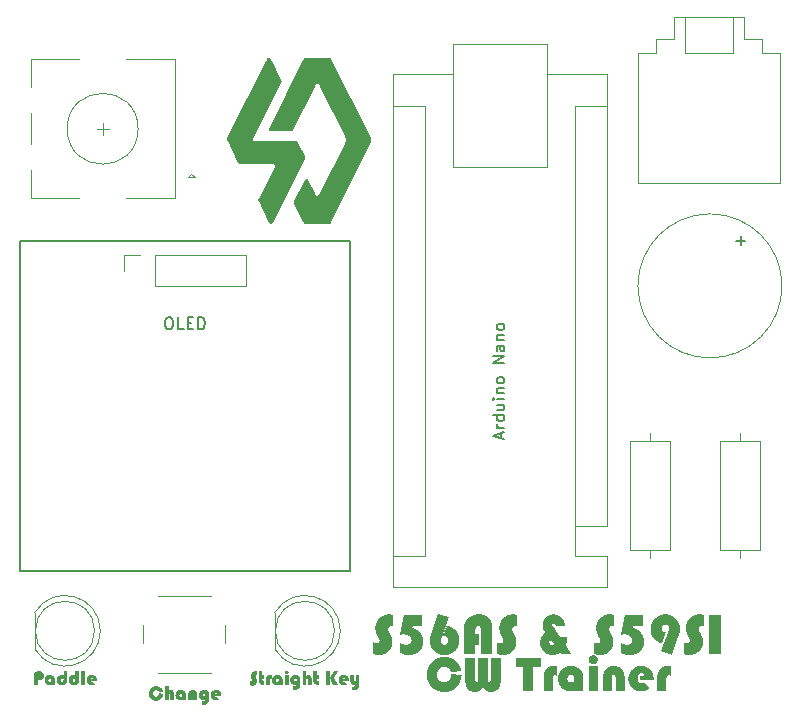
<source format=gbr>
%TF.GenerationSoftware,KiCad,Pcbnew,7.0.9*%
%TF.CreationDate,2025-04-10T13:05:33+02:00*%
%TF.ProjectId,CW,43572e6b-6963-4616-945f-706362585858,rev?*%
%TF.SameCoordinates,Original*%
%TF.FileFunction,Legend,Top*%
%TF.FilePolarity,Positive*%
%FSLAX46Y46*%
G04 Gerber Fmt 4.6, Leading zero omitted, Abs format (unit mm)*
G04 Created by KiCad (PCBNEW 7.0.9) date 2025-04-10 13:05:33*
%MOMM*%
%LPD*%
G01*
G04 APERTURE LIST*
%ADD10C,0.000000*%
%ADD11C,0.150000*%
%ADD12C,0.125000*%
%ADD13C,0.120000*%
G04 APERTURE END LIST*
D10*
G36*
X135128000Y-72136000D02*
G01*
X135136979Y-72136711D01*
X135145920Y-72137896D01*
X135154804Y-72139554D01*
X135163611Y-72141686D01*
X135172322Y-72144292D01*
X135180918Y-72147372D01*
X135189381Y-72150926D01*
X135194287Y-72153430D01*
X135199114Y-72156234D01*
X135203872Y-72159341D01*
X135208571Y-72162757D01*
X135213220Y-72166486D01*
X135217829Y-72170532D01*
X135222408Y-72174901D01*
X135226966Y-72179596D01*
X135231513Y-72184623D01*
X135236058Y-72189985D01*
X135245184Y-72201737D01*
X135254420Y-72214887D01*
X135263844Y-72229474D01*
X135273533Y-72245533D01*
X135283565Y-72263102D01*
X135294016Y-72282218D01*
X135304964Y-72302917D01*
X135328661Y-72349211D01*
X135355274Y-72402280D01*
X136159608Y-74008433D01*
X136165394Y-74018830D01*
X136170792Y-74029421D01*
X136175798Y-74040194D01*
X136180408Y-74051138D01*
X136184617Y-74062242D01*
X136188422Y-74073496D01*
X136191816Y-74084888D01*
X136194797Y-74096407D01*
X136195676Y-74100129D01*
X136196438Y-74103871D01*
X136197083Y-74107629D01*
X136197610Y-74111401D01*
X136198020Y-74115183D01*
X136198313Y-74118974D01*
X136198489Y-74122770D01*
X136198548Y-74126569D01*
X136198489Y-74130368D01*
X136198313Y-74134165D01*
X136198020Y-74137956D01*
X136197610Y-74141738D01*
X136197083Y-74145510D01*
X136196438Y-74149268D01*
X136195676Y-74153010D01*
X136194797Y-74156732D01*
X136191816Y-74168251D01*
X136188422Y-74179643D01*
X136184617Y-74190897D01*
X136180408Y-74202001D01*
X136175798Y-74212945D01*
X136170792Y-74223718D01*
X136165394Y-74234309D01*
X136159608Y-74244706D01*
X133776771Y-79000327D01*
X133773689Y-79007083D01*
X133771018Y-79013964D01*
X133768757Y-79020953D01*
X133766908Y-79028031D01*
X133765470Y-79035181D01*
X133764443Y-79042385D01*
X133763826Y-79049624D01*
X133763621Y-79056881D01*
X133763826Y-79064139D01*
X133764443Y-79071378D01*
X133765470Y-79078582D01*
X133766908Y-79085732D01*
X133768757Y-79092810D01*
X133771018Y-79099799D01*
X133773689Y-79106680D01*
X133776771Y-79113436D01*
X133778859Y-79117397D01*
X133781074Y-79121265D01*
X133783411Y-79125038D01*
X133785867Y-79128713D01*
X133788439Y-79132288D01*
X133791125Y-79135762D01*
X133793919Y-79139133D01*
X133796820Y-79142398D01*
X133799824Y-79145555D01*
X133802928Y-79148602D01*
X133806129Y-79151538D01*
X133809422Y-79154360D01*
X133812806Y-79157067D01*
X133816277Y-79159655D01*
X133819831Y-79162124D01*
X133823465Y-79164472D01*
X133827177Y-79166695D01*
X133830962Y-79168793D01*
X133834818Y-79170762D01*
X133838741Y-79172602D01*
X133842728Y-79174310D01*
X133846775Y-79175884D01*
X133850881Y-79177322D01*
X133855040Y-79178623D01*
X133859251Y-79179783D01*
X133863509Y-79180801D01*
X133867812Y-79181675D01*
X133872156Y-79182403D01*
X133876538Y-79182983D01*
X133880955Y-79183413D01*
X133885403Y-79183691D01*
X133889880Y-79183814D01*
X137330918Y-79183814D01*
X137345303Y-79181676D01*
X137359746Y-79180149D01*
X137374228Y-79179233D01*
X137388729Y-79178927D01*
X137403231Y-79179233D01*
X137417713Y-79180149D01*
X137432156Y-79181676D01*
X137446541Y-79183814D01*
X137450788Y-79185313D01*
X137454983Y-79186933D01*
X137459123Y-79188673D01*
X137463206Y-79190531D01*
X137467230Y-79192507D01*
X137471192Y-79194598D01*
X137475089Y-79196802D01*
X137478920Y-79199120D01*
X137482681Y-79201547D01*
X137486371Y-79204085D01*
X137489987Y-79206730D01*
X137493525Y-79209481D01*
X137496985Y-79212337D01*
X137500363Y-79215296D01*
X137503658Y-79218357D01*
X137506866Y-79221518D01*
X137511596Y-79227177D01*
X137516204Y-79232930D01*
X137520688Y-79238772D01*
X137525048Y-79244704D01*
X137529282Y-79250722D01*
X137533388Y-79256825D01*
X137537367Y-79263011D01*
X137541215Y-79269277D01*
X137544933Y-79275622D01*
X137548519Y-79282043D01*
X137551971Y-79288538D01*
X137555289Y-79295106D01*
X137558471Y-79301744D01*
X137561517Y-79308451D01*
X137564424Y-79315223D01*
X137567191Y-79322060D01*
X138137764Y-80463208D01*
X138143759Y-80473616D01*
X138149396Y-80484212D01*
X138154671Y-80494984D01*
X138159579Y-80505925D01*
X138164116Y-80517024D01*
X138168280Y-80528273D01*
X138172065Y-80539661D01*
X138175468Y-80551181D01*
X138176262Y-80558704D01*
X138176830Y-80566242D01*
X138177170Y-80573791D01*
X138177284Y-80581344D01*
X138177170Y-80588898D01*
X138176830Y-80596446D01*
X138176262Y-80603984D01*
X138175468Y-80611507D01*
X138172065Y-80623026D01*
X138168280Y-80634415D01*
X138164116Y-80645664D01*
X138159579Y-80656763D01*
X138154671Y-80667704D01*
X138149396Y-80678477D01*
X138143760Y-80689072D01*
X138137765Y-80699480D01*
X135533736Y-85942729D01*
X135481973Y-86043860D01*
X135460127Y-86084336D01*
X135449929Y-86102143D01*
X135440107Y-86118362D01*
X135430579Y-86133021D01*
X135421265Y-86146144D01*
X135412083Y-86157757D01*
X135402953Y-86167887D01*
X135393794Y-86176558D01*
X135384524Y-86183797D01*
X135375062Y-86189630D01*
X135365329Y-86194082D01*
X135356866Y-86197636D01*
X135348270Y-86200716D01*
X135339559Y-86203322D01*
X135330752Y-86205454D01*
X135321868Y-86207112D01*
X135312927Y-86208297D01*
X135303948Y-86209008D01*
X135294950Y-86209245D01*
X135285951Y-86209008D01*
X135276972Y-86208297D01*
X135268031Y-86207112D01*
X135259148Y-86205454D01*
X135250341Y-86203322D01*
X135241630Y-86200716D01*
X135233033Y-86197636D01*
X135224571Y-86194082D01*
X135219665Y-86191571D01*
X135214837Y-86188747D01*
X135210077Y-86185607D01*
X135205375Y-86182148D01*
X135200722Y-86178367D01*
X135196106Y-86174261D01*
X135191517Y-86169826D01*
X135186946Y-86165059D01*
X135182382Y-86159957D01*
X135177816Y-86154517D01*
X135168634Y-86142609D01*
X135159320Y-86129309D01*
X135149793Y-86114592D01*
X135139970Y-86098431D01*
X135129773Y-86080802D01*
X135119118Y-86061677D01*
X135107926Y-86041032D01*
X135083606Y-85995076D01*
X135056163Y-85942729D01*
X134241776Y-84303900D01*
X134235948Y-84293190D01*
X134230519Y-84282286D01*
X134225495Y-84271199D01*
X134220879Y-84259940D01*
X134216675Y-84248521D01*
X134212889Y-84236952D01*
X134209525Y-84225245D01*
X134206586Y-84213412D01*
X134205707Y-84209689D01*
X134204945Y-84205948D01*
X134204301Y-84202189D01*
X134203773Y-84198418D01*
X134203363Y-84194635D01*
X134203070Y-84190844D01*
X134202894Y-84187048D01*
X134202836Y-84183249D01*
X134202894Y-84179450D01*
X134203070Y-84175653D01*
X134203363Y-84171863D01*
X134203773Y-84168080D01*
X134204301Y-84164309D01*
X134204945Y-84160551D01*
X134205707Y-84156809D01*
X134206586Y-84153087D01*
X134208037Y-84147240D01*
X134209613Y-84141431D01*
X134211313Y-84135662D01*
X134213135Y-84129933D01*
X134215079Y-84124248D01*
X134217145Y-84118608D01*
X134219331Y-84113015D01*
X134221637Y-84107471D01*
X134224061Y-84101978D01*
X134226604Y-84096537D01*
X134229263Y-84091152D01*
X134232039Y-84085823D01*
X134234931Y-84080552D01*
X134237937Y-84075343D01*
X134241056Y-84070195D01*
X134244289Y-84065112D01*
X135624224Y-81353002D01*
X135627100Y-81345880D01*
X135629592Y-81338653D01*
X135631701Y-81331337D01*
X135633427Y-81323946D01*
X135634769Y-81316495D01*
X135635728Y-81309000D01*
X135636303Y-81301474D01*
X135636495Y-81293934D01*
X135636303Y-81286394D01*
X135635728Y-81278868D01*
X135634769Y-81271372D01*
X135633427Y-81263922D01*
X135631701Y-81256531D01*
X135629592Y-81249214D01*
X135627100Y-81241988D01*
X135624224Y-81234866D01*
X135622029Y-81230318D01*
X135619684Y-81225877D01*
X135617191Y-81221544D01*
X135614554Y-81217323D01*
X135611778Y-81213214D01*
X135608867Y-81209222D01*
X135605824Y-81205348D01*
X135602653Y-81201596D01*
X135599359Y-81197967D01*
X135595945Y-81194464D01*
X135592415Y-81191090D01*
X135588774Y-81187847D01*
X135585024Y-81184737D01*
X135581171Y-81181764D01*
X135577218Y-81178930D01*
X135573168Y-81176237D01*
X135569027Y-81173688D01*
X135564798Y-81171285D01*
X135560484Y-81169031D01*
X135556090Y-81166929D01*
X135551620Y-81164981D01*
X135547078Y-81163189D01*
X135542467Y-81161556D01*
X135537792Y-81160084D01*
X135533056Y-81158777D01*
X135528264Y-81157636D01*
X135523419Y-81156665D01*
X135518526Y-81155865D01*
X135513588Y-81155239D01*
X135508610Y-81154790D01*
X135503594Y-81154520D01*
X135498546Y-81154432D01*
X132748732Y-81154432D01*
X132734347Y-81156570D01*
X132719904Y-81158097D01*
X132705422Y-81159014D01*
X132690921Y-81159319D01*
X132676419Y-81159014D01*
X132661937Y-81158097D01*
X132647494Y-81156570D01*
X132633109Y-81154432D01*
X132629388Y-81152118D01*
X132625735Y-81149708D01*
X132622154Y-81147202D01*
X132618645Y-81144601D01*
X132615210Y-81141909D01*
X132611851Y-81139125D01*
X132608571Y-81136253D01*
X132605370Y-81133294D01*
X132602250Y-81130249D01*
X132599214Y-81127119D01*
X132596262Y-81123908D01*
X132593397Y-81120616D01*
X132590620Y-81117245D01*
X132587934Y-81113796D01*
X132585339Y-81110272D01*
X132582838Y-81106674D01*
X132578301Y-81100966D01*
X132573881Y-81095172D01*
X132569581Y-81089294D01*
X132565402Y-81083335D01*
X132561343Y-81077296D01*
X132557407Y-81071179D01*
X132553595Y-81064985D01*
X132549908Y-81058718D01*
X132546346Y-81052378D01*
X132542911Y-81045968D01*
X132539604Y-81039489D01*
X132536426Y-81032943D01*
X132533379Y-81026333D01*
X132530462Y-81019660D01*
X132527678Y-81012925D01*
X132525027Y-81006132D01*
X131620152Y-79176274D01*
X131613649Y-79165874D01*
X131607471Y-79155289D01*
X131601621Y-79144525D01*
X131596103Y-79133591D01*
X131590920Y-79122494D01*
X131586076Y-79111241D01*
X131581576Y-79099841D01*
X131577422Y-79088300D01*
X131576759Y-79084399D01*
X131576184Y-79080487D01*
X131575698Y-79076567D01*
X131575301Y-79072639D01*
X131574991Y-79068704D01*
X131574770Y-79064766D01*
X131574638Y-79060824D01*
X131574594Y-79056881D01*
X131574638Y-79052938D01*
X131574770Y-79048997D01*
X131574991Y-79045058D01*
X131575301Y-79041124D01*
X131575698Y-79037196D01*
X131576184Y-79033275D01*
X131576759Y-79029363D01*
X131577422Y-79025462D01*
X131580543Y-79013990D01*
X131584036Y-79002637D01*
X131587898Y-78991410D01*
X131592125Y-78980318D01*
X131596713Y-78969372D01*
X131601660Y-78958578D01*
X131606960Y-78947948D01*
X131612611Y-78937488D01*
X134880215Y-72402280D01*
X134931978Y-72301503D01*
X134953824Y-72261335D01*
X134964022Y-72243678D01*
X134973844Y-72227589D01*
X134983372Y-72213032D01*
X134992686Y-72199969D01*
X135001868Y-72188365D01*
X135010998Y-72178182D01*
X135020157Y-72169384D01*
X135029427Y-72161932D01*
X135038888Y-72155792D01*
X135048622Y-72150926D01*
X135057085Y-72147372D01*
X135065681Y-72144292D01*
X135074393Y-72141686D01*
X135083200Y-72139554D01*
X135092083Y-72137896D01*
X135101024Y-72136711D01*
X135110003Y-72136000D01*
X135119002Y-72135764D01*
X135128000Y-72136000D01*
G37*
G36*
X140221204Y-72140864D02*
G01*
X140228455Y-72141104D01*
X140235702Y-72141503D01*
X140242940Y-72142063D01*
X140250168Y-72142782D01*
X140257382Y-72143661D01*
X140264581Y-72144700D01*
X140271761Y-72145899D01*
X140276155Y-72147380D01*
X140280499Y-72148984D01*
X140284789Y-72150711D01*
X140289024Y-72152558D01*
X140293200Y-72154525D01*
X140297316Y-72156609D01*
X140301368Y-72158809D01*
X140305356Y-72161125D01*
X140309275Y-72163553D01*
X140313123Y-72166093D01*
X140316899Y-72168744D01*
X140320600Y-72171504D01*
X140324222Y-72174371D01*
X140327765Y-72177344D01*
X140331225Y-72180421D01*
X140334599Y-72183602D01*
X140343299Y-72194934D01*
X140351591Y-72206552D01*
X140359468Y-72218444D01*
X140366925Y-72230599D01*
X140373954Y-72243007D01*
X140380549Y-72255655D01*
X140386703Y-72268533D01*
X140392410Y-72281630D01*
X143660015Y-78723837D01*
X143678249Y-78754940D01*
X143695341Y-78786646D01*
X143711276Y-78818923D01*
X143726041Y-78851739D01*
X143739622Y-78885063D01*
X143752005Y-78918862D01*
X143763177Y-78953104D01*
X143773125Y-78987759D01*
X143775328Y-78999128D01*
X143777237Y-79010537D01*
X143778853Y-79021979D01*
X143780174Y-79033450D01*
X143781202Y-79044943D01*
X143781936Y-79056454D01*
X143782377Y-79067975D01*
X143782524Y-79079503D01*
X143782377Y-79091030D01*
X143781936Y-79102552D01*
X143781202Y-79114062D01*
X143780174Y-79125556D01*
X143778852Y-79137026D01*
X143777237Y-79148469D01*
X143775327Y-79159878D01*
X143773124Y-79171247D01*
X143763662Y-79206074D01*
X143753019Y-79240524D01*
X143741208Y-79274569D01*
X143728240Y-79308180D01*
X143714128Y-79341326D01*
X143698883Y-79373978D01*
X143682517Y-79406107D01*
X143665042Y-79437683D01*
X140392411Y-86068405D01*
X140389644Y-86075242D01*
X140386737Y-86082015D01*
X140383692Y-86088721D01*
X140380509Y-86095359D01*
X140377192Y-86101927D01*
X140373739Y-86108423D01*
X140370153Y-86114844D01*
X140366436Y-86121188D01*
X140362587Y-86127455D01*
X140358609Y-86133640D01*
X140354502Y-86139743D01*
X140350268Y-86145761D01*
X140345909Y-86151693D01*
X140341424Y-86157536D01*
X140336816Y-86163288D01*
X140332086Y-86168947D01*
X140328878Y-86172109D01*
X140325584Y-86175169D01*
X140322206Y-86178129D01*
X140318746Y-86180985D01*
X140315207Y-86183736D01*
X140311592Y-86186381D01*
X140307903Y-86188918D01*
X140304141Y-86191346D01*
X140300311Y-86193663D01*
X140296413Y-86195868D01*
X140292451Y-86197959D01*
X140288427Y-86199934D01*
X140284344Y-86201793D01*
X140280204Y-86203533D01*
X140276009Y-86205153D01*
X140271761Y-86206651D01*
X140257063Y-86208820D01*
X140242305Y-86210369D01*
X140227509Y-86211298D01*
X140212693Y-86211608D01*
X140197877Y-86211298D01*
X140183080Y-86210369D01*
X140168323Y-86208820D01*
X140153624Y-86206651D01*
X138286064Y-86206651D01*
X138278884Y-86207850D01*
X138271685Y-86208889D01*
X138264471Y-86209768D01*
X138257243Y-86210487D01*
X138250005Y-86211046D01*
X138242758Y-86211446D01*
X138235507Y-86211686D01*
X138228253Y-86211766D01*
X138220998Y-86211686D01*
X138213747Y-86211446D01*
X138206500Y-86211046D01*
X138199262Y-86210487D01*
X138192034Y-86209768D01*
X138184820Y-86208889D01*
X138177621Y-86207850D01*
X138170441Y-86206651D01*
X138166002Y-86205267D01*
X138161617Y-86203744D01*
X138157290Y-86202086D01*
X138153022Y-86200293D01*
X138148818Y-86198367D01*
X138144680Y-86196311D01*
X138140611Y-86194125D01*
X138136615Y-86191812D01*
X138132693Y-86189374D01*
X138128850Y-86186813D01*
X138125088Y-86184129D01*
X138121411Y-86181326D01*
X138117821Y-86178404D01*
X138114320Y-86175366D01*
X138110914Y-86172213D01*
X138107603Y-86168947D01*
X138102930Y-86163248D01*
X138098372Y-86157462D01*
X138093931Y-86151592D01*
X138089607Y-86145639D01*
X138085401Y-86139605D01*
X138081316Y-86133492D01*
X138077351Y-86127302D01*
X138073508Y-86121036D01*
X138069787Y-86114696D01*
X138066191Y-86108285D01*
X138062720Y-86101803D01*
X138059375Y-86095253D01*
X138056157Y-86088636D01*
X138053067Y-86081955D01*
X138050107Y-86075211D01*
X138047277Y-86068405D01*
X137273107Y-84520064D01*
X137267112Y-84509655D01*
X137261476Y-84499060D01*
X137256201Y-84488288D01*
X137251293Y-84477347D01*
X137246756Y-84466248D01*
X137242592Y-84454999D01*
X137238807Y-84443610D01*
X137235404Y-84432091D01*
X137234523Y-84428210D01*
X137233760Y-84424310D01*
X137233114Y-84420394D01*
X137232585Y-84416465D01*
X137232174Y-84412526D01*
X137231881Y-84408579D01*
X137231705Y-84404626D01*
X137231646Y-84400671D01*
X137231705Y-84396716D01*
X137231881Y-84392764D01*
X137232174Y-84388817D01*
X137232585Y-84384877D01*
X137233114Y-84380949D01*
X137233760Y-84377033D01*
X137234523Y-84373133D01*
X137235404Y-84369252D01*
X137238957Y-84357789D01*
X137242848Y-84346444D01*
X137247073Y-84335225D01*
X137251629Y-84324140D01*
X137256514Y-84313195D01*
X137261724Y-84302398D01*
X137267256Y-84291757D01*
X137273107Y-84281278D01*
X138074927Y-82680153D01*
X138125237Y-82579022D01*
X138146637Y-82538545D01*
X138156668Y-82520739D01*
X138166357Y-82504519D01*
X138175781Y-82489861D01*
X138185017Y-82476738D01*
X138194143Y-82465124D01*
X138203235Y-82454994D01*
X138212372Y-82446323D01*
X138221630Y-82439083D01*
X138231087Y-82433250D01*
X138240820Y-82428798D01*
X138249452Y-82425280D01*
X138258214Y-82422232D01*
X138267085Y-82419652D01*
X138276049Y-82417542D01*
X138285086Y-82415900D01*
X138294179Y-82414728D01*
X138303309Y-82414024D01*
X138312457Y-82413789D01*
X138321605Y-82414024D01*
X138330734Y-82414728D01*
X138339827Y-82415900D01*
X138348864Y-82417542D01*
X138357828Y-82419652D01*
X138366700Y-82422232D01*
X138375461Y-82425280D01*
X138384093Y-82428798D01*
X138388778Y-82431310D01*
X138393412Y-82434134D01*
X138398004Y-82437274D01*
X138402561Y-82440733D01*
X138407093Y-82444514D01*
X138411608Y-82448620D01*
X138416113Y-82453055D01*
X138420618Y-82457822D01*
X138425129Y-82462924D01*
X138429657Y-82468364D01*
X138438792Y-82480272D01*
X138448089Y-82493572D01*
X138457614Y-82508289D01*
X138467434Y-82524450D01*
X138477614Y-82542080D01*
X138488222Y-82561204D01*
X138499323Y-82581850D01*
X138523270Y-82627805D01*
X138549986Y-82680153D01*
X138982316Y-83552351D01*
X139034040Y-83653482D01*
X139055792Y-83693959D01*
X139075631Y-83727985D01*
X139085025Y-83742644D01*
X139094173Y-83755767D01*
X139103151Y-83767380D01*
X139112038Y-83777510D01*
X139120909Y-83786182D01*
X139129843Y-83793421D01*
X139138918Y-83799254D01*
X139148209Y-83803706D01*
X139156841Y-83807224D01*
X139165602Y-83810272D01*
X139174474Y-83812852D01*
X139183437Y-83814963D01*
X139192475Y-83816605D01*
X139201568Y-83817777D01*
X139210697Y-83818481D01*
X139219845Y-83818715D01*
X139228993Y-83818481D01*
X139238123Y-83817777D01*
X139247215Y-83816605D01*
X139256253Y-83814963D01*
X139265217Y-83812852D01*
X139274088Y-83810272D01*
X139282849Y-83807224D01*
X139291481Y-83803706D01*
X139296387Y-83801194D01*
X139301215Y-83798370D01*
X139305975Y-83795230D01*
X139310676Y-83791772D01*
X139315330Y-83787991D01*
X139319946Y-83783884D01*
X139324535Y-83779449D01*
X139329106Y-83774683D01*
X139333669Y-83769581D01*
X139338236Y-83764141D01*
X139347417Y-83752233D01*
X139356731Y-83738933D01*
X139366259Y-83724216D01*
X139376081Y-83708055D01*
X139386279Y-83690425D01*
X139396933Y-83671300D01*
X139408125Y-83650655D01*
X139432445Y-83604699D01*
X139459888Y-83552351D01*
X141523505Y-79425116D01*
X141540816Y-79395332D01*
X141557151Y-79365032D01*
X141572502Y-79334241D01*
X141586856Y-79302983D01*
X141600204Y-79271281D01*
X141612535Y-79239161D01*
X141623837Y-79206647D01*
X141634101Y-79173762D01*
X141637393Y-79150928D01*
X141639745Y-79128007D01*
X141641156Y-79105027D01*
X141641626Y-79082019D01*
X141641156Y-79059010D01*
X141639745Y-79036031D01*
X141637393Y-79013109D01*
X141634101Y-78990274D01*
X141624174Y-78955764D01*
X141613110Y-78921633D01*
X141600921Y-78887909D01*
X141587618Y-78854619D01*
X141573214Y-78821791D01*
X141557720Y-78789452D01*
X141541146Y-78757629D01*
X141523506Y-78726352D01*
X139457374Y-74584034D01*
X139430761Y-74530140D01*
X139407064Y-74483257D01*
X139385664Y-74443089D01*
X139375633Y-74425432D01*
X139365944Y-74409343D01*
X139356520Y-74394786D01*
X139347284Y-74381723D01*
X139338158Y-74370119D01*
X139329066Y-74359936D01*
X139319929Y-74351138D01*
X139310671Y-74343687D01*
X139301214Y-74337546D01*
X139291481Y-74332680D01*
X139282848Y-74329162D01*
X139274087Y-74326114D01*
X139265216Y-74323534D01*
X139256252Y-74321423D01*
X139247215Y-74319782D01*
X139238122Y-74318609D01*
X139228992Y-74317906D01*
X139219844Y-74317671D01*
X139210696Y-74317906D01*
X139201567Y-74318609D01*
X139192474Y-74319782D01*
X139183437Y-74321423D01*
X139174473Y-74323534D01*
X139165601Y-74326114D01*
X139156840Y-74329162D01*
X139148208Y-74332680D01*
X139143523Y-74335184D01*
X139138889Y-74337988D01*
X139134297Y-74341096D01*
X139129739Y-74344511D01*
X139125207Y-74348240D01*
X139120693Y-74352286D01*
X139116188Y-74356655D01*
X139111683Y-74361350D01*
X139107171Y-74366377D01*
X139102644Y-74371739D01*
X139093509Y-74383491D01*
X139084212Y-74396642D01*
X139074687Y-74411228D01*
X139064867Y-74427288D01*
X139054687Y-74444857D01*
X139044079Y-74463972D01*
X139032978Y-74484671D01*
X139021317Y-74506989D01*
X139009031Y-74530965D01*
X138982315Y-74584034D01*
X137157484Y-78231183D01*
X137154948Y-78238032D01*
X137152263Y-78244816D01*
X137149428Y-78251534D01*
X137146447Y-78258182D01*
X137143319Y-78264760D01*
X137140047Y-78271263D01*
X137136632Y-78277691D01*
X137133075Y-78284040D01*
X137129377Y-78290308D01*
X137125540Y-78296493D01*
X137121566Y-78302593D01*
X137117454Y-78308604D01*
X137113208Y-78314526D01*
X137108828Y-78320355D01*
X137104316Y-78326089D01*
X137099673Y-78331725D01*
X137096298Y-78334906D01*
X137092838Y-78337983D01*
X137089296Y-78340956D01*
X137085673Y-78343823D01*
X137081973Y-78346583D01*
X137078197Y-78349233D01*
X137074348Y-78351774D01*
X137070429Y-78354202D01*
X137066442Y-78356517D01*
X137062389Y-78358718D01*
X137058273Y-78360802D01*
X137054097Y-78362768D01*
X137049862Y-78364616D01*
X137045572Y-78366342D01*
X137041229Y-78367947D01*
X137036834Y-78369428D01*
X137029652Y-78370599D01*
X137022452Y-78371614D01*
X137015237Y-78372473D01*
X137008010Y-78373176D01*
X137000772Y-78373723D01*
X136993526Y-78374113D01*
X136986276Y-78374348D01*
X136979023Y-78374426D01*
X136971770Y-78374348D01*
X136964519Y-78374113D01*
X136957274Y-78373723D01*
X136950036Y-78373176D01*
X136942809Y-78372473D01*
X136935594Y-78371614D01*
X136928394Y-78370599D01*
X136921212Y-78369428D01*
X135430681Y-78369428D01*
X135336266Y-78368956D01*
X135298131Y-78367837D01*
X135265415Y-78365657D01*
X135250943Y-78364059D01*
X135237649Y-78362064D01*
X135225474Y-78359626D01*
X135214359Y-78356703D01*
X135204246Y-78353249D01*
X135195075Y-78349221D01*
X135186789Y-78344574D01*
X135179326Y-78339265D01*
X135172445Y-78334130D01*
X135165875Y-78328668D01*
X135159624Y-78322894D01*
X135153701Y-78316824D01*
X135148116Y-78310471D01*
X135142876Y-78303850D01*
X135137992Y-78296976D01*
X135133471Y-78289864D01*
X135129323Y-78282528D01*
X135125557Y-78274983D01*
X135122180Y-78267245D01*
X135119203Y-78259327D01*
X135116633Y-78251244D01*
X135114481Y-78243011D01*
X135112754Y-78234644D01*
X135111461Y-78226156D01*
X135111730Y-78216539D01*
X135112556Y-78206489D01*
X135113963Y-78195923D01*
X135115977Y-78184760D01*
X135118625Y-78172921D01*
X135121932Y-78160322D01*
X135125924Y-78146884D01*
X135130627Y-78132526D01*
X135136065Y-78117166D01*
X135142266Y-78100724D01*
X135149255Y-78083118D01*
X135157058Y-78064268D01*
X135165700Y-78044092D01*
X135175208Y-78022509D01*
X135196921Y-77974801D01*
X138047277Y-72284144D01*
X138053279Y-72270706D01*
X138059733Y-72257494D01*
X138066634Y-72244520D01*
X138073975Y-72231794D01*
X138081749Y-72219329D01*
X138089950Y-72207134D01*
X138098570Y-72195221D01*
X138107603Y-72183602D01*
X138111030Y-72180492D01*
X138114532Y-72177477D01*
X138118109Y-72174557D01*
X138121759Y-72171735D01*
X138125478Y-72169011D01*
X138129266Y-72166387D01*
X138133119Y-72163864D01*
X138137037Y-72161443D01*
X138141017Y-72159125D01*
X138145057Y-72156912D01*
X138149154Y-72154805D01*
X138153308Y-72152805D01*
X138157516Y-72150913D01*
X138161775Y-72149130D01*
X138166084Y-72147459D01*
X138170441Y-72145899D01*
X138177621Y-72144700D01*
X138184820Y-72143661D01*
X138192034Y-72142782D01*
X138199262Y-72142063D01*
X138206500Y-72141503D01*
X138213747Y-72141104D01*
X138220998Y-72140864D01*
X138228252Y-72140784D01*
X138235507Y-72140864D01*
X138242758Y-72141104D01*
X138250005Y-72141503D01*
X138257243Y-72142063D01*
X138264471Y-72142782D01*
X138271685Y-72143661D01*
X138278884Y-72144700D01*
X138286064Y-72145899D01*
X140156138Y-72145899D01*
X140163318Y-72144700D01*
X140170517Y-72143661D01*
X140177731Y-72142782D01*
X140184959Y-72142063D01*
X140192198Y-72141503D01*
X140199444Y-72141104D01*
X140206695Y-72140864D01*
X140213950Y-72140784D01*
X140221204Y-72140864D01*
G37*
D11*
X114046000Y-87630000D02*
X141986000Y-87630000D01*
X141986000Y-115570000D01*
X114046000Y-115570000D01*
X114046000Y-87630000D01*
G36*
X145651989Y-119297844D02*
G01*
X145651989Y-120223647D01*
X145613952Y-120230038D01*
X145579340Y-120235107D01*
X145543291Y-120239350D01*
X145507801Y-120241994D01*
X145488713Y-120242453D01*
X145448441Y-120245308D01*
X145410334Y-120253874D01*
X145374390Y-120268149D01*
X145340610Y-120288134D01*
X145308994Y-120313830D01*
X145298936Y-120323664D01*
X145276033Y-120349856D01*
X145253673Y-120383436D01*
X145236904Y-120419360D01*
X145225724Y-120457628D01*
X145220134Y-120498240D01*
X145219435Y-120519425D01*
X145222471Y-120558123D01*
X145229637Y-120593173D01*
X145241020Y-120630769D01*
X145256619Y-120670911D01*
X145272133Y-120704858D01*
X145290345Y-120740434D01*
X145305775Y-120768186D01*
X145381002Y-120896414D01*
X145405432Y-120939917D01*
X145428286Y-120983234D01*
X145449563Y-121026364D01*
X145469265Y-121069307D01*
X145487391Y-121112063D01*
X145503940Y-121154632D01*
X145518913Y-121197014D01*
X145532310Y-121239208D01*
X145544131Y-121281216D01*
X145554376Y-121323037D01*
X145563045Y-121364671D01*
X145570137Y-121406118D01*
X145575654Y-121447378D01*
X145579594Y-121488451D01*
X145581958Y-121529337D01*
X145582746Y-121570035D01*
X145581417Y-121628880D01*
X145577430Y-121686589D01*
X145570785Y-121743163D01*
X145561482Y-121798601D01*
X145549521Y-121852904D01*
X145534901Y-121906072D01*
X145517624Y-121958104D01*
X145497689Y-122009001D01*
X145475095Y-122058762D01*
X145449844Y-122107389D01*
X145421934Y-122154880D01*
X145391367Y-122201235D01*
X145358141Y-122246455D01*
X145322258Y-122290540D01*
X145283716Y-122333490D01*
X145242516Y-122375304D01*
X145199400Y-122415158D01*
X145155108Y-122452441D01*
X145109640Y-122487152D01*
X145062998Y-122519293D01*
X145015179Y-122548862D01*
X144966186Y-122575860D01*
X144916017Y-122600287D01*
X144864672Y-122622142D01*
X144812153Y-122641426D01*
X144758457Y-122658139D01*
X144703587Y-122672281D01*
X144647541Y-122683851D01*
X144590319Y-122692851D01*
X144531922Y-122699279D01*
X144472350Y-122703136D01*
X144411602Y-122704421D01*
X144367409Y-122703227D01*
X144323305Y-122699643D01*
X144279292Y-122693670D01*
X144235369Y-122685307D01*
X144191536Y-122674556D01*
X144147794Y-122661415D01*
X144104141Y-122645885D01*
X144060579Y-122627966D01*
X144017107Y-122607657D01*
X143973725Y-122584959D01*
X143944854Y-122568500D01*
X143944854Y-121614488D01*
X143979208Y-121639131D01*
X144012601Y-121660489D01*
X144045032Y-121678561D01*
X144076501Y-121693347D01*
X144114485Y-121707210D01*
X144150966Y-121715938D01*
X144185945Y-121719531D01*
X144192760Y-121719634D01*
X144231542Y-121717860D01*
X144268278Y-121712538D01*
X144302968Y-121703668D01*
X144335614Y-121691250D01*
X144366214Y-121675285D01*
X144394769Y-121655771D01*
X144405618Y-121646972D01*
X144430245Y-121623121D01*
X144454288Y-121592186D01*
X144472320Y-121558727D01*
X144484341Y-121522743D01*
X144490352Y-121484235D01*
X144491103Y-121464034D01*
X144484517Y-121424519D01*
X144471749Y-121386376D01*
X144456695Y-121349912D01*
X144437341Y-121308157D01*
X144420003Y-121273371D01*
X144400245Y-121235609D01*
X144378068Y-121194871D01*
X144353472Y-121151159D01*
X144326972Y-121103291D01*
X144302181Y-121055429D01*
X144279100Y-121007574D01*
X144257729Y-120959726D01*
X144238067Y-120911884D01*
X144220116Y-120864050D01*
X144203873Y-120816221D01*
X144189341Y-120768400D01*
X144176518Y-120720585D01*
X144165405Y-120672777D01*
X144156002Y-120624975D01*
X144148308Y-120577181D01*
X144142324Y-120529392D01*
X144138050Y-120481611D01*
X144135485Y-120433836D01*
X144134631Y-120386068D01*
X144135923Y-120328867D01*
X144139800Y-120272667D01*
X144146261Y-120217469D01*
X144155307Y-120163273D01*
X144166938Y-120110079D01*
X144181153Y-120057886D01*
X144197953Y-120006695D01*
X144217337Y-119956506D01*
X144239306Y-119907319D01*
X144263860Y-119859133D01*
X144290998Y-119811950D01*
X144320721Y-119765768D01*
X144353028Y-119720588D01*
X144387920Y-119676409D01*
X144425396Y-119633233D01*
X144465457Y-119591058D01*
X144507312Y-119550686D01*
X144550168Y-119512919D01*
X144594026Y-119477757D01*
X144638885Y-119445199D01*
X144684747Y-119415246D01*
X144731610Y-119387897D01*
X144779475Y-119363153D01*
X144828341Y-119341014D01*
X144878210Y-119321479D01*
X144929080Y-119304549D01*
X144980952Y-119290224D01*
X145033826Y-119278503D01*
X145087701Y-119269387D01*
X145142579Y-119262875D01*
X145198458Y-119258969D01*
X145255339Y-119257666D01*
X145293106Y-119258019D01*
X145330753Y-119259079D01*
X145368279Y-119260844D01*
X145405686Y-119263316D01*
X145442972Y-119266494D01*
X145480138Y-119270379D01*
X145517183Y-119274969D01*
X145554109Y-119280266D01*
X145590914Y-119286269D01*
X145627599Y-119292979D01*
X145651989Y-119297844D01*
G37*
G36*
X148096860Y-119312377D02*
G01*
X148096860Y-120242453D01*
X147289027Y-120242453D01*
X147246284Y-120392907D01*
X147300631Y-120409597D01*
X147353181Y-120427181D01*
X147403934Y-120445661D01*
X147452891Y-120465035D01*
X147500051Y-120485304D01*
X147545415Y-120506468D01*
X147588982Y-120528528D01*
X147630753Y-120551482D01*
X147670727Y-120575331D01*
X147708905Y-120600075D01*
X147745286Y-120625713D01*
X147779871Y-120652247D01*
X147812659Y-120679676D01*
X147843651Y-120707999D01*
X147872846Y-120737218D01*
X147900245Y-120767331D01*
X147935440Y-120809416D01*
X147968365Y-120852536D01*
X147999020Y-120896691D01*
X148027404Y-120941881D01*
X148053517Y-120988106D01*
X148077359Y-121035367D01*
X148098930Y-121083662D01*
X148118231Y-121132993D01*
X148135262Y-121183359D01*
X148150021Y-121234761D01*
X148162510Y-121287197D01*
X148172728Y-121340668D01*
X148180675Y-121395175D01*
X148186352Y-121450717D01*
X148189758Y-121507294D01*
X148190894Y-121564906D01*
X148189508Y-121625694D01*
X148185350Y-121685173D01*
X148178421Y-121743343D01*
X148168721Y-121800204D01*
X148156249Y-121855756D01*
X148141005Y-121909999D01*
X148122990Y-121962932D01*
X148102203Y-122014557D01*
X148078644Y-122064873D01*
X148052314Y-122113880D01*
X148023213Y-122161578D01*
X147991340Y-122207967D01*
X147956695Y-122253047D01*
X147919278Y-122296818D01*
X147879090Y-122339280D01*
X147836131Y-122380433D01*
X147791068Y-122419666D01*
X147744568Y-122456368D01*
X147696633Y-122490539D01*
X147647262Y-122522178D01*
X147596456Y-122551286D01*
X147544213Y-122577863D01*
X147490534Y-122601909D01*
X147435420Y-122623424D01*
X147378870Y-122642408D01*
X147320883Y-122658860D01*
X147261461Y-122672782D01*
X147200603Y-122684172D01*
X147138310Y-122693031D01*
X147074580Y-122699359D01*
X147009414Y-122703156D01*
X146942813Y-122704421D01*
X146897439Y-122703566D01*
X146852145Y-122701002D01*
X146806932Y-122696728D01*
X146761798Y-122690744D01*
X146716745Y-122683050D01*
X146671772Y-122673647D01*
X146626879Y-122662534D01*
X146582066Y-122649711D01*
X146537333Y-122635178D01*
X146492681Y-122618936D01*
X146448108Y-122600984D01*
X146403616Y-122581323D01*
X146359204Y-122559952D01*
X146314872Y-122536871D01*
X146270620Y-122512080D01*
X146226448Y-122485580D01*
X146226448Y-121673472D01*
X146261340Y-121692312D01*
X146295705Y-121709937D01*
X146329541Y-121726346D01*
X146362850Y-121741540D01*
X146395632Y-121755518D01*
X146427886Y-121768280D01*
X146475277Y-121785145D01*
X146521482Y-121799275D01*
X146566499Y-121810671D01*
X146610329Y-121819331D01*
X146652973Y-121825257D01*
X146694429Y-121828447D01*
X146721407Y-121829055D01*
X146762101Y-121828131D01*
X146801158Y-121825358D01*
X146838577Y-121820738D01*
X146874358Y-121814269D01*
X146908501Y-121805951D01*
X146951477Y-121791987D01*
X146991542Y-121774736D01*
X147028694Y-121754200D01*
X147062935Y-121730377D01*
X147071040Y-121723908D01*
X147101294Y-121696433D01*
X147127514Y-121666580D01*
X147149700Y-121634349D01*
X147167852Y-121599741D01*
X147181970Y-121562756D01*
X147192055Y-121523393D01*
X147198106Y-121481652D01*
X147200123Y-121437534D01*
X147198379Y-121400095D01*
X147193150Y-121363753D01*
X147184435Y-121328508D01*
X147172233Y-121294360D01*
X147156545Y-121261308D01*
X147137371Y-121229354D01*
X147114711Y-121198497D01*
X147088565Y-121168737D01*
X147058932Y-121140073D01*
X147025813Y-121112507D01*
X147001797Y-121094739D01*
X146963800Y-121069532D01*
X146924180Y-121046804D01*
X146882936Y-121026555D01*
X146840070Y-121008786D01*
X146795581Y-120993497D01*
X146749470Y-120980686D01*
X146701735Y-120970356D01*
X146652377Y-120962504D01*
X146601397Y-120957132D01*
X146566508Y-120954928D01*
X146530899Y-120953826D01*
X146512823Y-120953689D01*
X146476588Y-120955045D01*
X146436805Y-120959115D01*
X146402424Y-120964324D01*
X146365772Y-120971270D01*
X146326850Y-120979952D01*
X146285657Y-120990370D01*
X146242193Y-121002525D01*
X146219610Y-121009254D01*
X146572663Y-119312377D01*
X148096860Y-119312377D01*
G37*
G36*
X149464620Y-119215779D02*
G01*
X150327164Y-119519250D01*
X149688591Y-121362307D01*
X149677266Y-121395937D01*
X149667729Y-121432469D01*
X149661825Y-121466970D01*
X149659526Y-121503357D01*
X149661863Y-121544134D01*
X149668876Y-121583115D01*
X149680563Y-121620302D01*
X149696926Y-121655694D01*
X149717963Y-121689291D01*
X149743675Y-121721093D01*
X149755269Y-121733312D01*
X149786333Y-121760894D01*
X149819149Y-121783801D01*
X149853719Y-121802034D01*
X149890041Y-121815591D01*
X149928117Y-121824473D01*
X149967946Y-121828681D01*
X149984369Y-121829055D01*
X150024548Y-121826509D01*
X150062808Y-121818870D01*
X150099147Y-121806139D01*
X150133567Y-121788316D01*
X150166066Y-121765400D01*
X150196645Y-121737392D01*
X150208340Y-121724763D01*
X150230178Y-121697996D01*
X150253382Y-121662583D01*
X150272036Y-121625000D01*
X150286140Y-121585246D01*
X150294148Y-121551880D01*
X150299243Y-121517125D01*
X150301427Y-121480981D01*
X150301518Y-121471728D01*
X150300062Y-121435463D01*
X150295695Y-121400615D01*
X150288415Y-121367182D01*
X150275221Y-121327382D01*
X150257477Y-121289795D01*
X150235183Y-121254420D01*
X150208340Y-121221257D01*
X150178528Y-121191458D01*
X150146797Y-121166710D01*
X150113146Y-121147012D01*
X150077574Y-121132366D01*
X150040083Y-121122769D01*
X150000671Y-121118224D01*
X149984369Y-121117820D01*
X149947954Y-121119886D01*
X149912655Y-121124027D01*
X149890335Y-121127223D01*
X150281857Y-120180049D01*
X150313422Y-120194166D01*
X150374884Y-120222790D01*
X150434123Y-120251935D01*
X150491137Y-120281601D01*
X150545928Y-120311788D01*
X150598494Y-120342496D01*
X150648837Y-120373725D01*
X150696956Y-120405474D01*
X150742850Y-120437745D01*
X150786521Y-120470536D01*
X150827968Y-120503849D01*
X150867191Y-120537682D01*
X150904190Y-120572036D01*
X150938965Y-120606912D01*
X150971516Y-120642308D01*
X151001843Y-120678225D01*
X151016173Y-120696379D01*
X151043398Y-120733368D01*
X151068866Y-120771459D01*
X151092578Y-120810651D01*
X151114534Y-120850946D01*
X151134733Y-120892343D01*
X151153176Y-120934842D01*
X151169862Y-120978442D01*
X151184792Y-121023145D01*
X151197965Y-121068950D01*
X151209382Y-121115856D01*
X151219043Y-121163865D01*
X151226947Y-121212975D01*
X151233094Y-121263188D01*
X151237485Y-121314502D01*
X151240120Y-121366918D01*
X151240998Y-121420437D01*
X151239576Y-121487516D01*
X151235308Y-121553259D01*
X151228196Y-121617667D01*
X151218238Y-121680738D01*
X151205435Y-121742475D01*
X151189787Y-121802875D01*
X151171295Y-121861940D01*
X151149957Y-121919669D01*
X151125774Y-121976062D01*
X151098746Y-122031120D01*
X151068873Y-122084842D01*
X151036155Y-122137228D01*
X151000592Y-122188279D01*
X150962184Y-122237994D01*
X150920930Y-122286373D01*
X150876832Y-122333416D01*
X150830667Y-122378343D01*
X150783213Y-122420371D01*
X150734470Y-122459500D01*
X150684438Y-122495731D01*
X150633116Y-122529064D01*
X150580506Y-122559498D01*
X150526608Y-122587033D01*
X150471420Y-122611670D01*
X150414943Y-122633409D01*
X150357177Y-122652249D01*
X150298122Y-122668190D01*
X150237778Y-122681233D01*
X150176146Y-122691378D01*
X150113224Y-122698624D01*
X150049014Y-122702972D01*
X149983514Y-122704421D01*
X149921597Y-122702979D01*
X149860656Y-122698651D01*
X149800690Y-122691438D01*
X149741698Y-122681340D01*
X149683682Y-122668357D01*
X149626641Y-122652489D01*
X149570575Y-122633736D01*
X149515484Y-122612097D01*
X149461368Y-122587574D01*
X149408227Y-122560165D01*
X149356061Y-122529872D01*
X149304870Y-122496693D01*
X149254654Y-122460629D01*
X149205414Y-122421680D01*
X149157148Y-122379845D01*
X149109857Y-122335126D01*
X149064620Y-122288370D01*
X149022302Y-122240638D01*
X148982902Y-122191932D01*
X148946421Y-122142251D01*
X148912858Y-122091594D01*
X148882213Y-122039962D01*
X148854488Y-121987356D01*
X148829680Y-121933774D01*
X148807791Y-121879217D01*
X148788821Y-121823685D01*
X148772769Y-121767178D01*
X148759636Y-121709697D01*
X148749421Y-121651239D01*
X148742125Y-121591807D01*
X148737747Y-121531400D01*
X148736288Y-121470018D01*
X148737828Y-121425076D01*
X148742449Y-121375520D01*
X148747241Y-121339920D01*
X148753402Y-121302270D01*
X148760932Y-121262570D01*
X148769831Y-121220819D01*
X148780099Y-121177018D01*
X148791736Y-121131167D01*
X148804743Y-121083265D01*
X148819118Y-121033313D01*
X148834863Y-120981311D01*
X148851976Y-120927258D01*
X148870459Y-120871155D01*
X148890311Y-120813002D01*
X148911532Y-120752799D01*
X149464620Y-119215779D01*
G37*
G36*
X152892568Y-120953689D02*
G01*
X152892568Y-121829055D01*
X152610468Y-121829055D01*
X152610468Y-122595001D01*
X151635084Y-122595001D01*
X151635084Y-120504892D01*
X151635406Y-120468178D01*
X151636373Y-120431980D01*
X151637984Y-120396297D01*
X151640240Y-120361131D01*
X151643140Y-120326480D01*
X151646685Y-120292345D01*
X151655707Y-120225624D01*
X151667308Y-120160965D01*
X151681486Y-120098371D01*
X151698243Y-120037840D01*
X151717577Y-119979373D01*
X151739489Y-119922970D01*
X151763979Y-119868630D01*
X151791047Y-119816354D01*
X151820693Y-119766142D01*
X151852917Y-119717993D01*
X151887719Y-119671908D01*
X151925099Y-119627886D01*
X151965056Y-119585929D01*
X152007455Y-119546178D01*
X152051944Y-119508992D01*
X152098523Y-119474371D01*
X152147193Y-119442314D01*
X152197953Y-119412822D01*
X152250803Y-119385894D01*
X152305744Y-119361531D01*
X152362775Y-119339732D01*
X152421897Y-119320498D01*
X152483109Y-119303828D01*
X152546411Y-119289723D01*
X152611804Y-119278183D01*
X152679287Y-119269207D01*
X152713812Y-119265680D01*
X152748860Y-119262795D01*
X152784431Y-119260551D01*
X152820524Y-119258949D01*
X152857140Y-119257987D01*
X152894278Y-119257666D01*
X152930048Y-119257956D01*
X152965231Y-119258825D01*
X152999825Y-119260273D01*
X153067252Y-119264908D01*
X153132327Y-119271861D01*
X153195052Y-119281130D01*
X153255426Y-119292718D01*
X153313448Y-119306622D01*
X153369121Y-119322844D01*
X153422442Y-119341384D01*
X153473412Y-119362241D01*
X153522032Y-119385415D01*
X153568301Y-119410907D01*
X153612219Y-119438717D01*
X153653786Y-119468843D01*
X153693002Y-119501288D01*
X153729867Y-119536049D01*
X153747418Y-119554299D01*
X153780958Y-119592637D01*
X153812334Y-119633493D01*
X153841545Y-119676867D01*
X153868593Y-119722758D01*
X153893478Y-119771167D01*
X153916198Y-119822094D01*
X153936754Y-119875539D01*
X153955147Y-119931502D01*
X153971376Y-119989982D01*
X153985441Y-120050980D01*
X153997342Y-120114496D01*
X154007079Y-120180530D01*
X154011136Y-120214491D01*
X154014653Y-120249082D01*
X154017628Y-120284302D01*
X154020062Y-120320151D01*
X154021955Y-120356630D01*
X154023308Y-120393738D01*
X154024119Y-120431476D01*
X154024390Y-120469843D01*
X154024390Y-122595001D01*
X153048151Y-122595001D01*
X153048151Y-120536522D01*
X153047430Y-120496651D01*
X153045266Y-120459959D01*
X153040533Y-120418565D01*
X153033545Y-120382138D01*
X153022185Y-120344982D01*
X153004829Y-120310674D01*
X153001989Y-120306567D01*
X152974794Y-120278517D01*
X152943548Y-120260548D01*
X152905348Y-120248715D01*
X152867070Y-120243455D01*
X152838713Y-120242453D01*
X152797923Y-120245038D01*
X152761145Y-120252792D01*
X152728380Y-120265715D01*
X152690933Y-120290986D01*
X152667529Y-120315970D01*
X152648137Y-120346124D01*
X152632757Y-120381447D01*
X152621390Y-120421938D01*
X152614034Y-120467600D01*
X152610691Y-120518430D01*
X152610468Y-120536522D01*
X152610468Y-120953689D01*
X152892568Y-120953689D01*
G37*
G36*
X156142708Y-119297844D02*
G01*
X156142708Y-120223647D01*
X156104671Y-120230038D01*
X156070059Y-120235107D01*
X156034009Y-120239350D01*
X155998520Y-120241994D01*
X155979432Y-120242453D01*
X155939160Y-120245308D01*
X155901053Y-120253874D01*
X155865109Y-120268149D01*
X155831329Y-120288134D01*
X155799713Y-120313830D01*
X155789655Y-120323664D01*
X155766752Y-120349856D01*
X155744392Y-120383436D01*
X155727622Y-120419360D01*
X155716443Y-120457628D01*
X155710853Y-120498240D01*
X155710154Y-120519425D01*
X155713189Y-120558123D01*
X155720356Y-120593173D01*
X155731739Y-120630769D01*
X155747337Y-120670911D01*
X155762852Y-120704858D01*
X155781064Y-120740434D01*
X155796494Y-120768186D01*
X155871721Y-120896414D01*
X155896151Y-120939917D01*
X155919004Y-120983234D01*
X155940282Y-121026364D01*
X155959984Y-121069307D01*
X155978109Y-121112063D01*
X155994659Y-121154632D01*
X156009632Y-121197014D01*
X156023029Y-121239208D01*
X156034850Y-121281216D01*
X156045095Y-121323037D01*
X156053764Y-121364671D01*
X156060856Y-121406118D01*
X156066373Y-121447378D01*
X156070313Y-121488451D01*
X156072677Y-121529337D01*
X156073465Y-121570035D01*
X156072136Y-121628880D01*
X156068149Y-121686589D01*
X156061504Y-121743163D01*
X156052201Y-121798601D01*
X156040240Y-121852904D01*
X156025620Y-121906072D01*
X156008343Y-121958104D01*
X155988408Y-122009001D01*
X155965814Y-122058762D01*
X155940563Y-122107389D01*
X155912653Y-122154880D01*
X155882086Y-122201235D01*
X155848860Y-122246455D01*
X155812976Y-122290540D01*
X155774435Y-122333490D01*
X155733235Y-122375304D01*
X155690118Y-122415158D01*
X155645826Y-122452441D01*
X155600359Y-122487152D01*
X155553716Y-122519293D01*
X155505898Y-122548862D01*
X155456905Y-122575860D01*
X155406736Y-122600287D01*
X155355391Y-122622142D01*
X155302871Y-122641426D01*
X155249176Y-122658139D01*
X155194305Y-122672281D01*
X155138259Y-122683851D01*
X155081038Y-122692851D01*
X155022641Y-122699279D01*
X154963068Y-122703136D01*
X154902321Y-122704421D01*
X154858127Y-122703227D01*
X154814024Y-122699643D01*
X154770011Y-122693670D01*
X154726088Y-122685307D01*
X154682255Y-122674556D01*
X154638513Y-122661415D01*
X154594860Y-122645885D01*
X154551298Y-122627966D01*
X154507826Y-122607657D01*
X154464444Y-122584959D01*
X154435573Y-122568500D01*
X154435573Y-121614488D01*
X154469927Y-121639131D01*
X154503319Y-121660489D01*
X154535750Y-121678561D01*
X154567220Y-121693347D01*
X154605204Y-121707210D01*
X154641685Y-121715938D01*
X154676664Y-121719531D01*
X154683479Y-121719634D01*
X154722260Y-121717860D01*
X154758996Y-121712538D01*
X154793687Y-121703668D01*
X154826333Y-121691250D01*
X154856933Y-121675285D01*
X154885487Y-121655771D01*
X154896337Y-121646972D01*
X154920964Y-121623121D01*
X154945006Y-121592186D01*
X154963038Y-121558727D01*
X154975060Y-121522743D01*
X154981070Y-121484235D01*
X154981822Y-121464034D01*
X154975236Y-121424519D01*
X154962467Y-121386376D01*
X154947414Y-121349912D01*
X154928060Y-121308157D01*
X154910721Y-121273371D01*
X154890964Y-121235609D01*
X154868787Y-121194871D01*
X154844191Y-121151159D01*
X154817691Y-121103291D01*
X154792900Y-121055429D01*
X154769819Y-121007574D01*
X154748448Y-120959726D01*
X154728786Y-120911884D01*
X154710834Y-120864050D01*
X154694592Y-120816221D01*
X154680060Y-120768400D01*
X154667237Y-120720585D01*
X154656124Y-120672777D01*
X154646721Y-120624975D01*
X154639027Y-120577181D01*
X154633043Y-120529392D01*
X154628769Y-120481611D01*
X154626204Y-120433836D01*
X154625349Y-120386068D01*
X154626642Y-120328867D01*
X154630518Y-120272667D01*
X154636980Y-120217469D01*
X154646026Y-120163273D01*
X154657657Y-120110079D01*
X154671872Y-120057886D01*
X154688672Y-120006695D01*
X154708056Y-119956506D01*
X154730025Y-119907319D01*
X154754579Y-119859133D01*
X154781717Y-119811950D01*
X154811439Y-119765768D01*
X154843747Y-119720588D01*
X154878639Y-119676409D01*
X154916115Y-119633233D01*
X154956176Y-119591058D01*
X154998030Y-119550686D01*
X155040887Y-119512919D01*
X155084744Y-119477757D01*
X155129604Y-119445199D01*
X155175465Y-119415246D01*
X155222328Y-119387897D01*
X155270193Y-119363153D01*
X155319060Y-119341014D01*
X155368929Y-119321479D01*
X155419799Y-119304549D01*
X155471671Y-119290224D01*
X155524545Y-119278503D01*
X155578420Y-119269387D01*
X155633298Y-119262875D01*
X155689177Y-119258969D01*
X155746058Y-119257666D01*
X155783825Y-119258019D01*
X155821471Y-119259079D01*
X155858998Y-119260844D01*
X155896404Y-119263316D01*
X155933691Y-119266494D01*
X155970856Y-119270379D01*
X156007902Y-119274969D01*
X156044828Y-119280266D01*
X156081633Y-119286269D01*
X156118318Y-119292979D01*
X156142708Y-119297844D01*
G37*
G36*
X159277777Y-119258668D02*
G01*
X159324299Y-119261673D01*
X159369994Y-119266682D01*
X159414860Y-119273695D01*
X159458898Y-119282711D01*
X159502108Y-119293730D01*
X159544490Y-119306753D01*
X159586044Y-119321780D01*
X159626769Y-119338810D01*
X159666667Y-119357844D01*
X159705736Y-119378881D01*
X159743977Y-119401922D01*
X159781390Y-119426967D01*
X159817975Y-119454015D01*
X159853732Y-119483066D01*
X159888661Y-119514121D01*
X159922200Y-119546555D01*
X159953576Y-119579744D01*
X159982788Y-119613688D01*
X160009836Y-119648386D01*
X160034720Y-119683839D01*
X160057440Y-119720047D01*
X160077996Y-119757009D01*
X160096389Y-119794726D01*
X160112618Y-119833197D01*
X160126683Y-119872424D01*
X160138584Y-119912405D01*
X160148321Y-119953140D01*
X160155895Y-119994630D01*
X160161304Y-120036875D01*
X160164550Y-120079875D01*
X160165632Y-120123629D01*
X160165026Y-120159268D01*
X160163423Y-120196401D01*
X160161124Y-120233674D01*
X160160503Y-120242453D01*
X159417638Y-120242453D01*
X159412795Y-120203344D01*
X159405637Y-120168081D01*
X159392494Y-120127049D01*
X159375236Y-120092855D01*
X159353865Y-120065499D01*
X159321366Y-120040923D01*
X159282438Y-120027031D01*
X159246668Y-120023612D01*
X159205787Y-120026909D01*
X159171835Y-120036802D01*
X159140239Y-120057378D01*
X159118621Y-120087452D01*
X159106980Y-120127022D01*
X159104763Y-120158678D01*
X159110533Y-120195744D01*
X159124158Y-120229387D01*
X159143271Y-120261807D01*
X159145796Y-120265534D01*
X159758723Y-121172530D01*
X160369941Y-121172530D01*
X160373137Y-121212792D01*
X160375671Y-121248305D01*
X160377793Y-121283735D01*
X160379197Y-121319791D01*
X160379344Y-121332387D01*
X160378790Y-121369012D01*
X160377127Y-121405370D01*
X160374356Y-121441461D01*
X160370475Y-121477284D01*
X160365487Y-121512841D01*
X160359389Y-121548130D01*
X160352183Y-121583152D01*
X160343868Y-121617907D01*
X160334445Y-121652395D01*
X160323913Y-121686616D01*
X160312272Y-121720569D01*
X160299523Y-121754256D01*
X160285665Y-121787675D01*
X160270698Y-121820827D01*
X160254623Y-121853712D01*
X160237439Y-121886330D01*
X160699058Y-122595001D01*
X159843353Y-122595001D01*
X159746755Y-122478741D01*
X159711506Y-122506069D01*
X159676070Y-122531635D01*
X159640447Y-122555437D01*
X159604637Y-122577476D01*
X159568639Y-122597752D01*
X159532455Y-122616265D01*
X159496084Y-122633015D01*
X159459526Y-122648001D01*
X159422781Y-122661225D01*
X159385848Y-122672685D01*
X159348729Y-122682382D01*
X159311423Y-122690316D01*
X159273930Y-122696487D01*
X159236250Y-122700895D01*
X159198383Y-122703540D01*
X159160328Y-122704421D01*
X159105491Y-122703196D01*
X159051682Y-122699519D01*
X158998902Y-122693392D01*
X158947150Y-122684813D01*
X158896427Y-122673784D01*
X158846732Y-122660303D01*
X158798066Y-122644371D01*
X158750428Y-122625989D01*
X158703818Y-122605155D01*
X158658238Y-122581871D01*
X158613685Y-122556135D01*
X158570161Y-122527948D01*
X158527666Y-122497311D01*
X158486199Y-122464222D01*
X158445761Y-122428682D01*
X158406351Y-122390691D01*
X158368671Y-122350961D01*
X158333421Y-122310202D01*
X158300603Y-122268414D01*
X158270216Y-122225598D01*
X158242260Y-122181754D01*
X158216734Y-122136881D01*
X158193640Y-122090980D01*
X158172977Y-122044050D01*
X158154744Y-121996091D01*
X158138943Y-121947104D01*
X158125573Y-121897089D01*
X158114633Y-121846045D01*
X158106125Y-121793973D01*
X158100047Y-121740872D01*
X158096401Y-121686742D01*
X158095185Y-121631585D01*
X158095848Y-121606794D01*
X158861986Y-121606794D01*
X158863718Y-121642249D01*
X158870370Y-121682480D01*
X158882010Y-121720187D01*
X158898640Y-121755369D01*
X158920258Y-121788027D01*
X158932938Y-121803409D01*
X158960688Y-121830718D01*
X158990721Y-121852376D01*
X159023038Y-121868385D01*
X159057640Y-121878743D01*
X159094525Y-121883451D01*
X159107328Y-121883765D01*
X159141560Y-121879797D01*
X159176938Y-121867894D01*
X159208173Y-121851375D01*
X159240250Y-121829025D01*
X159267624Y-121805946D01*
X159273169Y-121800845D01*
X158979955Y-121395646D01*
X158952306Y-121418767D01*
X158922929Y-121448983D01*
X158899312Y-121480660D01*
X158881455Y-121513798D01*
X158869359Y-121548397D01*
X158863023Y-121584457D01*
X158861986Y-121606794D01*
X158095848Y-121606794D01*
X158096858Y-121569004D01*
X158101877Y-121507565D01*
X158110242Y-121447268D01*
X158121953Y-121388113D01*
X158137010Y-121330100D01*
X158155412Y-121273229D01*
X158177161Y-121217500D01*
X158202255Y-121162913D01*
X158230696Y-121109468D01*
X158262482Y-121057165D01*
X158297614Y-121006005D01*
X158336093Y-120955986D01*
X158377917Y-120907109D01*
X158423087Y-120859375D01*
X158471603Y-120812782D01*
X158497116Y-120789914D01*
X158523465Y-120767331D01*
X158495516Y-120731581D01*
X158469369Y-120695711D01*
X158445026Y-120659720D01*
X158422486Y-120623610D01*
X158401749Y-120587379D01*
X158382816Y-120551028D01*
X158365685Y-120514556D01*
X158350358Y-120477965D01*
X158336834Y-120441253D01*
X158325113Y-120404421D01*
X158315196Y-120367469D01*
X158307081Y-120330396D01*
X158300770Y-120293203D01*
X158296262Y-120255891D01*
X158293557Y-120218457D01*
X158292656Y-120180904D01*
X158293731Y-120133677D01*
X158296957Y-120087311D01*
X158302333Y-120041807D01*
X158309860Y-119997165D01*
X158319537Y-119953384D01*
X158331364Y-119910464D01*
X158345342Y-119868406D01*
X158361471Y-119827210D01*
X158379750Y-119786875D01*
X158400180Y-119747402D01*
X158422760Y-119708790D01*
X158447490Y-119671040D01*
X158474371Y-119634151D01*
X158503403Y-119598124D01*
X158534585Y-119562958D01*
X158567917Y-119528654D01*
X158602763Y-119495839D01*
X158638483Y-119465141D01*
X158675077Y-119436560D01*
X158712547Y-119410097D01*
X158750892Y-119385750D01*
X158790112Y-119363521D01*
X158830206Y-119343408D01*
X158871175Y-119325413D01*
X158913020Y-119309535D01*
X158955739Y-119295774D01*
X158999333Y-119284130D01*
X159043802Y-119274603D01*
X159089145Y-119267193D01*
X159135364Y-119261900D01*
X159182458Y-119258725D01*
X159230426Y-119257666D01*
X159277777Y-119258668D01*
G37*
G36*
X164349268Y-119297844D02*
G01*
X164349268Y-120223647D01*
X164311230Y-120230038D01*
X164276619Y-120235107D01*
X164240569Y-120239350D01*
X164205079Y-120241994D01*
X164185991Y-120242453D01*
X164145720Y-120245308D01*
X164107612Y-120253874D01*
X164071668Y-120268149D01*
X164037889Y-120288134D01*
X164006272Y-120313830D01*
X163996215Y-120323664D01*
X163973311Y-120349856D01*
X163950952Y-120383436D01*
X163934182Y-120419360D01*
X163923002Y-120457628D01*
X163917412Y-120498240D01*
X163916714Y-120519425D01*
X163919749Y-120558123D01*
X163926916Y-120593173D01*
X163938299Y-120630769D01*
X163953897Y-120670911D01*
X163969411Y-120704858D01*
X163987624Y-120740434D01*
X164003053Y-120768186D01*
X164078280Y-120896414D01*
X164102710Y-120939917D01*
X164125564Y-120983234D01*
X164146842Y-121026364D01*
X164166543Y-121069307D01*
X164184669Y-121112063D01*
X164201218Y-121154632D01*
X164216192Y-121197014D01*
X164229589Y-121239208D01*
X164241410Y-121281216D01*
X164251654Y-121323037D01*
X164260323Y-121364671D01*
X164267416Y-121406118D01*
X164272932Y-121447378D01*
X164276873Y-121488451D01*
X164279237Y-121529337D01*
X164280025Y-121570035D01*
X164278696Y-121628880D01*
X164274709Y-121686589D01*
X164268064Y-121743163D01*
X164258760Y-121798601D01*
X164246799Y-121852904D01*
X164232180Y-121906072D01*
X164214903Y-121958104D01*
X164194967Y-122009001D01*
X164172374Y-122058762D01*
X164147122Y-122107389D01*
X164119213Y-122154880D01*
X164088645Y-122201235D01*
X164055420Y-122246455D01*
X164019536Y-122290540D01*
X163980994Y-122333490D01*
X163939795Y-122375304D01*
X163896678Y-122415158D01*
X163852386Y-122452441D01*
X163806919Y-122487152D01*
X163760276Y-122519293D01*
X163712458Y-122548862D01*
X163663464Y-122575860D01*
X163613295Y-122600287D01*
X163561951Y-122622142D01*
X163509431Y-122641426D01*
X163455736Y-122658139D01*
X163400865Y-122672281D01*
X163344819Y-122683851D01*
X163287597Y-122692851D01*
X163229200Y-122699279D01*
X163169628Y-122703136D01*
X163108880Y-122704421D01*
X163064687Y-122703227D01*
X163020584Y-122699643D01*
X162976571Y-122693670D01*
X162932648Y-122685307D01*
X162888815Y-122674556D01*
X162845072Y-122661415D01*
X162801420Y-122645885D01*
X162757858Y-122627966D01*
X162714385Y-122607657D01*
X162671004Y-122584959D01*
X162642132Y-122568500D01*
X162642132Y-121614488D01*
X162676487Y-121639131D01*
X162709879Y-121660489D01*
X162742310Y-121678561D01*
X162773779Y-121693347D01*
X162811763Y-121707210D01*
X162848245Y-121715938D01*
X162883223Y-121719531D01*
X162890039Y-121719634D01*
X162928820Y-121717860D01*
X162965556Y-121712538D01*
X163000247Y-121703668D01*
X163032892Y-121691250D01*
X163063492Y-121675285D01*
X163092047Y-121655771D01*
X163102896Y-121646972D01*
X163127523Y-121623121D01*
X163151566Y-121592186D01*
X163169598Y-121558727D01*
X163181619Y-121522743D01*
X163187630Y-121484235D01*
X163188381Y-121464034D01*
X163181796Y-121424519D01*
X163169027Y-121386376D01*
X163153974Y-121349912D01*
X163134619Y-121308157D01*
X163117281Y-121273371D01*
X163097524Y-121235609D01*
X163075347Y-121194871D01*
X163050751Y-121151159D01*
X163024250Y-121103291D01*
X162999460Y-121055429D01*
X162976379Y-121007574D01*
X162955007Y-120959726D01*
X162935346Y-120911884D01*
X162917394Y-120864050D01*
X162901152Y-120816221D01*
X162886619Y-120768400D01*
X162873797Y-120720585D01*
X162862684Y-120672777D01*
X162853280Y-120624975D01*
X162845587Y-120577181D01*
X162839603Y-120529392D01*
X162835328Y-120481611D01*
X162832764Y-120433836D01*
X162831909Y-120386068D01*
X162833201Y-120328867D01*
X162837078Y-120272667D01*
X162843540Y-120217469D01*
X162852586Y-120163273D01*
X162864216Y-120110079D01*
X162878432Y-120057886D01*
X162895231Y-120006695D01*
X162914616Y-119956506D01*
X162936585Y-119907319D01*
X162961138Y-119859133D01*
X162988276Y-119811950D01*
X163017999Y-119765768D01*
X163050306Y-119720588D01*
X163085198Y-119676409D01*
X163122675Y-119633233D01*
X163162736Y-119591058D01*
X163204590Y-119550686D01*
X163247446Y-119512919D01*
X163291304Y-119477757D01*
X163336164Y-119445199D01*
X163382025Y-119415246D01*
X163428888Y-119387897D01*
X163476753Y-119363153D01*
X163525620Y-119341014D01*
X163575488Y-119321479D01*
X163626358Y-119304549D01*
X163678230Y-119290224D01*
X163731104Y-119278503D01*
X163784980Y-119269387D01*
X163839857Y-119262875D01*
X163895736Y-119258969D01*
X163952617Y-119257666D01*
X163990384Y-119258019D01*
X164028031Y-119259079D01*
X164065558Y-119260844D01*
X164102964Y-119263316D01*
X164140250Y-119266494D01*
X164177416Y-119270379D01*
X164214462Y-119274969D01*
X164251387Y-119280266D01*
X164288193Y-119286269D01*
X164324878Y-119292979D01*
X164349268Y-119297844D01*
G37*
G36*
X166794139Y-119312377D02*
G01*
X166794139Y-120242453D01*
X165986305Y-120242453D01*
X165943563Y-120392907D01*
X165997909Y-120409597D01*
X166050459Y-120427181D01*
X166101213Y-120445661D01*
X166150169Y-120465035D01*
X166197330Y-120485304D01*
X166242694Y-120506468D01*
X166286261Y-120528528D01*
X166328032Y-120551482D01*
X166368006Y-120575331D01*
X166406184Y-120600075D01*
X166442565Y-120625713D01*
X166477150Y-120652247D01*
X166509938Y-120679676D01*
X166540929Y-120707999D01*
X166570124Y-120737218D01*
X166597523Y-120767331D01*
X166632719Y-120809416D01*
X166665644Y-120852536D01*
X166696298Y-120896691D01*
X166724682Y-120941881D01*
X166750795Y-120988106D01*
X166774637Y-121035367D01*
X166796209Y-121083662D01*
X166815510Y-121132993D01*
X166832540Y-121183359D01*
X166847300Y-121234761D01*
X166859788Y-121287197D01*
X166870006Y-121340668D01*
X166877954Y-121395175D01*
X166883631Y-121450717D01*
X166887037Y-121507294D01*
X166888172Y-121564906D01*
X166886786Y-121625694D01*
X166882629Y-121685173D01*
X166875700Y-121743343D01*
X166865999Y-121800204D01*
X166853527Y-121855756D01*
X166838284Y-121909999D01*
X166820268Y-121962932D01*
X166799481Y-122014557D01*
X166775923Y-122064873D01*
X166749593Y-122113880D01*
X166720491Y-122161578D01*
X166688618Y-122207967D01*
X166653973Y-122253047D01*
X166616557Y-122296818D01*
X166576369Y-122339280D01*
X166533409Y-122380433D01*
X166488346Y-122419666D01*
X166441847Y-122456368D01*
X166393912Y-122490539D01*
X166344541Y-122522178D01*
X166293734Y-122551286D01*
X166241491Y-122577863D01*
X166187813Y-122601909D01*
X166132698Y-122623424D01*
X166076148Y-122642408D01*
X166018162Y-122658860D01*
X165958740Y-122672782D01*
X165897882Y-122684172D01*
X165835588Y-122693031D01*
X165771858Y-122699359D01*
X165706693Y-122703156D01*
X165640091Y-122704421D01*
X165594717Y-122703566D01*
X165549424Y-122701002D01*
X165504210Y-122696728D01*
X165459077Y-122690744D01*
X165414023Y-122683050D01*
X165369050Y-122673647D01*
X165324157Y-122662534D01*
X165279344Y-122649711D01*
X165234612Y-122635178D01*
X165189959Y-122618936D01*
X165145387Y-122600984D01*
X165100894Y-122581323D01*
X165056482Y-122559952D01*
X165012150Y-122536871D01*
X164967899Y-122512080D01*
X164923727Y-122485580D01*
X164923727Y-121673472D01*
X164958619Y-121692312D01*
X164992983Y-121709937D01*
X165026820Y-121726346D01*
X165060129Y-121741540D01*
X165092910Y-121755518D01*
X165125164Y-121768280D01*
X165172556Y-121785145D01*
X165218760Y-121799275D01*
X165263778Y-121810671D01*
X165307608Y-121819331D01*
X165350251Y-121825257D01*
X165391707Y-121828447D01*
X165418685Y-121829055D01*
X165459380Y-121828131D01*
X165498436Y-121825358D01*
X165535855Y-121820738D01*
X165571636Y-121814269D01*
X165605779Y-121805951D01*
X165648756Y-121791987D01*
X165688820Y-121774736D01*
X165725973Y-121754200D01*
X165760213Y-121730377D01*
X165768319Y-121723908D01*
X165798572Y-121696433D01*
X165824792Y-121666580D01*
X165846978Y-121634349D01*
X165865130Y-121599741D01*
X165879249Y-121562756D01*
X165889333Y-121523393D01*
X165895384Y-121481652D01*
X165897401Y-121437534D01*
X165895658Y-121400095D01*
X165890429Y-121363753D01*
X165881713Y-121328508D01*
X165869511Y-121294360D01*
X165853824Y-121261308D01*
X165834650Y-121229354D01*
X165811989Y-121198497D01*
X165785843Y-121168737D01*
X165756210Y-121140073D01*
X165723092Y-121112507D01*
X165699076Y-121094739D01*
X165661078Y-121069532D01*
X165621458Y-121046804D01*
X165580215Y-121026555D01*
X165537349Y-121008786D01*
X165492860Y-120993497D01*
X165446748Y-120980686D01*
X165399013Y-120970356D01*
X165349656Y-120962504D01*
X165298675Y-120957132D01*
X165263787Y-120954928D01*
X165228177Y-120953826D01*
X165210102Y-120953689D01*
X165173866Y-120955045D01*
X165134083Y-120959115D01*
X165099702Y-120964324D01*
X165063051Y-120971270D01*
X165024128Y-120979952D01*
X164982935Y-120990370D01*
X164939471Y-121002525D01*
X164916888Y-121009254D01*
X165269941Y-119312377D01*
X166794139Y-119312377D01*
G37*
G36*
X169212509Y-122689889D02*
G01*
X168349111Y-122384707D01*
X168988538Y-120590377D01*
X168998864Y-120557372D01*
X169007560Y-120521255D01*
X169012943Y-120486847D01*
X169015039Y-120450182D01*
X169012680Y-120410699D01*
X169005605Y-120372928D01*
X168993814Y-120336868D01*
X168977305Y-120302520D01*
X168956080Y-120269883D01*
X168930138Y-120238957D01*
X168918441Y-120227066D01*
X168887624Y-120199976D01*
X168855012Y-120177478D01*
X168820605Y-120159571D01*
X168784403Y-120146256D01*
X168746406Y-120137532D01*
X168706615Y-120133400D01*
X168690196Y-120133033D01*
X168649995Y-120135391D01*
X168611673Y-120142466D01*
X168575229Y-120154258D01*
X168540664Y-120170766D01*
X168507977Y-120191991D01*
X168477168Y-120217933D01*
X168465370Y-120229631D01*
X168438773Y-120260531D01*
X168416684Y-120293394D01*
X168399103Y-120328218D01*
X168386029Y-120365004D01*
X168377464Y-120403752D01*
X168373407Y-120444462D01*
X168373046Y-120461295D01*
X168375300Y-120503507D01*
X168382062Y-120543591D01*
X168393332Y-120581546D01*
X168409110Y-120617372D01*
X168429396Y-120651069D01*
X168454190Y-120682638D01*
X168465370Y-120694669D01*
X168495490Y-120722005D01*
X168527614Y-120744708D01*
X168561741Y-120762777D01*
X168597872Y-120776214D01*
X168636006Y-120785017D01*
X168676144Y-120789187D01*
X168692760Y-120789557D01*
X168727334Y-120784674D01*
X168762000Y-120774885D01*
X168784229Y-120767331D01*
X168395273Y-121713650D01*
X168363550Y-121699805D01*
X168301787Y-121671748D01*
X168242268Y-121643204D01*
X168184993Y-121614173D01*
X168129962Y-121584654D01*
X168077175Y-121554647D01*
X168026632Y-121524153D01*
X167978333Y-121493172D01*
X167932278Y-121461702D01*
X167888467Y-121429746D01*
X167846900Y-121397301D01*
X167807577Y-121364370D01*
X167770497Y-121330950D01*
X167735662Y-121297044D01*
X167703071Y-121262649D01*
X167672724Y-121227767D01*
X167658392Y-121210144D01*
X167631167Y-121174230D01*
X167605698Y-121137228D01*
X167581986Y-121099137D01*
X167560031Y-121059957D01*
X167539832Y-121019689D01*
X167521389Y-120978332D01*
X167504703Y-120935887D01*
X167489773Y-120892353D01*
X167476599Y-120847731D01*
X167465182Y-120802019D01*
X167455522Y-120755220D01*
X167447618Y-120707331D01*
X167441470Y-120658355D01*
X167437079Y-120608289D01*
X167434445Y-120557135D01*
X167433566Y-120504892D01*
X167434989Y-120439924D01*
X167439256Y-120376237D01*
X167446369Y-120313833D01*
X167456327Y-120252712D01*
X167469129Y-120192872D01*
X167484777Y-120134315D01*
X167503270Y-120077040D01*
X167524608Y-120021047D01*
X167548791Y-119966337D01*
X167575819Y-119912909D01*
X167605692Y-119860763D01*
X167638410Y-119809899D01*
X167673973Y-119760318D01*
X167712381Y-119712019D01*
X167753634Y-119665002D01*
X167797732Y-119619268D01*
X167843898Y-119575480D01*
X167891352Y-119534517D01*
X167940095Y-119496380D01*
X167990127Y-119461067D01*
X168041448Y-119428579D01*
X168094058Y-119398917D01*
X168147957Y-119372079D01*
X168203145Y-119348067D01*
X168259622Y-119326879D01*
X168317388Y-119308516D01*
X168376442Y-119292979D01*
X168436786Y-119280266D01*
X168498419Y-119270379D01*
X168561341Y-119263316D01*
X168625551Y-119259079D01*
X168691051Y-119257666D01*
X168753067Y-119259089D01*
X168814096Y-119263356D01*
X168874135Y-119270469D01*
X168933187Y-119280427D01*
X168991250Y-119293229D01*
X169048324Y-119308877D01*
X169104411Y-119327370D01*
X169159508Y-119348708D01*
X169213618Y-119372891D01*
X169266739Y-119399919D01*
X169318871Y-119429792D01*
X169370015Y-119462510D01*
X169420171Y-119498073D01*
X169469338Y-119536481D01*
X169517517Y-119577734D01*
X169564707Y-119621832D01*
X169609944Y-119667727D01*
X169652263Y-119714584D01*
X169691663Y-119762402D01*
X169728144Y-119811182D01*
X169761707Y-119860923D01*
X169792351Y-119911626D01*
X169820077Y-119963291D01*
X169844884Y-120015918D01*
X169866773Y-120069507D01*
X169885744Y-120124057D01*
X169901795Y-120179568D01*
X169914929Y-120236042D01*
X169925143Y-120293477D01*
X169932440Y-120351874D01*
X169936817Y-120411233D01*
X169938277Y-120471553D01*
X169936736Y-120516252D01*
X169932116Y-120565400D01*
X169927324Y-120600636D01*
X169921163Y-120637848D01*
X169913633Y-120677038D01*
X169904734Y-120718204D01*
X169894466Y-120761347D01*
X169882828Y-120806467D01*
X169869822Y-120853564D01*
X169855446Y-120902638D01*
X169839702Y-120953689D01*
X169822588Y-121006716D01*
X169804105Y-121061720D01*
X169784253Y-121118701D01*
X169763032Y-121177659D01*
X169212509Y-122689889D01*
G37*
G36*
X171940335Y-119297844D02*
G01*
X171940335Y-120223647D01*
X171902298Y-120230038D01*
X171867686Y-120235107D01*
X171831637Y-120239350D01*
X171796147Y-120241994D01*
X171777059Y-120242453D01*
X171736788Y-120245308D01*
X171698680Y-120253874D01*
X171662736Y-120268149D01*
X171628956Y-120288134D01*
X171597340Y-120313830D01*
X171587282Y-120323664D01*
X171564379Y-120349856D01*
X171542020Y-120383436D01*
X171525250Y-120419360D01*
X171514070Y-120457628D01*
X171508480Y-120498240D01*
X171507781Y-120519425D01*
X171510817Y-120558123D01*
X171517984Y-120593173D01*
X171529366Y-120630769D01*
X171544965Y-120670911D01*
X171560479Y-120704858D01*
X171578691Y-120740434D01*
X171594121Y-120768186D01*
X171669348Y-120896414D01*
X171693778Y-120939917D01*
X171716632Y-120983234D01*
X171737910Y-121026364D01*
X171757611Y-121069307D01*
X171775737Y-121112063D01*
X171792286Y-121154632D01*
X171807259Y-121197014D01*
X171820656Y-121239208D01*
X171832477Y-121281216D01*
X171842722Y-121323037D01*
X171851391Y-121364671D01*
X171858483Y-121406118D01*
X171864000Y-121447378D01*
X171867940Y-121488451D01*
X171870304Y-121529337D01*
X171871093Y-121570035D01*
X171869763Y-121628880D01*
X171865776Y-121686589D01*
X171859131Y-121743163D01*
X171849828Y-121798601D01*
X171837867Y-121852904D01*
X171823248Y-121906072D01*
X171805970Y-121958104D01*
X171786035Y-122009001D01*
X171763442Y-122058762D01*
X171738190Y-122107389D01*
X171710281Y-122154880D01*
X171679713Y-122201235D01*
X171646487Y-122246455D01*
X171610604Y-122290540D01*
X171572062Y-122333490D01*
X171530862Y-122375304D01*
X171487746Y-122415158D01*
X171443454Y-122452441D01*
X171397986Y-122487152D01*
X171351344Y-122519293D01*
X171303526Y-122548862D01*
X171254532Y-122575860D01*
X171204363Y-122600287D01*
X171153019Y-122622142D01*
X171100499Y-122641426D01*
X171046803Y-122658139D01*
X170991933Y-122672281D01*
X170935887Y-122683851D01*
X170878665Y-122692851D01*
X170820268Y-122699279D01*
X170760696Y-122703136D01*
X170699948Y-122704421D01*
X170655755Y-122703227D01*
X170611651Y-122699643D01*
X170567638Y-122693670D01*
X170523715Y-122685307D01*
X170479883Y-122674556D01*
X170436140Y-122661415D01*
X170392488Y-122645885D01*
X170348925Y-122627966D01*
X170305453Y-122607657D01*
X170262071Y-122584959D01*
X170233200Y-122568500D01*
X170233200Y-121614488D01*
X170267554Y-121639131D01*
X170300947Y-121660489D01*
X170333378Y-121678561D01*
X170364847Y-121693347D01*
X170402831Y-121707210D01*
X170439312Y-121715938D01*
X170474291Y-121719531D01*
X170481106Y-121719634D01*
X170519888Y-121717860D01*
X170556624Y-121712538D01*
X170591314Y-121703668D01*
X170623960Y-121691250D01*
X170654560Y-121675285D01*
X170683115Y-121655771D01*
X170693964Y-121646972D01*
X170718591Y-121623121D01*
X170742634Y-121592186D01*
X170760666Y-121558727D01*
X170772687Y-121522743D01*
X170778698Y-121484235D01*
X170779449Y-121464034D01*
X170772863Y-121424519D01*
X170760095Y-121386376D01*
X170745041Y-121349912D01*
X170725687Y-121308157D01*
X170708349Y-121273371D01*
X170688591Y-121235609D01*
X170666414Y-121194871D01*
X170641818Y-121151159D01*
X170615318Y-121103291D01*
X170590527Y-121055429D01*
X170567446Y-121007574D01*
X170546075Y-120959726D01*
X170526414Y-120911884D01*
X170508462Y-120864050D01*
X170492220Y-120816221D01*
X170477687Y-120768400D01*
X170464864Y-120720585D01*
X170453751Y-120672777D01*
X170444348Y-120624975D01*
X170436654Y-120577181D01*
X170430670Y-120529392D01*
X170426396Y-120481611D01*
X170423832Y-120433836D01*
X170422977Y-120386068D01*
X170424269Y-120328867D01*
X170428146Y-120272667D01*
X170434607Y-120217469D01*
X170443653Y-120163273D01*
X170455284Y-120110079D01*
X170469499Y-120057886D01*
X170486299Y-120006695D01*
X170505683Y-119956506D01*
X170527652Y-119907319D01*
X170552206Y-119859133D01*
X170579344Y-119811950D01*
X170609067Y-119765768D01*
X170641374Y-119720588D01*
X170676266Y-119676409D01*
X170713743Y-119633233D01*
X170753804Y-119591058D01*
X170795658Y-119550686D01*
X170838514Y-119512919D01*
X170882372Y-119477757D01*
X170927231Y-119445199D01*
X170973093Y-119415246D01*
X171019956Y-119387897D01*
X171067821Y-119363153D01*
X171116687Y-119341014D01*
X171166556Y-119321479D01*
X171217426Y-119304549D01*
X171269298Y-119290224D01*
X171322172Y-119278503D01*
X171376048Y-119269387D01*
X171430925Y-119262875D01*
X171486804Y-119258969D01*
X171543685Y-119257666D01*
X171581452Y-119258019D01*
X171619099Y-119259079D01*
X171656625Y-119260844D01*
X171694032Y-119263316D01*
X171731318Y-119266494D01*
X171768484Y-119270379D01*
X171805530Y-119274969D01*
X171842455Y-119280266D01*
X171879260Y-119286269D01*
X171915945Y-119292979D01*
X171940335Y-119297844D01*
G37*
G36*
X173399564Y-119312377D02*
G01*
X173399564Y-122595001D01*
X172423326Y-122595001D01*
X172423326Y-119312377D01*
X173399564Y-119312377D01*
G37*
X126563619Y-94119819D02*
X126754095Y-94119819D01*
X126754095Y-94119819D02*
X126849333Y-94167438D01*
X126849333Y-94167438D02*
X126944571Y-94262676D01*
X126944571Y-94262676D02*
X126992190Y-94453152D01*
X126992190Y-94453152D02*
X126992190Y-94786485D01*
X126992190Y-94786485D02*
X126944571Y-94976961D01*
X126944571Y-94976961D02*
X126849333Y-95072200D01*
X126849333Y-95072200D02*
X126754095Y-95119819D01*
X126754095Y-95119819D02*
X126563619Y-95119819D01*
X126563619Y-95119819D02*
X126468381Y-95072200D01*
X126468381Y-95072200D02*
X126373143Y-94976961D01*
X126373143Y-94976961D02*
X126325524Y-94786485D01*
X126325524Y-94786485D02*
X126325524Y-94453152D01*
X126325524Y-94453152D02*
X126373143Y-94262676D01*
X126373143Y-94262676D02*
X126468381Y-94167438D01*
X126468381Y-94167438D02*
X126563619Y-94119819D01*
X127896952Y-95119819D02*
X127420762Y-95119819D01*
X127420762Y-95119819D02*
X127420762Y-94119819D01*
X128230286Y-94596009D02*
X128563619Y-94596009D01*
X128706476Y-95119819D02*
X128230286Y-95119819D01*
X128230286Y-95119819D02*
X128230286Y-94119819D01*
X128230286Y-94119819D02*
X128706476Y-94119819D01*
X129135048Y-95119819D02*
X129135048Y-94119819D01*
X129135048Y-94119819D02*
X129373143Y-94119819D01*
X129373143Y-94119819D02*
X129516000Y-94167438D01*
X129516000Y-94167438D02*
X129611238Y-94262676D01*
X129611238Y-94262676D02*
X129658857Y-94357914D01*
X129658857Y-94357914D02*
X129706476Y-94548390D01*
X129706476Y-94548390D02*
X129706476Y-94691247D01*
X129706476Y-94691247D02*
X129658857Y-94881723D01*
X129658857Y-94881723D02*
X129611238Y-94976961D01*
X129611238Y-94976961D02*
X129516000Y-95072200D01*
X129516000Y-95072200D02*
X129373143Y-95119819D01*
X129373143Y-95119819D02*
X129135048Y-95119819D01*
D12*
G36*
X115598586Y-124856225D02*
G01*
X115598586Y-124547868D01*
X115611377Y-124547575D01*
X115629017Y-124546034D01*
X115644801Y-124543174D01*
X115658727Y-124538993D01*
X115670797Y-124533492D01*
X115681010Y-124526671D01*
X115691738Y-124515523D01*
X115699166Y-124502028D01*
X115703292Y-124486185D01*
X115704221Y-124472763D01*
X115703509Y-124460432D01*
X115700349Y-124445878D01*
X115694660Y-124433480D01*
X115686443Y-124423238D01*
X115675698Y-124415152D01*
X115662425Y-124409223D01*
X115646623Y-124405449D01*
X115633112Y-124404034D01*
X115623315Y-124403765D01*
X115608747Y-124404559D01*
X115595612Y-124406942D01*
X115583910Y-124410913D01*
X115570537Y-124418679D01*
X115559710Y-124429269D01*
X115551431Y-124442684D01*
X115546894Y-124454598D01*
X115543789Y-124468100D01*
X115542117Y-124483191D01*
X115541799Y-124494135D01*
X115541799Y-125263500D01*
X115193448Y-125263500D01*
X115193448Y-124530466D01*
X115193536Y-124516844D01*
X115193801Y-124503532D01*
X115194242Y-124490531D01*
X115194860Y-124477839D01*
X115195654Y-124465457D01*
X115197176Y-124447467D01*
X115199096Y-124430173D01*
X115201412Y-124413578D01*
X115204126Y-124397680D01*
X115207237Y-124382480D01*
X115210745Y-124367977D01*
X115214650Y-124354173D01*
X115216040Y-124349726D01*
X115220615Y-124336531D01*
X115225754Y-124323508D01*
X115231456Y-124310657D01*
X115237721Y-124297977D01*
X115244551Y-124285469D01*
X115251943Y-124273133D01*
X115259899Y-124260968D01*
X115268419Y-124248976D01*
X115277502Y-124237155D01*
X115287148Y-124225506D01*
X115293893Y-124217835D01*
X115305730Y-124205379D01*
X115318114Y-124193427D01*
X115331046Y-124181980D01*
X115344525Y-124171037D01*
X115358552Y-124160599D01*
X115373126Y-124150666D01*
X115388247Y-124141236D01*
X115403916Y-124132312D01*
X115420133Y-124123891D01*
X115431248Y-124118558D01*
X115442606Y-124113449D01*
X115448376Y-124110979D01*
X115460000Y-124106209D01*
X115471670Y-124101748D01*
X115483385Y-124097594D01*
X115495145Y-124093748D01*
X115506950Y-124090210D01*
X115518801Y-124086979D01*
X115530697Y-124084056D01*
X115542639Y-124081440D01*
X115560636Y-124078094D01*
X115578735Y-124075441D01*
X115596936Y-124073479D01*
X115609127Y-124072556D01*
X115621363Y-124071941D01*
X115633644Y-124071633D01*
X115639801Y-124071594D01*
X115661904Y-124072055D01*
X115683560Y-124073436D01*
X115704770Y-124075737D01*
X115725535Y-124078960D01*
X115745853Y-124083103D01*
X115765725Y-124088167D01*
X115785151Y-124094151D01*
X115804131Y-124101056D01*
X115822665Y-124108882D01*
X115840753Y-124117628D01*
X115858395Y-124127296D01*
X115875591Y-124137883D01*
X115892341Y-124149392D01*
X115908645Y-124161821D01*
X115924503Y-124175171D01*
X115939915Y-124189442D01*
X115954629Y-124204393D01*
X115968394Y-124219786D01*
X115981210Y-124235620D01*
X115993076Y-124251895D01*
X116003993Y-124268612D01*
X116013961Y-124285770D01*
X116022979Y-124303369D01*
X116031048Y-124321409D01*
X116038168Y-124339891D01*
X116044338Y-124358813D01*
X116049559Y-124378178D01*
X116053831Y-124397983D01*
X116057154Y-124418230D01*
X116059527Y-124438918D01*
X116060951Y-124460047D01*
X116061426Y-124481617D01*
X116061000Y-124502547D01*
X116059723Y-124522976D01*
X116057594Y-124542904D01*
X116054614Y-124562332D01*
X116050782Y-124581258D01*
X116046099Y-124599684D01*
X116040564Y-124617608D01*
X116034177Y-124635032D01*
X116026940Y-124651955D01*
X116018850Y-124668377D01*
X116009909Y-124684298D01*
X116000117Y-124699718D01*
X115989473Y-124714638D01*
X115977978Y-124729056D01*
X115965631Y-124742974D01*
X115952432Y-124756390D01*
X115939594Y-124768110D01*
X115925962Y-124779073D01*
X115911535Y-124789281D01*
X115896314Y-124798732D01*
X115880298Y-124807427D01*
X115863489Y-124815366D01*
X115845885Y-124822549D01*
X115827487Y-124828976D01*
X115808294Y-124834647D01*
X115788308Y-124839562D01*
X115767527Y-124843720D01*
X115745952Y-124847123D01*
X115723582Y-124849769D01*
X115700419Y-124851659D01*
X115676461Y-124852793D01*
X115664184Y-124853077D01*
X115651708Y-124853172D01*
X115598586Y-124856225D01*
G37*
G36*
X116652188Y-124940794D02*
G01*
X116652188Y-125274796D01*
X116640045Y-125277170D01*
X116625905Y-125279489D01*
X116612238Y-125281228D01*
X116599043Y-125282387D01*
X116586321Y-125282966D01*
X116580136Y-125283039D01*
X116556231Y-125282538D01*
X116532829Y-125281035D01*
X116509930Y-125278531D01*
X116487534Y-125275025D01*
X116465642Y-125270517D01*
X116444253Y-125265007D01*
X116423367Y-125258495D01*
X116402984Y-125250982D01*
X116383105Y-125242467D01*
X116363729Y-125232950D01*
X116344856Y-125222431D01*
X116326486Y-125210911D01*
X116308620Y-125198389D01*
X116291257Y-125184865D01*
X116274398Y-125170339D01*
X116258041Y-125154811D01*
X116242440Y-125138530D01*
X116227845Y-125121743D01*
X116214256Y-125104451D01*
X116201675Y-125086652D01*
X116190099Y-125068349D01*
X116179530Y-125049539D01*
X116169968Y-125030224D01*
X116161413Y-125010403D01*
X116153864Y-124990076D01*
X116147321Y-124969244D01*
X116141785Y-124947906D01*
X116137255Y-124926063D01*
X116133733Y-124903714D01*
X116131216Y-124880859D01*
X116129706Y-124857498D01*
X116129203Y-124833632D01*
X116129711Y-124810385D01*
X116131235Y-124787584D01*
X116133775Y-124765229D01*
X116137332Y-124743319D01*
X116141904Y-124721856D01*
X116147493Y-124700839D01*
X116154097Y-124680268D01*
X116161718Y-124660143D01*
X116170355Y-124640464D01*
X116180008Y-124621231D01*
X116190676Y-124602445D01*
X116202361Y-124584104D01*
X116215063Y-124566209D01*
X116228780Y-124548760D01*
X116243513Y-124531757D01*
X116259262Y-124515200D01*
X116275740Y-124499340D01*
X116292660Y-124484503D01*
X116310020Y-124470689D01*
X116327822Y-124457899D01*
X116346065Y-124446132D01*
X116364750Y-124435387D01*
X116383875Y-124425667D01*
X116403442Y-124416969D01*
X116423450Y-124409295D01*
X116443900Y-124402644D01*
X116464790Y-124397016D01*
X116486122Y-124392411D01*
X116507895Y-124388830D01*
X116530110Y-124386272D01*
X116552765Y-124384737D01*
X116575862Y-124384225D01*
X116588752Y-124384345D01*
X116601470Y-124384705D01*
X116614016Y-124385304D01*
X116626390Y-124386143D01*
X116638593Y-124387222D01*
X116662483Y-124390098D01*
X116685686Y-124393934D01*
X116708202Y-124398728D01*
X116730031Y-124404481D01*
X116751173Y-124411193D01*
X116771629Y-124418863D01*
X116791397Y-124427493D01*
X116810478Y-124437082D01*
X116828873Y-124447629D01*
X116846581Y-124459135D01*
X116863601Y-124471600D01*
X116879935Y-124485024D01*
X116895582Y-124499406D01*
X116903148Y-124506957D01*
X116917677Y-124522612D01*
X116931269Y-124538971D01*
X116943924Y-124556034D01*
X116955641Y-124573800D01*
X116966421Y-124592269D01*
X116976263Y-124611443D01*
X116985168Y-124631320D01*
X116993136Y-124651900D01*
X117000166Y-124673184D01*
X117006259Y-124695172D01*
X117011415Y-124717864D01*
X117015633Y-124741259D01*
X117018914Y-124765357D01*
X117020203Y-124777671D01*
X117021257Y-124790160D01*
X117022077Y-124802825D01*
X117022663Y-124815666D01*
X117023015Y-124828683D01*
X117023132Y-124841875D01*
X117023132Y-125263500D01*
X116701953Y-125263500D01*
X116701953Y-124865078D01*
X116701660Y-124850929D01*
X116700783Y-124837333D01*
X116699320Y-124824289D01*
X116697273Y-124811798D01*
X116694640Y-124799860D01*
X116690221Y-124784802D01*
X116684761Y-124770727D01*
X116678261Y-124757635D01*
X116670722Y-124745525D01*
X116668674Y-124742652D01*
X116660078Y-124731918D01*
X116650776Y-124722616D01*
X116640768Y-124714745D01*
X116630054Y-124708305D01*
X116618633Y-124703296D01*
X116606507Y-124699718D01*
X116593675Y-124697572D01*
X116580136Y-124696856D01*
X116567681Y-124697495D01*
X116552715Y-124700092D01*
X116538421Y-124704687D01*
X116524797Y-124711279D01*
X116514381Y-124717991D01*
X116504394Y-124725981D01*
X116494837Y-124735250D01*
X116492514Y-124737767D01*
X116483856Y-124748238D01*
X116476352Y-124759195D01*
X116470003Y-124770639D01*
X116464808Y-124782570D01*
X116460768Y-124794987D01*
X116457881Y-124807891D01*
X116456150Y-124821282D01*
X116455573Y-124835159D01*
X116456093Y-124849565D01*
X116457652Y-124863323D01*
X116460252Y-124876432D01*
X116463892Y-124888892D01*
X116468572Y-124900703D01*
X116474292Y-124911866D01*
X116481051Y-124922380D01*
X116488851Y-124932245D01*
X116497528Y-124941190D01*
X116509166Y-124950693D01*
X116521684Y-124958333D01*
X116535081Y-124964110D01*
X116549358Y-124968023D01*
X116564514Y-124970073D01*
X116574030Y-124970408D01*
X116587048Y-124969685D01*
X116599767Y-124967516D01*
X116612187Y-124963901D01*
X116624310Y-124958840D01*
X116636135Y-124952333D01*
X116647661Y-124944380D01*
X116652188Y-124940794D01*
G37*
G36*
X117731741Y-124091134D02*
G01*
X118052921Y-124091134D01*
X118052921Y-124803102D01*
X118052820Y-124815433D01*
X118052017Y-124839661D01*
X118050409Y-124863313D01*
X118047998Y-124886387D01*
X118044782Y-124908884D01*
X118040763Y-124930804D01*
X118035940Y-124952147D01*
X118030314Y-124972912D01*
X118023883Y-124993100D01*
X118016649Y-125012711D01*
X118008611Y-125031745D01*
X117999769Y-125050201D01*
X117990123Y-125068081D01*
X117979674Y-125085383D01*
X117968421Y-125102108D01*
X117956364Y-125118256D01*
X117950034Y-125126113D01*
X117938644Y-125139362D01*
X117926685Y-125152091D01*
X117914157Y-125164299D01*
X117901061Y-125175987D01*
X117887396Y-125187154D01*
X117873161Y-125197801D01*
X117858358Y-125207927D01*
X117842986Y-125217532D01*
X117827046Y-125226617D01*
X117816102Y-125232384D01*
X117804906Y-125237920D01*
X117799214Y-125240602D01*
X117787784Y-125245741D01*
X117776316Y-125250548D01*
X117764810Y-125255024D01*
X117753265Y-125259168D01*
X117735877Y-125264763D01*
X117718404Y-125269612D01*
X117700844Y-125273714D01*
X117683198Y-125277071D01*
X117665467Y-125279682D01*
X117647649Y-125281547D01*
X117629746Y-125282666D01*
X117611757Y-125283039D01*
X117588027Y-125282531D01*
X117564769Y-125281007D01*
X117541983Y-125278467D01*
X117519670Y-125274910D01*
X117497829Y-125270338D01*
X117476460Y-125264749D01*
X117455563Y-125258145D01*
X117435139Y-125250524D01*
X117415187Y-125241887D01*
X117395707Y-125232235D01*
X117376700Y-125221566D01*
X117358164Y-125209881D01*
X117340101Y-125197179D01*
X117322511Y-125183462D01*
X117305392Y-125168729D01*
X117288746Y-125152980D01*
X117272849Y-125136492D01*
X117257977Y-125119544D01*
X117244131Y-125102136D01*
X117231311Y-125084267D01*
X117219516Y-125065938D01*
X117208747Y-125047149D01*
X117199003Y-125027899D01*
X117190286Y-125008189D01*
X117182593Y-124988019D01*
X117175927Y-124967388D01*
X117170286Y-124946297D01*
X117165671Y-124924746D01*
X117162081Y-124902734D01*
X117159517Y-124880262D01*
X117157978Y-124857330D01*
X117157465Y-124833937D01*
X117157975Y-124811271D01*
X117159502Y-124788991D01*
X117162049Y-124767097D01*
X117165613Y-124745590D01*
X117170196Y-124724469D01*
X117175798Y-124703735D01*
X117182418Y-124683387D01*
X117190057Y-124663425D01*
X117198714Y-124643850D01*
X117208389Y-124624661D01*
X117219083Y-124605859D01*
X117230796Y-124587443D01*
X117243527Y-124569413D01*
X117257276Y-124551770D01*
X117272044Y-124534513D01*
X117287830Y-124517643D01*
X117304351Y-124501487D01*
X117321247Y-124486373D01*
X117338516Y-124472302D01*
X117356161Y-124459273D01*
X117374180Y-124447286D01*
X117392573Y-124436342D01*
X117411341Y-124426439D01*
X117430483Y-124417580D01*
X117450000Y-124409762D01*
X117469891Y-124402987D01*
X117490157Y-124397254D01*
X117510797Y-124392564D01*
X117531812Y-124388916D01*
X117553201Y-124386310D01*
X117574965Y-124384746D01*
X117597103Y-124384225D01*
X117610913Y-124384590D01*
X117624959Y-124385485D01*
X117638222Y-124386640D01*
X117652901Y-124388168D01*
X117665664Y-124389659D01*
X117679334Y-124391388D01*
X117682893Y-124391858D01*
X117682893Y-124746926D01*
X117673042Y-124735191D01*
X117663182Y-124725020D01*
X117653312Y-124716415D01*
X117640961Y-124707858D01*
X117628595Y-124701746D01*
X117616215Y-124698079D01*
X117603819Y-124696856D01*
X117591598Y-124697491D01*
X117576938Y-124700068D01*
X117562963Y-124704628D01*
X117549675Y-124711171D01*
X117537072Y-124719697D01*
X117527484Y-124727945D01*
X117518334Y-124737461D01*
X117510034Y-124747875D01*
X117502840Y-124758814D01*
X117496753Y-124770277D01*
X117491773Y-124782265D01*
X117487899Y-124794777D01*
X117485133Y-124807815D01*
X117483472Y-124821377D01*
X117482919Y-124835464D01*
X117483496Y-124849107D01*
X117485228Y-124862254D01*
X117488114Y-124874905D01*
X117492155Y-124887060D01*
X117497349Y-124898719D01*
X117503699Y-124909882D01*
X117511203Y-124920548D01*
X117519861Y-124930719D01*
X117529320Y-124940021D01*
X117539229Y-124948083D01*
X117549585Y-124954904D01*
X117563161Y-124961687D01*
X117577438Y-124966532D01*
X117592415Y-124969439D01*
X117604902Y-124970369D01*
X117608094Y-124970408D01*
X117623067Y-124969707D01*
X117637074Y-124967603D01*
X117650115Y-124964097D01*
X117662190Y-124959188D01*
X117673299Y-124952877D01*
X117683442Y-124945163D01*
X117692619Y-124936047D01*
X117700829Y-124925528D01*
X117708074Y-124913607D01*
X117714353Y-124900284D01*
X117719666Y-124885558D01*
X117724013Y-124869429D01*
X117727394Y-124851898D01*
X117729809Y-124832964D01*
X117731258Y-124812628D01*
X117731741Y-124790890D01*
X117731741Y-124091134D01*
G37*
G36*
X118744128Y-124091134D02*
G01*
X119065307Y-124091134D01*
X119065307Y-124803102D01*
X119065207Y-124815433D01*
X119064403Y-124839661D01*
X119062796Y-124863313D01*
X119060384Y-124886387D01*
X119057169Y-124908884D01*
X119053150Y-124930804D01*
X119048327Y-124952147D01*
X119042700Y-124972912D01*
X119036270Y-124993100D01*
X119029036Y-125012711D01*
X119020998Y-125031745D01*
X119012156Y-125050201D01*
X119002510Y-125068081D01*
X118992061Y-125085383D01*
X118980807Y-125102108D01*
X118968750Y-125118256D01*
X118962420Y-125126113D01*
X118951030Y-125139362D01*
X118939072Y-125152091D01*
X118926544Y-125164299D01*
X118913448Y-125175987D01*
X118899782Y-125187154D01*
X118885548Y-125197801D01*
X118870745Y-125207927D01*
X118855373Y-125217532D01*
X118839432Y-125226617D01*
X118828489Y-125232384D01*
X118817293Y-125237920D01*
X118811600Y-125240602D01*
X118800170Y-125245741D01*
X118788702Y-125250548D01*
X118777196Y-125255024D01*
X118765652Y-125259168D01*
X118748264Y-125264763D01*
X118730790Y-125269612D01*
X118713230Y-125273714D01*
X118695585Y-125277071D01*
X118677853Y-125279682D01*
X118660036Y-125281547D01*
X118642133Y-125282666D01*
X118624144Y-125283039D01*
X118600414Y-125282531D01*
X118577156Y-125281007D01*
X118554370Y-125278467D01*
X118532057Y-125274910D01*
X118510215Y-125270338D01*
X118488847Y-125264749D01*
X118467950Y-125258145D01*
X118447526Y-125250524D01*
X118427574Y-125241887D01*
X118408094Y-125232235D01*
X118389086Y-125221566D01*
X118370551Y-125209881D01*
X118352488Y-125197179D01*
X118334897Y-125183462D01*
X118317779Y-125168729D01*
X118301133Y-125152980D01*
X118285235Y-125136492D01*
X118270364Y-125119544D01*
X118256518Y-125102136D01*
X118243697Y-125084267D01*
X118231903Y-125065938D01*
X118221134Y-125047149D01*
X118211390Y-125027899D01*
X118202672Y-125008189D01*
X118194980Y-124988019D01*
X118188313Y-124967388D01*
X118182672Y-124946297D01*
X118178057Y-124924746D01*
X118174467Y-124902734D01*
X118171903Y-124880262D01*
X118170365Y-124857330D01*
X118169852Y-124833937D01*
X118170361Y-124811271D01*
X118171889Y-124788991D01*
X118174435Y-124767097D01*
X118178000Y-124745590D01*
X118182583Y-124724469D01*
X118188185Y-124703735D01*
X118194805Y-124683387D01*
X118202443Y-124663425D01*
X118211100Y-124643850D01*
X118220776Y-124624661D01*
X118231470Y-124605859D01*
X118243182Y-124587443D01*
X118255913Y-124569413D01*
X118269663Y-124551770D01*
X118284430Y-124534513D01*
X118300217Y-124517643D01*
X118316738Y-124501487D01*
X118333633Y-124486373D01*
X118350903Y-124472302D01*
X118368547Y-124459273D01*
X118386566Y-124447286D01*
X118404960Y-124436342D01*
X118423728Y-124426439D01*
X118442870Y-124417580D01*
X118462387Y-124409762D01*
X118482278Y-124402987D01*
X118502544Y-124397254D01*
X118523184Y-124392564D01*
X118544198Y-124388916D01*
X118565588Y-124386310D01*
X118587351Y-124384746D01*
X118609489Y-124384225D01*
X118623299Y-124384590D01*
X118637345Y-124385485D01*
X118650609Y-124386640D01*
X118665288Y-124388168D01*
X118678051Y-124389659D01*
X118691721Y-124391388D01*
X118695280Y-124391858D01*
X118695280Y-124746926D01*
X118685429Y-124735191D01*
X118675568Y-124725020D01*
X118665698Y-124716415D01*
X118653348Y-124707858D01*
X118640982Y-124701746D01*
X118628601Y-124698079D01*
X118616206Y-124696856D01*
X118603984Y-124697491D01*
X118589324Y-124700068D01*
X118575350Y-124704628D01*
X118562062Y-124711171D01*
X118549459Y-124719697D01*
X118539870Y-124727945D01*
X118530721Y-124737461D01*
X118522420Y-124747875D01*
X118515227Y-124758814D01*
X118509140Y-124770277D01*
X118504159Y-124782265D01*
X118500286Y-124794777D01*
X118497519Y-124807815D01*
X118495859Y-124821377D01*
X118495306Y-124835464D01*
X118495883Y-124849107D01*
X118497615Y-124862254D01*
X118500501Y-124874905D01*
X118504541Y-124887060D01*
X118509736Y-124898719D01*
X118516085Y-124909882D01*
X118523589Y-124920548D01*
X118532247Y-124930719D01*
X118541707Y-124940021D01*
X118551615Y-124948083D01*
X118561972Y-124954904D01*
X118575548Y-124961687D01*
X118589825Y-124966532D01*
X118604802Y-124969439D01*
X118617288Y-124970369D01*
X118620480Y-124970408D01*
X118635453Y-124969707D01*
X118649460Y-124967603D01*
X118662501Y-124964097D01*
X118674576Y-124959188D01*
X118685685Y-124952877D01*
X118695828Y-124945163D01*
X118705005Y-124936047D01*
X118713216Y-124925528D01*
X118720461Y-124913607D01*
X118726740Y-124900284D01*
X118732053Y-124885558D01*
X118736400Y-124869429D01*
X118739781Y-124851898D01*
X118742196Y-124832964D01*
X118743645Y-124812628D01*
X118744128Y-124790890D01*
X118744128Y-124091134D01*
G37*
G36*
X119550435Y-124091134D02*
G01*
X119550435Y-125263500D01*
X119229561Y-125263500D01*
X119229561Y-124091134D01*
X119550435Y-124091134D01*
G37*
G36*
X120577781Y-124892250D02*
G01*
X120090822Y-124892250D01*
X120087087Y-124878258D01*
X120084124Y-124864673D01*
X120081935Y-124851496D01*
X120080518Y-124838727D01*
X120079874Y-124826366D01*
X120079831Y-124822336D01*
X120080204Y-124808634D01*
X120081322Y-124795008D01*
X120083185Y-124781455D01*
X120085794Y-124767978D01*
X120089148Y-124754574D01*
X120093248Y-124741246D01*
X120095096Y-124735935D01*
X120258434Y-124735935D01*
X120254584Y-124718475D01*
X120249446Y-124702733D01*
X120243021Y-124688708D01*
X120235307Y-124676401D01*
X120226305Y-124665811D01*
X120216016Y-124656938D01*
X120204438Y-124649782D01*
X120191572Y-124644344D01*
X120177419Y-124640623D01*
X120161977Y-124638619D01*
X120150967Y-124638238D01*
X120136350Y-124639044D01*
X120122421Y-124641463D01*
X120109178Y-124645494D01*
X120096623Y-124651137D01*
X120084754Y-124658393D01*
X120073572Y-124667261D01*
X120063078Y-124677741D01*
X120053270Y-124689834D01*
X120044397Y-124703115D01*
X120036707Y-124717311D01*
X120031716Y-124728560D01*
X120027390Y-124740324D01*
X120023730Y-124752603D01*
X120020736Y-124765397D01*
X120018407Y-124778706D01*
X120016743Y-124792531D01*
X120015745Y-124806870D01*
X120015412Y-124821725D01*
X120015731Y-124837186D01*
X120016689Y-124852083D01*
X120018286Y-124866416D01*
X120020521Y-124880186D01*
X120023395Y-124893393D01*
X120026907Y-124906036D01*
X120031059Y-124918115D01*
X120035848Y-124929631D01*
X120041277Y-124940583D01*
X120049508Y-124954310D01*
X120051743Y-124957585D01*
X120061255Y-124969750D01*
X120071473Y-124980292D01*
X120082398Y-124989213D01*
X120094028Y-124996512D01*
X120106364Y-125002188D01*
X120119406Y-125006243D01*
X120133154Y-125008676D01*
X120147609Y-125009487D01*
X120162593Y-125008384D01*
X120177399Y-125005074D01*
X120189116Y-125000838D01*
X120200717Y-124995190D01*
X120212204Y-124988130D01*
X120223577Y-124979658D01*
X120234835Y-124969774D01*
X120240421Y-124964302D01*
X120423298Y-125181373D01*
X120407196Y-125193684D01*
X120390873Y-125205201D01*
X120374329Y-125215923D01*
X120357562Y-125225852D01*
X120340574Y-125234986D01*
X120323363Y-125243326D01*
X120305931Y-125250871D01*
X120288277Y-125257622D01*
X120270401Y-125263579D01*
X120252304Y-125268742D01*
X120233984Y-125273111D01*
X120215443Y-125276685D01*
X120196680Y-125279465D01*
X120177695Y-125281450D01*
X120158489Y-125282642D01*
X120139060Y-125283039D01*
X120115447Y-125282536D01*
X120092310Y-125281026D01*
X120069651Y-125278509D01*
X120047469Y-125274987D01*
X120025764Y-125270457D01*
X120004536Y-125264921D01*
X119983785Y-125258379D01*
X119963510Y-125250829D01*
X119943713Y-125242274D01*
X119924393Y-125232712D01*
X119905551Y-125222143D01*
X119887185Y-125210567D01*
X119869296Y-125197986D01*
X119851884Y-125184397D01*
X119834949Y-125169802D01*
X119818491Y-125154201D01*
X119802816Y-125137855D01*
X119788152Y-125121028D01*
X119774499Y-125103718D01*
X119761857Y-125085927D01*
X119750227Y-125067654D01*
X119739609Y-125048900D01*
X119730001Y-125029663D01*
X119721405Y-125009945D01*
X119713820Y-124989745D01*
X119707246Y-124969063D01*
X119701684Y-124947899D01*
X119697133Y-124926254D01*
X119693594Y-124904126D01*
X119691065Y-124881517D01*
X119689548Y-124858426D01*
X119689043Y-124834853D01*
X119689554Y-124811421D01*
X119691089Y-124788447D01*
X119693647Y-124765931D01*
X119697229Y-124743873D01*
X119701833Y-124722273D01*
X119707461Y-124701130D01*
X119714112Y-124680446D01*
X119721786Y-124660220D01*
X119730484Y-124640451D01*
X119740205Y-124621141D01*
X119750949Y-124602288D01*
X119762716Y-124583894D01*
X119775507Y-124565957D01*
X119789321Y-124548479D01*
X119804158Y-124531458D01*
X119820018Y-124514895D01*
X119836622Y-124499072D01*
X119853692Y-124484269D01*
X119871227Y-124470488D01*
X119889226Y-124457727D01*
X119907691Y-124445987D01*
X119926621Y-124435268D01*
X119946016Y-124425570D01*
X119965877Y-124416893D01*
X119986202Y-124409236D01*
X120006992Y-124402601D01*
X120028248Y-124396986D01*
X120049969Y-124392392D01*
X120072154Y-124388819D01*
X120094805Y-124386267D01*
X120117921Y-124384736D01*
X120141502Y-124384225D01*
X120164549Y-124384730D01*
X120187131Y-124386243D01*
X120209248Y-124388765D01*
X120230899Y-124392297D01*
X120252086Y-124396837D01*
X120272807Y-124402386D01*
X120293063Y-124408944D01*
X120312854Y-124416511D01*
X120332180Y-124425087D01*
X120351041Y-124434672D01*
X120369437Y-124445266D01*
X120387367Y-124456868D01*
X120404833Y-124469480D01*
X120421833Y-124483101D01*
X120438368Y-124497730D01*
X120454439Y-124513369D01*
X120469781Y-124529708D01*
X120484134Y-124546518D01*
X120497497Y-124563797D01*
X120509870Y-124581547D01*
X120521254Y-124599766D01*
X120531647Y-124618455D01*
X120541051Y-124637614D01*
X120549464Y-124657243D01*
X120556888Y-124677342D01*
X120563322Y-124697910D01*
X120568766Y-124718949D01*
X120573221Y-124740457D01*
X120576685Y-124762436D01*
X120579160Y-124784884D01*
X120580645Y-124807802D01*
X120581140Y-124831190D01*
X120580874Y-124843796D01*
X120580300Y-124856072D01*
X120579552Y-124868315D01*
X120578568Y-124882147D01*
X120577781Y-124892250D01*
G37*
D11*
G36*
X134141108Y-124085944D02*
G01*
X134141108Y-124416587D01*
X134127523Y-124418870D01*
X134115162Y-124420680D01*
X134102287Y-124422196D01*
X134089612Y-124423140D01*
X134082795Y-124423304D01*
X134068412Y-124424324D01*
X134054802Y-124427383D01*
X134041965Y-124432481D01*
X134029901Y-124439619D01*
X134018609Y-124448796D01*
X134015017Y-124452308D01*
X134006838Y-124461662D01*
X133998852Y-124473655D01*
X133992863Y-124486485D01*
X133988870Y-124500152D01*
X133986874Y-124514656D01*
X133986624Y-124522222D01*
X133987708Y-124536043D01*
X133990268Y-124548561D01*
X133994333Y-124561988D01*
X133999904Y-124576325D01*
X134005445Y-124588449D01*
X134011949Y-124601154D01*
X134017460Y-124611066D01*
X134044326Y-124656861D01*
X134053051Y-124672398D01*
X134061214Y-124687869D01*
X134068813Y-124703272D01*
X134075849Y-124718609D01*
X134082322Y-124733879D01*
X134088233Y-124749082D01*
X134093581Y-124764218D01*
X134098365Y-124779288D01*
X134102587Y-124794291D01*
X134106246Y-124809227D01*
X134109342Y-124824096D01*
X134111875Y-124838899D01*
X134113845Y-124853634D01*
X134115252Y-124868303D01*
X134116097Y-124882905D01*
X134116378Y-124897441D01*
X134115903Y-124918456D01*
X134114479Y-124939067D01*
X134112106Y-124959272D01*
X134108784Y-124979071D01*
X134104512Y-124998465D01*
X134099291Y-125017453D01*
X134093120Y-125036036D01*
X134086000Y-125054214D01*
X134077931Y-125071986D01*
X134068913Y-125089352D01*
X134058945Y-125106313D01*
X134048028Y-125122869D01*
X134036162Y-125139019D01*
X134023346Y-125154764D01*
X134009581Y-125170103D01*
X133994867Y-125185036D01*
X133979469Y-125199270D01*
X133963650Y-125212585D01*
X133947412Y-125224982D01*
X133930754Y-125236461D01*
X133913676Y-125247021D01*
X133896178Y-125256664D01*
X133878260Y-125265387D01*
X133859923Y-125273193D01*
X133841166Y-125280080D01*
X133821989Y-125286049D01*
X133802392Y-125291100D01*
X133782376Y-125295232D01*
X133761940Y-125298446D01*
X133741084Y-125300742D01*
X133719808Y-125302119D01*
X133698112Y-125302578D01*
X133682329Y-125302152D01*
X133666578Y-125300872D01*
X133650859Y-125298739D01*
X133635172Y-125295752D01*
X133619517Y-125291912D01*
X133603895Y-125287219D01*
X133588305Y-125281673D01*
X133572747Y-125275273D01*
X133557221Y-125268020D01*
X133541728Y-125259913D01*
X133531416Y-125254035D01*
X133531416Y-124913316D01*
X133543686Y-124922118D01*
X133555612Y-124929745D01*
X133567194Y-124936200D01*
X133578433Y-124941481D01*
X133591999Y-124946431D01*
X133605028Y-124949548D01*
X133617520Y-124950832D01*
X133619955Y-124950869D01*
X133633805Y-124950235D01*
X133646925Y-124948334D01*
X133659315Y-124945167D01*
X133670974Y-124940732D01*
X133681902Y-124935030D01*
X133692100Y-124928060D01*
X133695975Y-124924918D01*
X133704770Y-124916400D01*
X133713357Y-124905352D01*
X133719797Y-124893402D01*
X133724090Y-124880550D01*
X133726237Y-124866797D01*
X133726505Y-124859583D01*
X133724153Y-124845470D01*
X133719593Y-124831848D01*
X133714217Y-124818825D01*
X133707305Y-124803913D01*
X133701112Y-124791489D01*
X133694056Y-124778002D01*
X133686136Y-124763453D01*
X133677352Y-124747842D01*
X133667887Y-124730746D01*
X133659033Y-124713653D01*
X133650790Y-124696562D01*
X133643158Y-124679473D01*
X133636136Y-124662387D01*
X133629724Y-124645303D01*
X133623923Y-124628221D01*
X133618733Y-124611142D01*
X133614154Y-124594065D01*
X133610185Y-124576991D01*
X133606826Y-124559919D01*
X133604079Y-124542850D01*
X133601942Y-124525782D01*
X133600415Y-124508718D01*
X133599499Y-124491655D01*
X133599194Y-124474595D01*
X133599655Y-124454166D01*
X133601040Y-124434095D01*
X133603348Y-124414381D01*
X133606578Y-124395025D01*
X133610732Y-124376027D01*
X133615809Y-124357387D01*
X133621809Y-124339105D01*
X133628732Y-124321180D01*
X133636578Y-124303613D01*
X133645347Y-124286404D01*
X133655039Y-124269553D01*
X133665655Y-124253059D01*
X133677193Y-124236923D01*
X133689654Y-124221145D01*
X133703039Y-124205725D01*
X133717346Y-124190663D01*
X133732294Y-124176244D01*
X133747600Y-124162756D01*
X133763264Y-124150198D01*
X133779285Y-124138570D01*
X133795664Y-124127873D01*
X133812401Y-124118105D01*
X133829495Y-124109268D01*
X133846948Y-124101362D01*
X133864758Y-124094385D01*
X133882926Y-124088338D01*
X133901452Y-124083222D01*
X133920335Y-124079036D01*
X133939576Y-124075780D01*
X133959175Y-124073455D01*
X133979132Y-124072060D01*
X133999447Y-124071594D01*
X134012935Y-124071721D01*
X134026380Y-124072099D01*
X134039783Y-124072729D01*
X134053142Y-124073612D01*
X134066459Y-124074747D01*
X134079732Y-124076135D01*
X134092963Y-124077774D01*
X134106150Y-124079666D01*
X134119295Y-124081810D01*
X134132397Y-124084206D01*
X134141108Y-124085944D01*
G37*
G36*
X134575555Y-124091134D02*
G01*
X134575555Y-124423304D01*
X134719963Y-124423304D01*
X134719963Y-124755474D01*
X134575555Y-124755474D01*
X134575680Y-124768086D01*
X134576337Y-124786069D01*
X134577558Y-124802930D01*
X134579343Y-124818670D01*
X134581691Y-124833287D01*
X134584602Y-124846784D01*
X134588077Y-124859158D01*
X134593587Y-124873913D01*
X134600098Y-124886674D01*
X134607612Y-124897441D01*
X134616537Y-124906528D01*
X134627132Y-124914404D01*
X134639396Y-124921068D01*
X134653331Y-124926521D01*
X134668935Y-124930762D01*
X134681733Y-124933147D01*
X134695471Y-124934851D01*
X134710148Y-124935873D01*
X134725764Y-124936214D01*
X134725764Y-125275101D01*
X134714067Y-125270025D01*
X134701754Y-125265720D01*
X134689579Y-125263511D01*
X134688822Y-125263500D01*
X134675246Y-125263306D01*
X134661765Y-125262727D01*
X134648379Y-125261761D01*
X134635089Y-125260408D01*
X134621894Y-125258670D01*
X134608795Y-125256544D01*
X134595791Y-125254033D01*
X134582882Y-125251135D01*
X134570069Y-125247850D01*
X134557351Y-125244180D01*
X134544729Y-125240122D01*
X134532202Y-125235679D01*
X134519770Y-125230849D01*
X134507434Y-125225632D01*
X134495193Y-125220030D01*
X134483048Y-125214040D01*
X134471137Y-125207683D01*
X134459525Y-125201051D01*
X134448211Y-125194144D01*
X134437195Y-125186964D01*
X134426477Y-125179509D01*
X134416057Y-125171780D01*
X134405936Y-125163776D01*
X134396112Y-125155498D01*
X134386587Y-125146946D01*
X134377360Y-125138120D01*
X134368431Y-125129019D01*
X134359800Y-125119644D01*
X134351468Y-125109995D01*
X134343433Y-125100071D01*
X134335697Y-125089874D01*
X134328259Y-125079401D01*
X134319312Y-125065577D01*
X134310942Y-125051199D01*
X134303150Y-125036268D01*
X134295935Y-125020783D01*
X134289297Y-125004745D01*
X134283236Y-124988154D01*
X134277752Y-124971009D01*
X134272846Y-124953311D01*
X134268517Y-124935060D01*
X134264765Y-124916255D01*
X134261590Y-124896897D01*
X134258993Y-124876985D01*
X134256973Y-124856520D01*
X134255530Y-124835502D01*
X134254664Y-124813930D01*
X134254375Y-124791806D01*
X134254375Y-124091134D01*
X134575555Y-124091134D01*
G37*
G36*
X135344309Y-124395216D02*
G01*
X135344309Y-124740209D01*
X135333963Y-124733349D01*
X135321942Y-124726651D01*
X135310350Y-124721628D01*
X135297369Y-124717884D01*
X135284972Y-124716419D01*
X135283248Y-124716396D01*
X135267589Y-124717619D01*
X135253470Y-124721290D01*
X135240892Y-124727408D01*
X135229854Y-124735973D01*
X135220355Y-124746986D01*
X135212398Y-124760445D01*
X135205980Y-124776352D01*
X135202557Y-124788316D01*
X135199819Y-124801368D01*
X135197765Y-124815507D01*
X135196396Y-124830734D01*
X135195712Y-124847049D01*
X135195626Y-124855614D01*
X135195626Y-125263500D01*
X134874752Y-125263500D01*
X134874752Y-124793332D01*
X134875148Y-124770272D01*
X134876336Y-124747804D01*
X134878316Y-124725927D01*
X134881087Y-124704641D01*
X134884651Y-124683947D01*
X134889006Y-124663845D01*
X134894153Y-124644334D01*
X134900092Y-124625415D01*
X134906823Y-124607087D01*
X134914346Y-124589351D01*
X134922661Y-124572206D01*
X134931768Y-124555653D01*
X134941666Y-124539692D01*
X134952356Y-124524321D01*
X134963839Y-124509543D01*
X134976113Y-124495356D01*
X134989047Y-124481899D01*
X135002507Y-124469310D01*
X135016495Y-124457589D01*
X135031010Y-124446736D01*
X135046052Y-124436752D01*
X135061622Y-124427636D01*
X135077718Y-124419388D01*
X135094342Y-124412008D01*
X135111492Y-124405496D01*
X135129170Y-124399853D01*
X135147375Y-124395078D01*
X135166107Y-124391171D01*
X135185366Y-124388132D01*
X135205153Y-124385962D01*
X135225466Y-124384659D01*
X135246307Y-124384225D01*
X135258681Y-124384494D01*
X135272144Y-124385299D01*
X135286695Y-124386640D01*
X135299120Y-124388100D01*
X135312241Y-124389903D01*
X135326058Y-124392050D01*
X135340572Y-124394540D01*
X135344309Y-124395216D01*
G37*
G36*
X135910952Y-124940794D02*
G01*
X135910952Y-125274796D01*
X135898809Y-125277170D01*
X135884669Y-125279489D01*
X135871002Y-125281228D01*
X135857808Y-125282387D01*
X135845085Y-125282966D01*
X135838901Y-125283039D01*
X135814995Y-125282538D01*
X135791593Y-125281035D01*
X135768694Y-125278531D01*
X135746298Y-125275025D01*
X135724406Y-125270517D01*
X135703017Y-125265007D01*
X135682131Y-125258495D01*
X135661748Y-125250982D01*
X135641869Y-125242467D01*
X135622493Y-125232950D01*
X135603620Y-125222431D01*
X135585251Y-125210911D01*
X135567385Y-125198389D01*
X135550022Y-125184865D01*
X135533162Y-125170339D01*
X135516806Y-125154811D01*
X135501204Y-125138530D01*
X135486609Y-125121743D01*
X135473021Y-125104451D01*
X135460439Y-125086652D01*
X135448864Y-125068349D01*
X135438295Y-125049539D01*
X135428733Y-125030224D01*
X135420177Y-125010403D01*
X135412628Y-124990076D01*
X135406085Y-124969244D01*
X135400549Y-124947906D01*
X135396020Y-124926063D01*
X135392497Y-124903714D01*
X135389981Y-124880859D01*
X135388471Y-124857498D01*
X135387967Y-124833632D01*
X135388475Y-124810385D01*
X135390000Y-124787584D01*
X135392540Y-124765229D01*
X135396096Y-124743319D01*
X135400669Y-124721856D01*
X135406257Y-124700839D01*
X135412862Y-124680268D01*
X135420482Y-124660143D01*
X135429119Y-124640464D01*
X135438772Y-124621231D01*
X135449441Y-124602445D01*
X135461126Y-124584104D01*
X135473827Y-124566209D01*
X135487544Y-124548760D01*
X135502277Y-124531757D01*
X135518027Y-124515200D01*
X135534505Y-124499340D01*
X135551424Y-124484503D01*
X135568785Y-124470689D01*
X135586586Y-124457899D01*
X135604830Y-124446132D01*
X135623514Y-124435387D01*
X135642639Y-124425667D01*
X135662206Y-124416969D01*
X135682214Y-124409295D01*
X135702664Y-124402644D01*
X135723554Y-124397016D01*
X135744886Y-124392411D01*
X135766660Y-124388830D01*
X135788874Y-124386272D01*
X135811530Y-124384737D01*
X135834627Y-124384225D01*
X135847516Y-124384345D01*
X135860234Y-124384705D01*
X135872780Y-124385304D01*
X135885154Y-124386143D01*
X135897357Y-124387222D01*
X135921247Y-124390098D01*
X135944450Y-124393934D01*
X135966966Y-124398728D01*
X135988795Y-124404481D01*
X136009938Y-124411193D01*
X136030393Y-124418863D01*
X136050161Y-124427493D01*
X136069243Y-124437082D01*
X136087637Y-124447629D01*
X136105345Y-124459135D01*
X136122366Y-124471600D01*
X136138699Y-124485024D01*
X136154346Y-124499406D01*
X136161912Y-124506957D01*
X136176441Y-124522612D01*
X136190033Y-124538971D01*
X136202688Y-124556034D01*
X136214405Y-124573800D01*
X136225185Y-124592269D01*
X136235027Y-124611443D01*
X136243932Y-124631320D01*
X136251900Y-124651900D01*
X136258930Y-124673184D01*
X136265023Y-124695172D01*
X136270179Y-124717864D01*
X136274397Y-124741259D01*
X136277678Y-124765357D01*
X136278967Y-124777671D01*
X136280021Y-124790160D01*
X136280842Y-124802825D01*
X136281428Y-124815666D01*
X136281779Y-124828683D01*
X136281896Y-124841875D01*
X136281896Y-125263500D01*
X135960717Y-125263500D01*
X135960717Y-124865078D01*
X135960424Y-124850929D01*
X135959547Y-124837333D01*
X135958085Y-124824289D01*
X135956037Y-124811798D01*
X135953405Y-124799860D01*
X135948985Y-124784802D01*
X135943525Y-124770727D01*
X135937026Y-124757635D01*
X135929486Y-124745525D01*
X135927439Y-124742652D01*
X135918843Y-124731918D01*
X135909540Y-124722616D01*
X135899532Y-124714745D01*
X135888818Y-124708305D01*
X135877398Y-124703296D01*
X135865271Y-124699718D01*
X135852439Y-124697572D01*
X135838901Y-124696856D01*
X135826445Y-124697495D01*
X135811480Y-124700092D01*
X135797185Y-124704687D01*
X135783561Y-124711279D01*
X135773145Y-124717991D01*
X135763158Y-124725981D01*
X135753601Y-124735250D01*
X135751279Y-124737767D01*
X135742620Y-124748238D01*
X135735117Y-124759195D01*
X135728767Y-124770639D01*
X135723572Y-124782570D01*
X135719532Y-124794987D01*
X135716646Y-124807891D01*
X135714914Y-124821282D01*
X135714337Y-124835159D01*
X135714857Y-124849565D01*
X135716417Y-124863323D01*
X135719017Y-124876432D01*
X135722656Y-124888892D01*
X135727336Y-124900703D01*
X135733056Y-124911866D01*
X135739815Y-124922380D01*
X135747615Y-124932245D01*
X135756292Y-124941190D01*
X135767931Y-124950693D01*
X135780448Y-124958333D01*
X135793846Y-124964110D01*
X135808122Y-124968023D01*
X135823279Y-124970073D01*
X135832795Y-124970408D01*
X135845812Y-124969685D01*
X135858531Y-124967516D01*
X135870952Y-124963901D01*
X135883074Y-124958840D01*
X135894899Y-124952333D01*
X135906425Y-124944380D01*
X135910952Y-124940794D01*
G37*
G36*
X136784426Y-124403765D02*
G01*
X136784426Y-125263500D01*
X136463552Y-125263500D01*
X136463552Y-124403765D01*
X136784426Y-124403765D01*
G37*
G36*
X136624752Y-124012976D02*
G01*
X136640809Y-124013706D01*
X136656313Y-124015896D01*
X136671263Y-124019545D01*
X136685660Y-124024654D01*
X136699504Y-124031223D01*
X136712794Y-124039251D01*
X136725531Y-124048740D01*
X136734720Y-124056814D01*
X136737714Y-124059688D01*
X136746226Y-124068596D01*
X136756272Y-124080942D01*
X136764830Y-124093822D01*
X136771900Y-124107236D01*
X136777481Y-124121185D01*
X136781574Y-124135668D01*
X136784179Y-124150685D01*
X136785295Y-124166236D01*
X136785342Y-124170207D01*
X136784945Y-124182758D01*
X136783180Y-124198825D01*
X136780003Y-124214128D01*
X136775413Y-124228668D01*
X136769412Y-124242445D01*
X136761999Y-124255459D01*
X136753174Y-124267709D01*
X136742937Y-124279196D01*
X136740157Y-124281949D01*
X136728536Y-124292181D01*
X136716114Y-124301049D01*
X136702891Y-124308553D01*
X136688866Y-124314692D01*
X136674040Y-124319468D01*
X136658412Y-124322878D01*
X136646165Y-124324541D01*
X136633468Y-124325436D01*
X136624752Y-124325607D01*
X136611751Y-124325223D01*
X136599196Y-124324072D01*
X136587086Y-124322154D01*
X136571633Y-124318402D01*
X136556971Y-124313285D01*
X136543101Y-124306805D01*
X136530023Y-124298960D01*
X136517737Y-124289751D01*
X136509042Y-124281949D01*
X136498523Y-124270652D01*
X136489407Y-124258593D01*
X136481694Y-124245770D01*
X136475382Y-124232184D01*
X136470474Y-124217835D01*
X136466967Y-124202722D01*
X136464864Y-124186846D01*
X136464206Y-124174439D01*
X136464162Y-124170207D01*
X136464907Y-124154522D01*
X136467139Y-124139372D01*
X136470860Y-124124755D01*
X136476069Y-124110673D01*
X136482767Y-124097125D01*
X136490953Y-124084112D01*
X136500627Y-124071633D01*
X136511790Y-124059688D01*
X136520876Y-124051340D01*
X136533474Y-124041487D01*
X136546626Y-124033093D01*
X136560331Y-124026159D01*
X136574590Y-124020685D01*
X136589402Y-124016671D01*
X136604767Y-124014117D01*
X136620686Y-124013022D01*
X136624752Y-124012976D01*
G37*
G36*
X137427090Y-124909042D02*
G01*
X137427090Y-125204881D01*
X137414092Y-125208373D01*
X137401201Y-125211522D01*
X137388418Y-125214327D01*
X137375742Y-125216788D01*
X137363173Y-125218906D01*
X137350712Y-125220681D01*
X137338357Y-125222112D01*
X137326111Y-125223199D01*
X137309949Y-125224115D01*
X137293978Y-125224421D01*
X137274739Y-125223963D01*
X137255872Y-125222589D01*
X137237377Y-125220299D01*
X137219254Y-125217093D01*
X137201504Y-125212972D01*
X137184126Y-125207934D01*
X137167119Y-125201981D01*
X137150485Y-125195112D01*
X137134223Y-125187326D01*
X137118333Y-125178625D01*
X137102815Y-125169008D01*
X137087669Y-125158475D01*
X137072895Y-125147026D01*
X137058493Y-125134661D01*
X137044463Y-125121381D01*
X137030806Y-125107184D01*
X137017755Y-125092287D01*
X137005547Y-125076983D01*
X136994180Y-125061270D01*
X136983656Y-125045150D01*
X136973973Y-125028622D01*
X136965132Y-125011686D01*
X136957134Y-124994342D01*
X136949977Y-124976590D01*
X136943662Y-124958431D01*
X136938189Y-124939863D01*
X136933558Y-124920888D01*
X136929769Y-124901505D01*
X136926823Y-124881714D01*
X136924718Y-124861515D01*
X136923455Y-124840908D01*
X136923034Y-124819893D01*
X136923539Y-124797182D01*
X136925056Y-124774918D01*
X136927585Y-124753104D01*
X136931124Y-124731737D01*
X136935675Y-124710819D01*
X136941237Y-124690349D01*
X136947811Y-124670328D01*
X136955396Y-124650755D01*
X136963992Y-124631631D01*
X136973600Y-124612955D01*
X136984218Y-124594727D01*
X136995849Y-124576948D01*
X137008490Y-124559617D01*
X137022143Y-124542735D01*
X137036807Y-124526301D01*
X137052482Y-124510316D01*
X137068933Y-124495047D01*
X137085846Y-124480763D01*
X137103222Y-124467465D01*
X137121061Y-124455151D01*
X137139363Y-124443823D01*
X137158127Y-124433479D01*
X137177354Y-124424121D01*
X137197044Y-124415748D01*
X137217196Y-124408360D01*
X137237811Y-124401957D01*
X137258889Y-124396539D01*
X137280430Y-124392106D01*
X137302433Y-124388658D01*
X137324899Y-124386195D01*
X137347828Y-124384718D01*
X137371219Y-124384225D01*
X137383742Y-124384384D01*
X137396197Y-124384860D01*
X137408586Y-124385653D01*
X137420907Y-124386763D01*
X137433163Y-124388191D01*
X137445351Y-124389935D01*
X137457472Y-124391997D01*
X137469527Y-124394377D01*
X137481515Y-124397073D01*
X137493436Y-124400087D01*
X137505291Y-124403418D01*
X137517078Y-124407066D01*
X137528799Y-124411031D01*
X137540453Y-124415314D01*
X137552040Y-124419914D01*
X137563561Y-124424831D01*
X137574893Y-124430015D01*
X137585915Y-124435416D01*
X137601866Y-124443925D01*
X137617120Y-124452922D01*
X137631676Y-124462408D01*
X137645535Y-124472382D01*
X137658695Y-124482844D01*
X137671159Y-124493795D01*
X137682924Y-124505234D01*
X137693992Y-124517161D01*
X137704362Y-124529577D01*
X137707664Y-124533824D01*
X137718274Y-124548381D01*
X137728200Y-124563734D01*
X137737442Y-124579884D01*
X137745999Y-124596831D01*
X137753871Y-124614574D01*
X137761059Y-124633114D01*
X137767562Y-124652451D01*
X137773380Y-124672584D01*
X137778515Y-124693514D01*
X137782964Y-124715241D01*
X137786729Y-124737764D01*
X137789810Y-124761084D01*
X137792206Y-124785201D01*
X137793147Y-124797558D01*
X137793917Y-124810114D01*
X137794516Y-124822870D01*
X137794944Y-124835824D01*
X137795200Y-124848978D01*
X137795286Y-124862331D01*
X137795286Y-125145347D01*
X137795159Y-125159422D01*
X137794778Y-125173330D01*
X137794143Y-125187071D01*
X137793254Y-125200645D01*
X137792111Y-125214052D01*
X137790714Y-125227292D01*
X137789062Y-125240366D01*
X137787157Y-125253272D01*
X137784998Y-125266011D01*
X137782585Y-125278583D01*
X137779918Y-125290989D01*
X137776996Y-125303227D01*
X137773821Y-125315299D01*
X137770392Y-125327203D01*
X137766708Y-125338940D01*
X137762771Y-125350511D01*
X137754134Y-125373151D01*
X137744482Y-125395123D01*
X137733813Y-125416428D01*
X137722128Y-125437065D01*
X137709427Y-125457033D01*
X137695709Y-125476334D01*
X137680976Y-125494967D01*
X137665227Y-125512933D01*
X137648663Y-125530050D01*
X137631486Y-125546063D01*
X137613696Y-125560971D01*
X137595293Y-125574776D01*
X137576277Y-125587475D01*
X137556648Y-125599071D01*
X137536406Y-125609562D01*
X137515552Y-125618949D01*
X137494084Y-125627232D01*
X137472003Y-125634410D01*
X137449309Y-125640484D01*
X137426002Y-125645453D01*
X137402082Y-125649319D01*
X137389893Y-125650837D01*
X137377550Y-125652079D01*
X137365053Y-125653046D01*
X137352404Y-125653736D01*
X137339601Y-125654150D01*
X137326645Y-125654288D01*
X137310244Y-125653830D01*
X137297255Y-125652886D01*
X137283676Y-125651426D01*
X137269506Y-125649451D01*
X137254746Y-125646961D01*
X137239396Y-125643955D01*
X137223455Y-125640435D01*
X137206924Y-125636399D01*
X137189802Y-125631848D01*
X137172090Y-125626782D01*
X137166055Y-125624979D01*
X137166055Y-125336467D01*
X137177807Y-125340886D01*
X137189590Y-125344871D01*
X137201406Y-125348421D01*
X137213253Y-125351537D01*
X137229101Y-125355014D01*
X137245005Y-125357719D01*
X137260967Y-125359651D01*
X137276985Y-125360810D01*
X137293062Y-125361197D01*
X137309025Y-125360716D01*
X137324285Y-125359275D01*
X137338842Y-125356874D01*
X137352696Y-125353512D01*
X137365847Y-125349189D01*
X137378295Y-125343905D01*
X137390040Y-125337661D01*
X137401082Y-125330456D01*
X137411421Y-125322291D01*
X137421057Y-125313165D01*
X137427090Y-125306547D01*
X137435547Y-125295942D01*
X137443172Y-125284505D01*
X137449965Y-125272236D01*
X137455927Y-125259135D01*
X137461056Y-125245202D01*
X137465354Y-125230437D01*
X137468820Y-125214841D01*
X137471454Y-125198413D01*
X137473257Y-125181153D01*
X137474227Y-125163061D01*
X137474412Y-125150537D01*
X137474412Y-124827221D01*
X137473986Y-124811434D01*
X137472709Y-124796667D01*
X137470580Y-124782917D01*
X137467600Y-124770186D01*
X137463768Y-124758474D01*
X137456424Y-124742815D01*
X137447164Y-124729447D01*
X137435988Y-124718371D01*
X137422896Y-124709587D01*
X137407888Y-124703094D01*
X137390964Y-124698893D01*
X137378617Y-124697365D01*
X137365419Y-124696856D01*
X137351200Y-124697661D01*
X137337548Y-124700076D01*
X137324462Y-124704101D01*
X137311943Y-124709736D01*
X137299990Y-124716981D01*
X137288604Y-124725836D01*
X137284208Y-124729829D01*
X137274181Y-124740379D01*
X137265854Y-124751421D01*
X137259226Y-124762955D01*
X137254298Y-124774980D01*
X137251069Y-124787498D01*
X137249539Y-124800508D01*
X137249403Y-124805849D01*
X137250208Y-124819692D01*
X137252623Y-124832790D01*
X137256648Y-124845142D01*
X137262283Y-124856749D01*
X137269528Y-124867611D01*
X137278383Y-124877727D01*
X137282376Y-124881565D01*
X137293075Y-124890272D01*
X137304564Y-124897504D01*
X137316843Y-124903259D01*
X137329913Y-124907539D01*
X137343772Y-124910343D01*
X137358422Y-124911672D01*
X137364503Y-124911790D01*
X137378663Y-124911658D01*
X137392561Y-124911264D01*
X137406195Y-124910606D01*
X137419567Y-124909686D01*
X137427090Y-124909042D01*
G37*
G36*
X138299953Y-124091134D02*
G01*
X138299953Y-124446202D01*
X138310142Y-124438697D01*
X138320332Y-124431676D01*
X138335616Y-124422053D01*
X138350900Y-124413519D01*
X138366185Y-124406074D01*
X138381469Y-124399719D01*
X138396753Y-124394454D01*
X138412037Y-124390278D01*
X138427322Y-124387191D01*
X138442606Y-124385194D01*
X138457890Y-124384286D01*
X138462985Y-124384225D01*
X138478277Y-124384578D01*
X138493167Y-124385637D01*
X138507653Y-124387402D01*
X138521737Y-124389873D01*
X138535417Y-124393050D01*
X138548694Y-124396934D01*
X138561568Y-124401523D01*
X138574039Y-124406818D01*
X138586107Y-124412819D01*
X138597772Y-124419526D01*
X138609033Y-124426939D01*
X138619892Y-124435058D01*
X138630347Y-124443883D01*
X138640400Y-124453415D01*
X138650049Y-124463652D01*
X138659295Y-124474595D01*
X138668094Y-124486101D01*
X138676325Y-124498103D01*
X138683989Y-124510602D01*
X138691085Y-124523596D01*
X138697613Y-124537087D01*
X138703574Y-124551074D01*
X138708967Y-124565556D01*
X138713792Y-124580535D01*
X138718049Y-124596011D01*
X138721739Y-124611982D01*
X138724861Y-124628449D01*
X138727416Y-124645412D01*
X138729403Y-124662872D01*
X138730822Y-124680828D01*
X138731673Y-124699279D01*
X138731957Y-124718227D01*
X138731957Y-125263500D01*
X138410778Y-125263500D01*
X138410778Y-124809208D01*
X138410597Y-124793251D01*
X138410053Y-124778658D01*
X138409146Y-124765430D01*
X138407504Y-124750813D01*
X138405294Y-124738328D01*
X138401896Y-124726160D01*
X138399176Y-124719754D01*
X138392002Y-124709736D01*
X138382079Y-124702581D01*
X138369409Y-124698287D01*
X138356069Y-124696878D01*
X138353991Y-124696856D01*
X138341326Y-124698406D01*
X138327869Y-124704705D01*
X138319004Y-124713232D01*
X138311827Y-124724860D01*
X138306338Y-124739588D01*
X138303330Y-124752669D01*
X138301272Y-124767495D01*
X138300164Y-124784064D01*
X138299953Y-124796080D01*
X138299953Y-125263500D01*
X137979079Y-125263500D01*
X137979079Y-124091134D01*
X138299953Y-124091134D01*
G37*
G36*
X139200293Y-124091134D02*
G01*
X139200293Y-124423304D01*
X139344702Y-124423304D01*
X139344702Y-124755474D01*
X139200293Y-124755474D01*
X139200418Y-124768086D01*
X139201076Y-124786069D01*
X139202297Y-124802930D01*
X139204081Y-124818670D01*
X139206429Y-124833287D01*
X139209340Y-124846784D01*
X139212815Y-124859158D01*
X139218325Y-124873913D01*
X139224837Y-124886674D01*
X139232350Y-124897441D01*
X139241275Y-124906528D01*
X139251870Y-124914404D01*
X139264135Y-124921068D01*
X139278069Y-124926521D01*
X139293673Y-124930762D01*
X139306472Y-124933147D01*
X139320209Y-124934851D01*
X139334886Y-124935873D01*
X139350502Y-124936214D01*
X139350502Y-125275101D01*
X139338805Y-125270025D01*
X139326492Y-125265720D01*
X139314318Y-125263511D01*
X139313561Y-125263500D01*
X139299984Y-125263306D01*
X139286503Y-125262727D01*
X139273117Y-125261761D01*
X139259827Y-125260408D01*
X139246632Y-125258670D01*
X139233533Y-125256544D01*
X139220529Y-125254033D01*
X139207620Y-125251135D01*
X139194807Y-125247850D01*
X139182089Y-125244180D01*
X139169467Y-125240122D01*
X139156940Y-125235679D01*
X139144508Y-125230849D01*
X139132172Y-125225632D01*
X139119931Y-125220030D01*
X139107786Y-125214040D01*
X139095876Y-125207683D01*
X139084263Y-125201051D01*
X139072949Y-125194144D01*
X139061933Y-125186964D01*
X139051215Y-125179509D01*
X139040796Y-125171780D01*
X139030674Y-125163776D01*
X139020851Y-125155498D01*
X139011326Y-125146946D01*
X139002098Y-125138120D01*
X138993170Y-125129019D01*
X138984539Y-125119644D01*
X138976206Y-125109995D01*
X138968172Y-125100071D01*
X138960435Y-125089874D01*
X138952997Y-125079401D01*
X138944050Y-125065577D01*
X138935681Y-125051199D01*
X138927888Y-125036268D01*
X138920673Y-125020783D01*
X138914035Y-125004745D01*
X138907974Y-124988154D01*
X138902491Y-124971009D01*
X138897584Y-124953311D01*
X138893255Y-124935060D01*
X138889503Y-124916255D01*
X138886329Y-124896897D01*
X138883731Y-124876985D01*
X138881711Y-124856520D01*
X138880268Y-124835502D01*
X138879402Y-124813930D01*
X138879114Y-124791806D01*
X138879114Y-124091134D01*
X139200293Y-124091134D01*
G37*
G36*
X140978076Y-124091134D02*
G01*
X140669108Y-124620225D01*
X140976549Y-125263500D01*
X140584845Y-125263500D01*
X140319536Y-124613203D01*
X140619955Y-124091134D01*
X140978076Y-124091134D01*
G37*
G36*
X140309155Y-124091134D02*
G01*
X140309155Y-125263500D01*
X139960499Y-125263500D01*
X139960499Y-124091134D01*
X140309155Y-124091134D01*
G37*
G36*
X141906504Y-124892250D02*
G01*
X141419545Y-124892250D01*
X141415809Y-124878258D01*
X141412847Y-124864673D01*
X141410657Y-124851496D01*
X141409241Y-124838727D01*
X141408597Y-124826366D01*
X141408554Y-124822336D01*
X141408926Y-124808634D01*
X141410044Y-124795008D01*
X141411908Y-124781455D01*
X141414517Y-124767978D01*
X141417871Y-124754574D01*
X141421970Y-124741246D01*
X141423819Y-124735935D01*
X141587156Y-124735935D01*
X141583306Y-124718475D01*
X141578169Y-124702733D01*
X141571743Y-124688708D01*
X141564029Y-124676401D01*
X141555028Y-124665811D01*
X141544738Y-124656938D01*
X141533160Y-124649782D01*
X141520295Y-124644344D01*
X141506141Y-124640623D01*
X141490699Y-124638619D01*
X141479689Y-124638238D01*
X141465073Y-124639044D01*
X141451143Y-124641463D01*
X141437901Y-124645494D01*
X141425345Y-124651137D01*
X141413477Y-124658393D01*
X141402295Y-124667261D01*
X141391800Y-124677741D01*
X141381992Y-124689834D01*
X141373119Y-124703115D01*
X141365429Y-124717311D01*
X141360438Y-124728560D01*
X141356113Y-124740324D01*
X141352453Y-124752603D01*
X141349458Y-124765397D01*
X141347129Y-124778706D01*
X141345465Y-124792531D01*
X141344467Y-124806870D01*
X141344135Y-124821725D01*
X141344454Y-124837186D01*
X141345412Y-124852083D01*
X141347008Y-124866416D01*
X141349244Y-124880186D01*
X141352117Y-124893393D01*
X141355630Y-124906036D01*
X141359781Y-124918115D01*
X141364571Y-124929631D01*
X141369999Y-124940583D01*
X141378230Y-124954310D01*
X141380466Y-124957585D01*
X141389978Y-124969750D01*
X141400196Y-124980292D01*
X141411120Y-124989213D01*
X141422750Y-124996512D01*
X141435086Y-125002188D01*
X141448129Y-125006243D01*
X141461877Y-125008676D01*
X141476331Y-125009487D01*
X141491316Y-125008384D01*
X141506122Y-125005074D01*
X141517838Y-125000838D01*
X141529440Y-124995190D01*
X141540927Y-124988130D01*
X141552299Y-124979658D01*
X141563557Y-124969774D01*
X141569143Y-124964302D01*
X141752020Y-125181373D01*
X141735919Y-125193684D01*
X141719596Y-125205201D01*
X141703051Y-125215923D01*
X141686284Y-125225852D01*
X141669296Y-125234986D01*
X141652086Y-125243326D01*
X141634654Y-125250871D01*
X141617000Y-125257622D01*
X141599124Y-125263579D01*
X141581026Y-125268742D01*
X141562707Y-125273111D01*
X141544166Y-125276685D01*
X141525403Y-125279465D01*
X141506418Y-125281450D01*
X141487211Y-125282642D01*
X141467782Y-125283039D01*
X141444169Y-125282536D01*
X141421033Y-125281026D01*
X141398374Y-125278509D01*
X141376191Y-125274987D01*
X141354486Y-125270457D01*
X141333258Y-125264921D01*
X141312507Y-125258379D01*
X141292233Y-125250829D01*
X141272436Y-125242274D01*
X141253116Y-125232712D01*
X141234273Y-125222143D01*
X141215907Y-125210567D01*
X141198018Y-125197986D01*
X141180606Y-125184397D01*
X141163672Y-125169802D01*
X141147214Y-125154201D01*
X141131538Y-125137855D01*
X141116874Y-125121028D01*
X141103221Y-125103718D01*
X141090580Y-125085927D01*
X141078950Y-125067654D01*
X141068331Y-125048900D01*
X141058723Y-125029663D01*
X141050127Y-125009945D01*
X141042542Y-124989745D01*
X141035969Y-124969063D01*
X141030407Y-124947899D01*
X141025856Y-124926254D01*
X141022316Y-124904126D01*
X141019788Y-124881517D01*
X141018271Y-124858426D01*
X141017765Y-124834853D01*
X141018277Y-124811421D01*
X141019812Y-124788447D01*
X141022370Y-124765931D01*
X141025951Y-124743873D01*
X141030556Y-124722273D01*
X141036183Y-124701130D01*
X141042835Y-124680446D01*
X141050509Y-124660220D01*
X141059206Y-124640451D01*
X141068927Y-124621141D01*
X141079671Y-124602288D01*
X141091439Y-124583894D01*
X141104229Y-124565957D01*
X141118043Y-124548479D01*
X141132880Y-124531458D01*
X141148740Y-124514895D01*
X141165345Y-124499072D01*
X141182414Y-124484269D01*
X141199949Y-124470488D01*
X141217949Y-124457727D01*
X141236414Y-124445987D01*
X141255344Y-124435268D01*
X141274739Y-124425570D01*
X141294599Y-124416893D01*
X141314924Y-124409236D01*
X141335715Y-124402601D01*
X141356970Y-124396986D01*
X141378691Y-124392392D01*
X141400877Y-124388819D01*
X141423528Y-124386267D01*
X141446644Y-124384736D01*
X141470225Y-124384225D01*
X141493272Y-124384730D01*
X141515853Y-124386243D01*
X141537970Y-124388765D01*
X141559622Y-124392297D01*
X141580808Y-124396837D01*
X141601529Y-124402386D01*
X141621785Y-124408944D01*
X141641577Y-124416511D01*
X141660902Y-124425087D01*
X141679763Y-124434672D01*
X141698159Y-124445266D01*
X141716090Y-124456868D01*
X141733555Y-124469480D01*
X141750556Y-124483101D01*
X141767091Y-124497730D01*
X141783161Y-124513369D01*
X141798504Y-124529708D01*
X141812857Y-124546518D01*
X141826220Y-124563797D01*
X141838593Y-124581547D01*
X141849976Y-124599766D01*
X141860369Y-124618455D01*
X141869773Y-124637614D01*
X141878187Y-124657243D01*
X141885611Y-124677342D01*
X141892045Y-124697910D01*
X141897489Y-124718949D01*
X141901943Y-124740457D01*
X141905408Y-124762436D01*
X141907882Y-124784884D01*
X141909367Y-124807802D01*
X141909862Y-124831190D01*
X141909596Y-124843796D01*
X141909022Y-124856072D01*
X141908275Y-124868315D01*
X141907291Y-124882147D01*
X141906504Y-124892250D01*
G37*
G36*
X142145251Y-125634443D02*
G01*
X142145251Y-125358449D01*
X142157356Y-125362432D01*
X142169172Y-125366023D01*
X142184475Y-125370202D01*
X142199264Y-125373684D01*
X142213537Y-125376470D01*
X142227294Y-125378560D01*
X142240537Y-125379953D01*
X142253264Y-125380649D01*
X142259435Y-125380736D01*
X142278545Y-125380072D01*
X142296796Y-125378079D01*
X142314189Y-125374758D01*
X142330723Y-125370108D01*
X142346398Y-125364129D01*
X142361215Y-125356822D01*
X142375173Y-125348187D01*
X142388273Y-125338223D01*
X142400513Y-125326930D01*
X142411896Y-125314309D01*
X142422419Y-125300359D01*
X142432084Y-125285081D01*
X142440890Y-125268474D01*
X142448837Y-125250538D01*
X142455926Y-125231274D01*
X142462156Y-125210682D01*
X142451638Y-125217078D01*
X142435913Y-125225898D01*
X142420253Y-125233790D01*
X142404658Y-125240753D01*
X142389127Y-125246788D01*
X142373660Y-125251894D01*
X142358258Y-125256072D01*
X142342920Y-125259322D01*
X142327646Y-125261643D01*
X142312437Y-125263035D01*
X142297292Y-125263500D01*
X142282535Y-125263149D01*
X142268107Y-125262097D01*
X142254008Y-125260344D01*
X142240239Y-125257890D01*
X142226798Y-125254734D01*
X142213687Y-125250877D01*
X142200905Y-125246319D01*
X142188452Y-125241060D01*
X142176328Y-125235099D01*
X142164533Y-125228437D01*
X142153067Y-125221074D01*
X142141931Y-125213010D01*
X142131124Y-125204244D01*
X142120646Y-125194778D01*
X142110497Y-125184610D01*
X142100677Y-125173740D01*
X142091323Y-125162290D01*
X142082573Y-125150456D01*
X142074427Y-125138238D01*
X142066883Y-125125636D01*
X142059944Y-125112650D01*
X142053608Y-125099280D01*
X142047875Y-125085525D01*
X142042745Y-125071387D01*
X142038220Y-125056865D01*
X142034297Y-125041959D01*
X142030978Y-125026669D01*
X142028263Y-125010994D01*
X142026151Y-124994936D01*
X142024642Y-124978494D01*
X142023737Y-124961668D01*
X142023435Y-124944457D01*
X142023435Y-124403765D01*
X142344614Y-124403765D01*
X142344614Y-124865689D01*
X142345172Y-124880912D01*
X142346847Y-124894637D01*
X142349638Y-124906865D01*
X142355095Y-124920839D01*
X142362537Y-124932152D01*
X142371963Y-124940803D01*
X142383374Y-124946793D01*
X142396769Y-124950120D01*
X142408117Y-124950869D01*
X142422429Y-124949418D01*
X142434832Y-124945068D01*
X142445326Y-124937817D01*
X142453913Y-124927666D01*
X142460592Y-124914614D01*
X142464348Y-124902922D01*
X142467032Y-124889598D01*
X142468642Y-124874643D01*
X142469178Y-124858056D01*
X142469178Y-124403765D01*
X142790358Y-124403765D01*
X142790358Y-125171298D01*
X142790240Y-125184612D01*
X142789888Y-125197765D01*
X142789300Y-125210756D01*
X142788478Y-125223586D01*
X142787421Y-125236254D01*
X142786129Y-125248760D01*
X142784601Y-125261105D01*
X142782839Y-125273288D01*
X142778610Y-125297170D01*
X142773442Y-125320405D01*
X142767333Y-125342994D01*
X142760285Y-125364937D01*
X142752297Y-125386233D01*
X142743369Y-125406882D01*
X142733502Y-125426886D01*
X142722695Y-125446243D01*
X142710948Y-125464953D01*
X142698261Y-125483018D01*
X142684634Y-125500435D01*
X142670068Y-125517207D01*
X142661041Y-125526843D01*
X142651896Y-125536173D01*
X142642634Y-125545197D01*
X142633255Y-125553915D01*
X142623758Y-125562327D01*
X142614144Y-125570433D01*
X142604412Y-125578234D01*
X142594563Y-125585728D01*
X142584596Y-125592917D01*
X142564310Y-125606377D01*
X142543554Y-125618613D01*
X142522328Y-125629625D01*
X142500632Y-125639414D01*
X142478467Y-125647979D01*
X142455832Y-125655321D01*
X142432726Y-125661439D01*
X142409151Y-125666333D01*
X142385106Y-125670004D01*
X142372907Y-125671380D01*
X142360591Y-125672451D01*
X142348158Y-125673216D01*
X142335606Y-125673675D01*
X142322938Y-125673827D01*
X142306228Y-125673481D01*
X142289528Y-125672443D01*
X142272840Y-125670712D01*
X142256162Y-125668289D01*
X142239495Y-125665174D01*
X142222839Y-125661366D01*
X142206193Y-125656866D01*
X142189558Y-125651674D01*
X142172934Y-125645789D01*
X142156321Y-125639212D01*
X142145251Y-125634443D01*
G37*
G36*
X125824836Y-125958308D02*
G01*
X126189979Y-125967772D01*
X126187607Y-125985714D01*
X126184991Y-126003399D01*
X126182133Y-126020829D01*
X126179031Y-126038001D01*
X126175688Y-126054918D01*
X126172101Y-126071578D01*
X126168272Y-126087981D01*
X126164200Y-126104128D01*
X126159886Y-126120019D01*
X126155329Y-126135653D01*
X126150529Y-126151031D01*
X126145486Y-126166153D01*
X126140201Y-126181018D01*
X126134673Y-126195626D01*
X126128902Y-126209979D01*
X126122889Y-126224074D01*
X126116633Y-126237914D01*
X126110134Y-126251497D01*
X126103393Y-126264823D01*
X126096409Y-126277894D01*
X126089182Y-126290707D01*
X126081712Y-126303265D01*
X126074000Y-126315566D01*
X126066045Y-126327610D01*
X126057848Y-126339399D01*
X126049407Y-126350930D01*
X126040724Y-126362206D01*
X126031799Y-126373225D01*
X126022630Y-126383987D01*
X126013219Y-126394493D01*
X126003566Y-126404743D01*
X125993669Y-126414736D01*
X125983575Y-126424447D01*
X125973290Y-126433850D01*
X125962815Y-126442944D01*
X125952148Y-126451731D01*
X125941291Y-126460208D01*
X125930242Y-126468378D01*
X125919003Y-126476239D01*
X125907574Y-126483792D01*
X125895953Y-126491037D01*
X125884142Y-126497973D01*
X125872139Y-126504602D01*
X125859946Y-126510921D01*
X125847562Y-126516933D01*
X125834988Y-126522636D01*
X125822222Y-126528031D01*
X125809266Y-126533118D01*
X125796119Y-126537896D01*
X125782781Y-126542366D01*
X125769252Y-126546528D01*
X125755533Y-126550382D01*
X125741622Y-126553927D01*
X125727521Y-126557164D01*
X125713229Y-126560093D01*
X125698746Y-126562713D01*
X125684072Y-126565025D01*
X125669208Y-126567029D01*
X125654153Y-126568725D01*
X125638907Y-126570112D01*
X125623470Y-126571191D01*
X125607842Y-126571962D01*
X125592023Y-126572424D01*
X125576014Y-126572578D01*
X125559726Y-126572407D01*
X125543604Y-126571893D01*
X125527650Y-126571035D01*
X125511862Y-126569835D01*
X125496242Y-126568292D01*
X125480788Y-126566407D01*
X125465501Y-126564178D01*
X125450382Y-126561607D01*
X125435429Y-126558692D01*
X125420643Y-126555435D01*
X125406024Y-126551835D01*
X125391572Y-126547892D01*
X125377288Y-126543606D01*
X125363170Y-126538977D01*
X125349219Y-126534005D01*
X125335435Y-126528691D01*
X125321818Y-126523034D01*
X125308368Y-126517033D01*
X125295085Y-126510690D01*
X125281969Y-126504004D01*
X125269019Y-126496975D01*
X125256237Y-126489604D01*
X125243622Y-126481889D01*
X125231174Y-126473832D01*
X125218892Y-126465431D01*
X125206778Y-126456688D01*
X125194831Y-126447602D01*
X125183050Y-126438173D01*
X125171437Y-126428401D01*
X125159990Y-126418287D01*
X125148711Y-126407829D01*
X125137598Y-126397029D01*
X125126741Y-126385956D01*
X125116229Y-126374718D01*
X125106062Y-126363315D01*
X125096239Y-126351748D01*
X125086761Y-126340017D01*
X125077627Y-126328121D01*
X125068839Y-126316060D01*
X125060394Y-126303835D01*
X125052295Y-126291445D01*
X125044540Y-126278891D01*
X125037130Y-126266172D01*
X125030064Y-126253288D01*
X125023344Y-126240240D01*
X125016967Y-126227027D01*
X125010936Y-126213650D01*
X125005249Y-126200108D01*
X124999907Y-126186402D01*
X124994909Y-126172531D01*
X124990256Y-126158495D01*
X124985948Y-126144295D01*
X124981985Y-126129930D01*
X124978366Y-126115401D01*
X124975091Y-126100707D01*
X124972162Y-126085848D01*
X124969577Y-126070825D01*
X124967337Y-126055637D01*
X124965441Y-126040285D01*
X124963890Y-126024768D01*
X124962684Y-126009087D01*
X124961822Y-125993241D01*
X124961305Y-125977230D01*
X124961133Y-125961055D01*
X124961308Y-125944746D01*
X124961835Y-125928600D01*
X124962713Y-125912618D01*
X124963942Y-125896798D01*
X124965523Y-125881143D01*
X124967455Y-125865650D01*
X124969737Y-125850321D01*
X124972372Y-125835156D01*
X124975357Y-125820154D01*
X124978694Y-125805315D01*
X124982381Y-125790639D01*
X124986420Y-125776127D01*
X124990811Y-125761779D01*
X124995552Y-125747593D01*
X125000645Y-125733571D01*
X125006089Y-125719713D01*
X125011884Y-125706018D01*
X125018030Y-125692486D01*
X125024528Y-125679118D01*
X125031376Y-125665913D01*
X125038576Y-125652871D01*
X125046127Y-125639993D01*
X125054030Y-125627278D01*
X125062284Y-125614727D01*
X125070888Y-125602339D01*
X125079844Y-125590114D01*
X125089152Y-125578053D01*
X125098810Y-125566155D01*
X125108820Y-125554420D01*
X125119181Y-125542849D01*
X125129893Y-125531441D01*
X125140956Y-125520197D01*
X125152277Y-125509209D01*
X125163762Y-125498569D01*
X125175411Y-125488279D01*
X125187224Y-125478337D01*
X125199201Y-125468744D01*
X125211342Y-125459500D01*
X125223647Y-125450605D01*
X125236116Y-125442058D01*
X125248749Y-125433861D01*
X125261545Y-125426012D01*
X125274506Y-125418512D01*
X125287631Y-125411361D01*
X125300920Y-125404559D01*
X125314372Y-125398105D01*
X125327989Y-125392001D01*
X125341770Y-125386245D01*
X125355715Y-125380838D01*
X125369823Y-125375780D01*
X125384096Y-125371071D01*
X125398532Y-125366710D01*
X125413133Y-125362699D01*
X125427898Y-125359036D01*
X125442826Y-125355722D01*
X125457919Y-125352757D01*
X125473175Y-125350141D01*
X125488596Y-125347873D01*
X125504180Y-125345955D01*
X125519929Y-125344385D01*
X125535841Y-125343164D01*
X125551918Y-125342292D01*
X125568158Y-125341769D01*
X125584563Y-125341594D01*
X125600679Y-125341761D01*
X125616628Y-125342262D01*
X125632409Y-125343097D01*
X125648023Y-125344266D01*
X125663469Y-125345768D01*
X125678747Y-125347605D01*
X125693858Y-125349776D01*
X125708802Y-125352280D01*
X125723578Y-125355118D01*
X125738186Y-125358291D01*
X125752627Y-125361797D01*
X125766900Y-125365637D01*
X125781006Y-125369811D01*
X125794944Y-125374319D01*
X125808715Y-125379161D01*
X125822318Y-125384337D01*
X125835753Y-125389847D01*
X125849021Y-125395690D01*
X125862121Y-125401868D01*
X125875054Y-125408380D01*
X125887819Y-125415225D01*
X125900417Y-125422404D01*
X125912847Y-125429918D01*
X125925110Y-125437765D01*
X125937205Y-125445946D01*
X125949132Y-125454461D01*
X125960892Y-125463310D01*
X125972484Y-125472493D01*
X125983909Y-125482010D01*
X125995166Y-125491861D01*
X126006256Y-125502046D01*
X126017178Y-125512564D01*
X126031938Y-125527696D01*
X126046148Y-125543553D01*
X126059807Y-125560135D01*
X126072915Y-125577441D01*
X126085471Y-125595473D01*
X126097477Y-125614230D01*
X126108932Y-125633713D01*
X126119836Y-125653920D01*
X126130189Y-125674852D01*
X126139991Y-125696510D01*
X126149242Y-125718892D01*
X126153661Y-125730356D01*
X126157942Y-125742000D01*
X126162085Y-125753826D01*
X126166091Y-125765833D01*
X126169959Y-125778021D01*
X126173689Y-125790391D01*
X126177281Y-125802941D01*
X126180736Y-125815674D01*
X126184053Y-125828587D01*
X126187232Y-125841682D01*
X125813845Y-125867022D01*
X125805582Y-125845986D01*
X125796438Y-125826307D01*
X125786415Y-125807985D01*
X125775511Y-125791020D01*
X125763727Y-125775413D01*
X125751063Y-125761163D01*
X125737518Y-125748269D01*
X125723094Y-125736734D01*
X125707789Y-125726555D01*
X125691605Y-125717733D01*
X125674540Y-125710269D01*
X125656595Y-125704161D01*
X125637770Y-125699411D01*
X125618065Y-125696018D01*
X125597479Y-125693983D01*
X125576014Y-125693304D01*
X125562199Y-125693600D01*
X125548689Y-125694487D01*
X125535485Y-125695966D01*
X125522586Y-125698036D01*
X125509992Y-125700698D01*
X125497704Y-125703952D01*
X125485720Y-125707796D01*
X125474043Y-125712233D01*
X125462670Y-125717261D01*
X125451603Y-125722880D01*
X125440841Y-125729091D01*
X125430384Y-125735894D01*
X125420233Y-125743288D01*
X125410387Y-125751274D01*
X125400846Y-125759851D01*
X125391611Y-125769019D01*
X125382849Y-125778608D01*
X125374652Y-125788521D01*
X125367021Y-125798758D01*
X125359954Y-125809319D01*
X125353454Y-125820205D01*
X125347518Y-125831416D01*
X125342148Y-125842951D01*
X125337343Y-125854810D01*
X125333103Y-125866993D01*
X125329429Y-125879501D01*
X125326320Y-125892333D01*
X125323776Y-125905490D01*
X125321798Y-125918971D01*
X125320384Y-125932777D01*
X125319536Y-125946906D01*
X125319254Y-125961361D01*
X125319532Y-125975253D01*
X125320365Y-125988843D01*
X125321755Y-126002129D01*
X125323700Y-126015113D01*
X125326201Y-126027794D01*
X125329257Y-126040172D01*
X125332870Y-126052247D01*
X125337038Y-126064019D01*
X125341762Y-126075488D01*
X125347041Y-126086654D01*
X125352876Y-126097518D01*
X125359268Y-126108078D01*
X125366214Y-126118336D01*
X125373717Y-126128290D01*
X125381775Y-126137942D01*
X125390389Y-126147290D01*
X125399466Y-126156200D01*
X125408836Y-126164535D01*
X125418500Y-126172296D01*
X125428457Y-126179481D01*
X125443942Y-126189181D01*
X125460088Y-126197588D01*
X125476894Y-126204702D01*
X125488464Y-126208725D01*
X125500328Y-126212174D01*
X125512486Y-126215049D01*
X125524936Y-126217348D01*
X125537680Y-126219072D01*
X125550718Y-126220222D01*
X125564048Y-126220797D01*
X125570824Y-126220869D01*
X125584464Y-126220604D01*
X125597753Y-126219810D01*
X125610691Y-126218486D01*
X125623279Y-126216633D01*
X125635516Y-126214250D01*
X125647403Y-126211337D01*
X125664575Y-126205976D01*
X125680959Y-126199423D01*
X125696553Y-126191679D01*
X125711359Y-126182744D01*
X125725376Y-126172617D01*
X125738604Y-126161299D01*
X125746984Y-126153091D01*
X125758874Y-126139862D01*
X125769814Y-126125592D01*
X125779804Y-126110281D01*
X125785936Y-126099496D01*
X125791646Y-126088247D01*
X125796934Y-126076536D01*
X125801800Y-126064362D01*
X125806244Y-126051725D01*
X125810265Y-126038626D01*
X125813864Y-126025064D01*
X125817041Y-126011039D01*
X125819796Y-125996551D01*
X125822129Y-125981601D01*
X125824039Y-125966188D01*
X125824836Y-125958308D01*
G37*
G36*
X126644576Y-125361134D02*
G01*
X126644576Y-125716202D01*
X126654766Y-125708697D01*
X126664955Y-125701676D01*
X126680240Y-125692053D01*
X126695524Y-125683519D01*
X126710808Y-125676074D01*
X126726093Y-125669719D01*
X126741377Y-125664454D01*
X126756661Y-125660278D01*
X126771945Y-125657191D01*
X126787230Y-125655194D01*
X126802514Y-125654286D01*
X126807609Y-125654225D01*
X126822901Y-125654578D01*
X126837791Y-125655637D01*
X126852277Y-125657402D01*
X126866360Y-125659873D01*
X126880041Y-125663050D01*
X126893318Y-125666934D01*
X126906192Y-125671523D01*
X126918663Y-125676818D01*
X126930731Y-125682819D01*
X126942395Y-125689526D01*
X126953657Y-125696939D01*
X126964516Y-125705058D01*
X126974971Y-125713883D01*
X126985023Y-125723415D01*
X126994673Y-125733652D01*
X127003919Y-125744595D01*
X127012718Y-125756101D01*
X127020949Y-125768103D01*
X127028613Y-125780602D01*
X127035708Y-125793596D01*
X127042237Y-125807087D01*
X127048197Y-125821074D01*
X127053590Y-125835556D01*
X127058415Y-125850535D01*
X127062673Y-125866011D01*
X127066363Y-125881982D01*
X127069485Y-125898449D01*
X127072040Y-125915412D01*
X127074026Y-125932872D01*
X127075446Y-125950828D01*
X127076297Y-125969279D01*
X127076581Y-125988227D01*
X127076581Y-126533500D01*
X126755402Y-126533500D01*
X126755402Y-126079208D01*
X126755220Y-126063251D01*
X126754677Y-126048658D01*
X126753770Y-126035430D01*
X126752127Y-126020813D01*
X126749918Y-126008328D01*
X126746519Y-125996160D01*
X126743800Y-125989754D01*
X126736625Y-125979736D01*
X126726703Y-125972581D01*
X126714033Y-125968287D01*
X126700693Y-125966878D01*
X126698615Y-125966856D01*
X126685950Y-125968406D01*
X126672493Y-125974705D01*
X126663627Y-125983232D01*
X126656450Y-125994860D01*
X126650962Y-126009588D01*
X126647954Y-126022669D01*
X126645896Y-126037495D01*
X126644788Y-126054064D01*
X126644576Y-126066080D01*
X126644576Y-126533500D01*
X126323702Y-126533500D01*
X126323702Y-125361134D01*
X126644576Y-125361134D01*
G37*
G36*
X127734815Y-126210794D02*
G01*
X127734815Y-126544796D01*
X127722672Y-126547170D01*
X127708533Y-126549489D01*
X127694865Y-126551228D01*
X127681671Y-126552387D01*
X127668948Y-126552966D01*
X127662764Y-126553039D01*
X127638858Y-126552538D01*
X127615456Y-126551035D01*
X127592557Y-126548531D01*
X127570161Y-126545025D01*
X127548269Y-126540517D01*
X127526880Y-126535007D01*
X127505994Y-126528495D01*
X127485611Y-126520982D01*
X127465732Y-126512467D01*
X127446356Y-126502950D01*
X127427483Y-126492431D01*
X127409114Y-126480911D01*
X127391248Y-126468389D01*
X127373885Y-126454865D01*
X127357025Y-126440339D01*
X127340669Y-126424811D01*
X127325067Y-126408530D01*
X127310472Y-126391743D01*
X127296884Y-126374451D01*
X127284302Y-126356652D01*
X127272727Y-126338349D01*
X127262158Y-126319539D01*
X127252596Y-126300224D01*
X127244040Y-126280403D01*
X127236491Y-126260076D01*
X127229948Y-126239244D01*
X127224412Y-126217906D01*
X127219883Y-126196063D01*
X127216360Y-126173714D01*
X127213844Y-126150859D01*
X127212334Y-126127498D01*
X127211830Y-126103632D01*
X127212339Y-126080385D01*
X127213863Y-126057584D01*
X127216403Y-126035229D01*
X127219959Y-126013319D01*
X127224532Y-125991856D01*
X127230120Y-125970839D01*
X127236725Y-125950268D01*
X127244345Y-125930143D01*
X127252982Y-125910464D01*
X127262635Y-125891231D01*
X127273304Y-125872445D01*
X127284989Y-125854104D01*
X127297690Y-125836209D01*
X127311407Y-125818760D01*
X127326140Y-125801757D01*
X127341890Y-125785200D01*
X127358368Y-125769340D01*
X127375287Y-125754503D01*
X127392648Y-125740689D01*
X127410450Y-125727899D01*
X127428693Y-125716132D01*
X127447377Y-125705387D01*
X127466503Y-125695667D01*
X127486069Y-125686969D01*
X127506078Y-125679295D01*
X127526527Y-125672644D01*
X127547418Y-125667016D01*
X127568749Y-125662411D01*
X127590523Y-125658830D01*
X127612737Y-125656272D01*
X127635393Y-125654737D01*
X127658490Y-125654225D01*
X127671379Y-125654345D01*
X127684097Y-125654705D01*
X127696643Y-125655304D01*
X127709017Y-125656143D01*
X127721220Y-125657222D01*
X127745110Y-125660098D01*
X127768313Y-125663934D01*
X127790829Y-125668728D01*
X127812658Y-125674481D01*
X127833801Y-125681193D01*
X127854256Y-125688863D01*
X127874024Y-125697493D01*
X127893106Y-125707082D01*
X127911500Y-125717629D01*
X127929208Y-125729135D01*
X127946229Y-125741600D01*
X127962562Y-125755024D01*
X127978209Y-125769406D01*
X127985775Y-125776957D01*
X128000304Y-125792612D01*
X128013896Y-125808971D01*
X128026551Y-125826034D01*
X128038268Y-125843800D01*
X128049048Y-125862269D01*
X128058890Y-125881443D01*
X128067796Y-125901320D01*
X128075763Y-125921900D01*
X128082794Y-125943184D01*
X128088887Y-125965172D01*
X128094042Y-125987864D01*
X128098260Y-126011259D01*
X128101541Y-126035357D01*
X128102830Y-126047671D01*
X128103885Y-126060160D01*
X128104705Y-126072825D01*
X128105291Y-126085666D01*
X128105642Y-126098683D01*
X128105759Y-126111875D01*
X128105759Y-126533500D01*
X127784580Y-126533500D01*
X127784580Y-126135078D01*
X127784287Y-126120929D01*
X127783410Y-126107333D01*
X127781948Y-126094289D01*
X127779900Y-126081798D01*
X127777268Y-126069860D01*
X127772848Y-126054802D01*
X127767388Y-126040727D01*
X127760889Y-126027635D01*
X127753349Y-126015525D01*
X127751302Y-126012652D01*
X127742706Y-126001918D01*
X127733403Y-125992616D01*
X127723395Y-125984745D01*
X127712681Y-125978305D01*
X127701261Y-125973296D01*
X127689134Y-125969718D01*
X127676302Y-125967572D01*
X127662764Y-125966856D01*
X127650308Y-125967495D01*
X127635343Y-125970092D01*
X127621048Y-125974687D01*
X127607424Y-125981279D01*
X127597008Y-125987991D01*
X127587021Y-125995981D01*
X127577464Y-126005250D01*
X127575142Y-126007767D01*
X127566483Y-126018238D01*
X127558980Y-126029195D01*
X127552630Y-126040639D01*
X127547435Y-126052570D01*
X127543395Y-126064987D01*
X127540509Y-126077891D01*
X127538777Y-126091282D01*
X127538200Y-126105159D01*
X127538720Y-126119565D01*
X127540280Y-126133323D01*
X127542880Y-126146432D01*
X127546520Y-126158892D01*
X127551199Y-126170703D01*
X127556919Y-126181866D01*
X127563679Y-126192380D01*
X127571478Y-126202245D01*
X127580155Y-126211190D01*
X127591794Y-126220693D01*
X127604311Y-126228333D01*
X127617709Y-126234110D01*
X127631985Y-126238023D01*
X127647142Y-126240073D01*
X127656658Y-126240408D01*
X127669675Y-126239685D01*
X127682394Y-126237516D01*
X127694815Y-126233901D01*
X127706937Y-126228840D01*
X127718762Y-126222333D01*
X127730288Y-126214380D01*
X127734815Y-126210794D01*
G37*
G36*
X129050674Y-126533500D02*
G01*
X128729494Y-126533500D01*
X128729494Y-126048067D01*
X128728958Y-126033554D01*
X128727348Y-126020468D01*
X128723532Y-126005241D01*
X128717807Y-125992552D01*
X128710174Y-125982400D01*
X128697950Y-125973280D01*
X128686024Y-125968839D01*
X128672190Y-125966935D01*
X128668434Y-125966856D01*
X128654337Y-125968125D01*
X128642120Y-125971932D01*
X128629492Y-125980259D01*
X128621504Y-125989776D01*
X128615396Y-126001831D01*
X128611167Y-126016423D01*
X128609229Y-126029033D01*
X128608348Y-126043070D01*
X128608289Y-126048067D01*
X128608289Y-126533500D01*
X128287415Y-126533500D01*
X128287415Y-126053868D01*
X128287848Y-126033009D01*
X128289147Y-126012566D01*
X128291311Y-125992537D01*
X128294341Y-125972924D01*
X128298238Y-125953726D01*
X128303000Y-125934942D01*
X128308628Y-125916574D01*
X128315121Y-125898621D01*
X128322481Y-125881082D01*
X128330706Y-125863959D01*
X128339797Y-125847251D01*
X128349754Y-125830958D01*
X128360577Y-125815080D01*
X128372265Y-125799617D01*
X128384820Y-125784568D01*
X128398240Y-125769935D01*
X128412286Y-125755924D01*
X128426719Y-125742816D01*
X128441538Y-125730612D01*
X128456744Y-125719312D01*
X128472336Y-125708916D01*
X128488314Y-125699424D01*
X128504679Y-125690837D01*
X128521430Y-125683153D01*
X128538568Y-125676373D01*
X128556092Y-125670497D01*
X128574002Y-125665525D01*
X128592299Y-125661457D01*
X128610982Y-125658293D01*
X128630051Y-125656033D01*
X128649507Y-125654677D01*
X128669350Y-125654225D01*
X128692039Y-125654749D01*
X128714158Y-125656319D01*
X128735707Y-125658937D01*
X128756686Y-125662602D01*
X128777094Y-125667314D01*
X128796933Y-125673073D01*
X128816202Y-125679879D01*
X128834901Y-125687732D01*
X128853029Y-125696633D01*
X128870588Y-125706580D01*
X128887576Y-125717575D01*
X128903995Y-125729616D01*
X128919843Y-125742705D01*
X128935121Y-125756841D01*
X128949829Y-125772024D01*
X128963968Y-125788254D01*
X128974467Y-125801701D01*
X128984289Y-125815788D01*
X128993434Y-125830514D01*
X129001902Y-125845880D01*
X129009692Y-125861884D01*
X129016804Y-125878528D01*
X129023239Y-125895811D01*
X129028997Y-125913733D01*
X129034078Y-125932295D01*
X129038481Y-125951496D01*
X129042206Y-125971335D01*
X129045255Y-125991815D01*
X129047626Y-126012933D01*
X129049319Y-126034691D01*
X129050335Y-126057088D01*
X129050674Y-126080124D01*
X129050674Y-126533500D01*
G37*
G36*
X129689369Y-126179042D02*
G01*
X129689369Y-126474881D01*
X129676371Y-126478373D01*
X129663480Y-126481522D01*
X129650697Y-126484327D01*
X129638021Y-126486788D01*
X129625452Y-126488906D01*
X129612990Y-126490681D01*
X129600636Y-126492112D01*
X129588390Y-126493199D01*
X129572228Y-126494115D01*
X129556257Y-126494421D01*
X129537018Y-126493963D01*
X129518151Y-126492589D01*
X129499656Y-126490299D01*
X129481533Y-126487093D01*
X129463783Y-126482972D01*
X129446404Y-126477934D01*
X129429398Y-126471981D01*
X129412764Y-126465112D01*
X129396502Y-126457326D01*
X129380612Y-126448625D01*
X129365094Y-126439008D01*
X129349948Y-126428475D01*
X129335174Y-126417026D01*
X129320772Y-126404661D01*
X129306742Y-126391381D01*
X129293085Y-126377184D01*
X129280034Y-126362287D01*
X129267826Y-126346983D01*
X129256459Y-126331270D01*
X129245935Y-126315150D01*
X129236252Y-126298622D01*
X129227411Y-126281686D01*
X129219412Y-126264342D01*
X129212256Y-126246590D01*
X129205941Y-126228431D01*
X129200468Y-126209863D01*
X129195837Y-126190888D01*
X129192048Y-126171505D01*
X129189102Y-126151714D01*
X129186997Y-126131515D01*
X129185734Y-126110908D01*
X129185313Y-126089893D01*
X129185818Y-126067182D01*
X129187335Y-126044918D01*
X129189864Y-126023104D01*
X129193403Y-126001737D01*
X129197954Y-125980819D01*
X129203516Y-125960349D01*
X129210090Y-125940328D01*
X129217675Y-125920755D01*
X129226271Y-125901631D01*
X129235879Y-125882955D01*
X129246497Y-125864727D01*
X129258128Y-125846948D01*
X129270769Y-125829617D01*
X129284422Y-125812735D01*
X129299086Y-125796301D01*
X129314761Y-125780316D01*
X129331212Y-125765047D01*
X129348125Y-125750763D01*
X129365501Y-125737465D01*
X129383340Y-125725151D01*
X129401642Y-125713823D01*
X129420406Y-125703479D01*
X129439633Y-125694121D01*
X129459323Y-125685748D01*
X129479475Y-125678360D01*
X129500090Y-125671957D01*
X129521168Y-125666539D01*
X129542709Y-125662106D01*
X129564712Y-125658658D01*
X129587178Y-125656195D01*
X129610107Y-125654718D01*
X129633498Y-125654225D01*
X129646021Y-125654384D01*
X129658476Y-125654860D01*
X129670865Y-125655653D01*
X129683186Y-125656763D01*
X129695442Y-125658191D01*
X129707630Y-125659935D01*
X129719751Y-125661997D01*
X129731806Y-125664377D01*
X129743794Y-125667073D01*
X129755715Y-125670087D01*
X129767570Y-125673418D01*
X129779357Y-125677066D01*
X129791078Y-125681031D01*
X129802732Y-125685314D01*
X129814319Y-125689914D01*
X129825840Y-125694831D01*
X129837172Y-125700015D01*
X129848193Y-125705416D01*
X129864145Y-125713925D01*
X129879399Y-125722922D01*
X129893955Y-125732408D01*
X129907814Y-125742382D01*
X129920974Y-125752844D01*
X129933438Y-125763795D01*
X129945203Y-125775234D01*
X129956271Y-125787161D01*
X129966641Y-125799577D01*
X129969943Y-125803824D01*
X129980553Y-125818381D01*
X129990479Y-125833734D01*
X129999721Y-125849884D01*
X130008278Y-125866831D01*
X130016150Y-125884574D01*
X130023338Y-125903114D01*
X130029841Y-125922451D01*
X130035659Y-125942584D01*
X130040794Y-125963514D01*
X130045243Y-125985241D01*
X130049008Y-126007764D01*
X130052089Y-126031084D01*
X130054484Y-126055201D01*
X130055426Y-126067558D01*
X130056196Y-126080114D01*
X130056795Y-126092870D01*
X130057223Y-126105824D01*
X130057479Y-126118978D01*
X130057565Y-126132331D01*
X130057565Y-126415347D01*
X130057438Y-126429422D01*
X130057057Y-126443330D01*
X130056422Y-126457071D01*
X130055533Y-126470645D01*
X130054390Y-126484052D01*
X130052993Y-126497292D01*
X130051341Y-126510366D01*
X130049436Y-126523272D01*
X130047277Y-126536011D01*
X130044864Y-126548583D01*
X130042197Y-126560989D01*
X130039275Y-126573227D01*
X130036100Y-126585299D01*
X130032671Y-126597203D01*
X130028987Y-126608940D01*
X130025050Y-126620511D01*
X130016413Y-126643151D01*
X130006761Y-126665123D01*
X129996092Y-126686428D01*
X129984407Y-126707065D01*
X129971705Y-126727033D01*
X129957988Y-126746334D01*
X129943255Y-126764967D01*
X129927506Y-126782933D01*
X129910942Y-126800050D01*
X129893765Y-126816063D01*
X129875975Y-126830971D01*
X129857572Y-126844776D01*
X129838556Y-126857475D01*
X129818927Y-126869071D01*
X129798685Y-126879562D01*
X129777831Y-126888949D01*
X129756363Y-126897232D01*
X129734282Y-126904410D01*
X129711588Y-126910484D01*
X129688281Y-126915453D01*
X129664361Y-126919319D01*
X129652172Y-126920837D01*
X129639829Y-126922079D01*
X129627332Y-126923046D01*
X129614683Y-126923736D01*
X129601880Y-126924150D01*
X129588924Y-126924288D01*
X129572523Y-126923830D01*
X129559534Y-126922886D01*
X129545955Y-126921426D01*
X129531785Y-126919451D01*
X129517025Y-126916961D01*
X129501675Y-126913955D01*
X129485734Y-126910435D01*
X129469203Y-126906399D01*
X129452081Y-126901848D01*
X129434369Y-126896782D01*
X129428334Y-126894979D01*
X129428334Y-126606467D01*
X129440086Y-126610886D01*
X129451869Y-126614871D01*
X129463685Y-126618421D01*
X129475532Y-126621537D01*
X129491380Y-126625014D01*
X129507284Y-126627719D01*
X129523246Y-126629651D01*
X129539264Y-126630810D01*
X129555341Y-126631197D01*
X129571304Y-126630716D01*
X129586564Y-126629275D01*
X129601121Y-126626874D01*
X129614975Y-126623512D01*
X129628126Y-126619189D01*
X129640574Y-126613905D01*
X129652319Y-126607661D01*
X129663361Y-126600456D01*
X129673700Y-126592291D01*
X129683336Y-126583165D01*
X129689369Y-126576547D01*
X129697826Y-126565942D01*
X129705451Y-126554505D01*
X129712244Y-126542236D01*
X129718206Y-126529135D01*
X129723335Y-126515202D01*
X129727633Y-126500437D01*
X129731099Y-126484841D01*
X129733733Y-126468413D01*
X129735536Y-126451153D01*
X129736506Y-126433061D01*
X129736691Y-126420537D01*
X129736691Y-126097221D01*
X129736265Y-126081434D01*
X129734988Y-126066667D01*
X129732859Y-126052917D01*
X129729879Y-126040186D01*
X129726047Y-126028474D01*
X129718703Y-126012815D01*
X129709443Y-125999447D01*
X129698266Y-125988371D01*
X129685175Y-125979587D01*
X129670167Y-125973094D01*
X129653243Y-125968893D01*
X129640896Y-125967365D01*
X129627698Y-125966856D01*
X129613479Y-125967661D01*
X129599827Y-125970076D01*
X129586741Y-125974101D01*
X129574222Y-125979736D01*
X129562269Y-125986981D01*
X129550883Y-125995836D01*
X129546487Y-125999829D01*
X129536460Y-126010379D01*
X129528133Y-126021421D01*
X129521505Y-126032955D01*
X129516577Y-126044980D01*
X129513348Y-126057498D01*
X129511818Y-126070508D01*
X129511682Y-126075849D01*
X129512487Y-126089692D01*
X129514902Y-126102790D01*
X129518927Y-126115142D01*
X129524562Y-126126749D01*
X129531807Y-126137611D01*
X129540662Y-126147727D01*
X129544655Y-126151565D01*
X129555354Y-126160272D01*
X129566843Y-126167504D01*
X129579122Y-126173259D01*
X129592192Y-126177539D01*
X129606051Y-126180343D01*
X129620701Y-126181672D01*
X129626782Y-126181790D01*
X129640942Y-126181658D01*
X129654840Y-126181264D01*
X129668474Y-126180606D01*
X129681846Y-126179686D01*
X129689369Y-126179042D01*
G37*
G36*
X131082774Y-126162250D02*
G01*
X130595815Y-126162250D01*
X130592080Y-126148258D01*
X130589118Y-126134673D01*
X130586928Y-126121496D01*
X130585511Y-126108727D01*
X130584867Y-126096366D01*
X130584824Y-126092336D01*
X130585197Y-126078634D01*
X130586315Y-126065008D01*
X130588178Y-126051455D01*
X130590787Y-126037978D01*
X130594141Y-126024574D01*
X130598241Y-126011246D01*
X130600089Y-126005935D01*
X130763427Y-126005935D01*
X130759577Y-125988475D01*
X130754439Y-125972733D01*
X130748014Y-125958708D01*
X130740300Y-125946401D01*
X130731298Y-125935811D01*
X130721009Y-125926938D01*
X130709431Y-125919782D01*
X130696565Y-125914344D01*
X130682412Y-125910623D01*
X130666970Y-125908619D01*
X130655960Y-125908238D01*
X130641344Y-125909044D01*
X130627414Y-125911463D01*
X130614172Y-125915494D01*
X130601616Y-125921137D01*
X130589747Y-125928393D01*
X130578565Y-125937261D01*
X130568071Y-125947741D01*
X130558263Y-125959834D01*
X130549390Y-125973115D01*
X130541700Y-125987311D01*
X130536709Y-125998560D01*
X130532384Y-126010324D01*
X130528723Y-126022603D01*
X130525729Y-126035397D01*
X130523400Y-126048706D01*
X130521736Y-126062531D01*
X130520738Y-126076870D01*
X130520405Y-126091725D01*
X130520724Y-126107186D01*
X130521682Y-126122083D01*
X130523279Y-126136416D01*
X130525514Y-126150186D01*
X130528388Y-126163393D01*
X130531901Y-126176036D01*
X130536052Y-126188115D01*
X130540841Y-126199631D01*
X130546270Y-126210583D01*
X130554501Y-126224310D01*
X130556736Y-126227585D01*
X130566248Y-126239750D01*
X130576467Y-126250292D01*
X130587391Y-126259213D01*
X130599021Y-126266512D01*
X130611357Y-126272188D01*
X130624399Y-126276243D01*
X130638147Y-126278676D01*
X130652602Y-126279487D01*
X130667587Y-126278384D01*
X130682393Y-126275074D01*
X130694109Y-126270838D01*
X130705710Y-126265190D01*
X130717197Y-126258130D01*
X130728570Y-126249658D01*
X130739828Y-126239774D01*
X130745414Y-126234302D01*
X130928291Y-126451373D01*
X130912190Y-126463684D01*
X130895867Y-126475201D01*
X130879322Y-126485923D01*
X130862555Y-126495852D01*
X130845567Y-126504986D01*
X130828356Y-126513326D01*
X130810924Y-126520871D01*
X130793270Y-126527622D01*
X130775394Y-126533579D01*
X130757297Y-126538742D01*
X130738977Y-126543111D01*
X130720436Y-126546685D01*
X130701673Y-126549465D01*
X130682688Y-126551450D01*
X130663482Y-126552642D01*
X130644053Y-126553039D01*
X130620440Y-126552536D01*
X130597303Y-126551026D01*
X130574644Y-126548509D01*
X130552462Y-126544987D01*
X130530757Y-126540457D01*
X130509529Y-126534921D01*
X130488778Y-126528379D01*
X130468504Y-126520829D01*
X130448707Y-126512274D01*
X130429387Y-126502712D01*
X130410544Y-126492143D01*
X130392178Y-126480567D01*
X130374289Y-126467986D01*
X130356877Y-126454397D01*
X130339942Y-126439802D01*
X130323484Y-126424201D01*
X130307809Y-126407855D01*
X130293145Y-126391028D01*
X130279492Y-126373718D01*
X130266851Y-126355927D01*
X130255220Y-126337654D01*
X130244602Y-126318900D01*
X130234994Y-126299663D01*
X130226398Y-126279945D01*
X130218813Y-126259745D01*
X130212239Y-126239063D01*
X130206677Y-126217899D01*
X130202126Y-126196254D01*
X130198587Y-126174126D01*
X130196058Y-126151517D01*
X130194541Y-126128426D01*
X130194036Y-126104853D01*
X130194547Y-126081421D01*
X130196082Y-126058447D01*
X130198640Y-126035931D01*
X130202222Y-126013873D01*
X130206826Y-125992273D01*
X130212454Y-125971130D01*
X130219105Y-125950446D01*
X130226779Y-125930220D01*
X130235477Y-125910451D01*
X130245198Y-125891141D01*
X130255942Y-125872288D01*
X130267709Y-125853894D01*
X130280500Y-125835957D01*
X130294314Y-125818479D01*
X130309151Y-125801458D01*
X130325011Y-125784895D01*
X130341615Y-125769072D01*
X130358685Y-125754269D01*
X130376220Y-125740488D01*
X130394219Y-125727727D01*
X130412684Y-125715987D01*
X130431614Y-125705268D01*
X130451009Y-125695570D01*
X130470870Y-125686893D01*
X130491195Y-125679236D01*
X130511985Y-125672601D01*
X130533241Y-125666986D01*
X130554962Y-125662392D01*
X130577147Y-125658819D01*
X130599798Y-125656267D01*
X130622914Y-125654736D01*
X130646496Y-125654225D01*
X130669542Y-125654730D01*
X130692124Y-125656243D01*
X130714241Y-125658765D01*
X130735892Y-125662297D01*
X130757079Y-125666837D01*
X130777800Y-125672386D01*
X130798056Y-125678944D01*
X130817847Y-125686511D01*
X130837173Y-125695087D01*
X130856034Y-125704672D01*
X130874430Y-125715266D01*
X130892360Y-125726868D01*
X130909826Y-125739480D01*
X130926826Y-125753101D01*
X130943361Y-125767730D01*
X130959432Y-125783369D01*
X130974774Y-125799708D01*
X130989127Y-125816518D01*
X131002490Y-125833797D01*
X131014863Y-125851547D01*
X131026247Y-125869766D01*
X131036640Y-125888455D01*
X131046044Y-125907614D01*
X131054457Y-125927243D01*
X131061881Y-125947342D01*
X131068315Y-125967910D01*
X131073759Y-125988949D01*
X131078214Y-126010457D01*
X131081678Y-126032436D01*
X131084153Y-126054884D01*
X131085638Y-126077802D01*
X131086133Y-126101190D01*
X131085867Y-126113796D01*
X131085293Y-126126072D01*
X131084545Y-126138315D01*
X131083561Y-126152147D01*
X131082774Y-126162250D01*
G37*
X154778104Y-104358839D02*
X154778104Y-103882649D01*
X155063819Y-104454077D02*
X154063819Y-104120744D01*
X154063819Y-104120744D02*
X155063819Y-103787411D01*
X155063819Y-103454077D02*
X154397152Y-103454077D01*
X154587628Y-103454077D02*
X154492390Y-103406458D01*
X154492390Y-103406458D02*
X154444771Y-103358839D01*
X154444771Y-103358839D02*
X154397152Y-103263601D01*
X154397152Y-103263601D02*
X154397152Y-103168363D01*
X155063819Y-102406458D02*
X154063819Y-102406458D01*
X155016200Y-102406458D02*
X155063819Y-102501696D01*
X155063819Y-102501696D02*
X155063819Y-102692172D01*
X155063819Y-102692172D02*
X155016200Y-102787410D01*
X155016200Y-102787410D02*
X154968580Y-102835029D01*
X154968580Y-102835029D02*
X154873342Y-102882648D01*
X154873342Y-102882648D02*
X154587628Y-102882648D01*
X154587628Y-102882648D02*
X154492390Y-102835029D01*
X154492390Y-102835029D02*
X154444771Y-102787410D01*
X154444771Y-102787410D02*
X154397152Y-102692172D01*
X154397152Y-102692172D02*
X154397152Y-102501696D01*
X154397152Y-102501696D02*
X154444771Y-102406458D01*
X154397152Y-101501696D02*
X155063819Y-101501696D01*
X154397152Y-101930267D02*
X154920961Y-101930267D01*
X154920961Y-101930267D02*
X155016200Y-101882648D01*
X155016200Y-101882648D02*
X155063819Y-101787410D01*
X155063819Y-101787410D02*
X155063819Y-101644553D01*
X155063819Y-101644553D02*
X155016200Y-101549315D01*
X155016200Y-101549315D02*
X154968580Y-101501696D01*
X155063819Y-101025505D02*
X154397152Y-101025505D01*
X154063819Y-101025505D02*
X154111438Y-101073124D01*
X154111438Y-101073124D02*
X154159057Y-101025505D01*
X154159057Y-101025505D02*
X154111438Y-100977886D01*
X154111438Y-100977886D02*
X154063819Y-101025505D01*
X154063819Y-101025505D02*
X154159057Y-101025505D01*
X154397152Y-100549315D02*
X155063819Y-100549315D01*
X154492390Y-100549315D02*
X154444771Y-100501696D01*
X154444771Y-100501696D02*
X154397152Y-100406458D01*
X154397152Y-100406458D02*
X154397152Y-100263601D01*
X154397152Y-100263601D02*
X154444771Y-100168363D01*
X154444771Y-100168363D02*
X154540009Y-100120744D01*
X154540009Y-100120744D02*
X155063819Y-100120744D01*
X155063819Y-99501696D02*
X155016200Y-99596934D01*
X155016200Y-99596934D02*
X154968580Y-99644553D01*
X154968580Y-99644553D02*
X154873342Y-99692172D01*
X154873342Y-99692172D02*
X154587628Y-99692172D01*
X154587628Y-99692172D02*
X154492390Y-99644553D01*
X154492390Y-99644553D02*
X154444771Y-99596934D01*
X154444771Y-99596934D02*
X154397152Y-99501696D01*
X154397152Y-99501696D02*
X154397152Y-99358839D01*
X154397152Y-99358839D02*
X154444771Y-99263601D01*
X154444771Y-99263601D02*
X154492390Y-99215982D01*
X154492390Y-99215982D02*
X154587628Y-99168363D01*
X154587628Y-99168363D02*
X154873342Y-99168363D01*
X154873342Y-99168363D02*
X154968580Y-99215982D01*
X154968580Y-99215982D02*
X155016200Y-99263601D01*
X155016200Y-99263601D02*
X155063819Y-99358839D01*
X155063819Y-99358839D02*
X155063819Y-99501696D01*
X155063819Y-97977886D02*
X154063819Y-97977886D01*
X154063819Y-97977886D02*
X155063819Y-97406458D01*
X155063819Y-97406458D02*
X154063819Y-97406458D01*
X155063819Y-96501696D02*
X154540009Y-96501696D01*
X154540009Y-96501696D02*
X154444771Y-96549315D01*
X154444771Y-96549315D02*
X154397152Y-96644553D01*
X154397152Y-96644553D02*
X154397152Y-96835029D01*
X154397152Y-96835029D02*
X154444771Y-96930267D01*
X155016200Y-96501696D02*
X155063819Y-96596934D01*
X155063819Y-96596934D02*
X155063819Y-96835029D01*
X155063819Y-96835029D02*
X155016200Y-96930267D01*
X155016200Y-96930267D02*
X154920961Y-96977886D01*
X154920961Y-96977886D02*
X154825723Y-96977886D01*
X154825723Y-96977886D02*
X154730485Y-96930267D01*
X154730485Y-96930267D02*
X154682866Y-96835029D01*
X154682866Y-96835029D02*
X154682866Y-96596934D01*
X154682866Y-96596934D02*
X154635247Y-96501696D01*
X154397152Y-96025505D02*
X155063819Y-96025505D01*
X154492390Y-96025505D02*
X154444771Y-95977886D01*
X154444771Y-95977886D02*
X154397152Y-95882648D01*
X154397152Y-95882648D02*
X154397152Y-95739791D01*
X154397152Y-95739791D02*
X154444771Y-95644553D01*
X154444771Y-95644553D02*
X154540009Y-95596934D01*
X154540009Y-95596934D02*
X155063819Y-95596934D01*
X155063819Y-94977886D02*
X155016200Y-95073124D01*
X155016200Y-95073124D02*
X154968580Y-95120743D01*
X154968580Y-95120743D02*
X154873342Y-95168362D01*
X154873342Y-95168362D02*
X154587628Y-95168362D01*
X154587628Y-95168362D02*
X154492390Y-95120743D01*
X154492390Y-95120743D02*
X154444771Y-95073124D01*
X154444771Y-95073124D02*
X154397152Y-94977886D01*
X154397152Y-94977886D02*
X154397152Y-94835029D01*
X154397152Y-94835029D02*
X154444771Y-94739791D01*
X154444771Y-94739791D02*
X154492390Y-94692172D01*
X154492390Y-94692172D02*
X154587628Y-94644553D01*
X154587628Y-94644553D02*
X154873342Y-94644553D01*
X154873342Y-94644553D02*
X154968580Y-94692172D01*
X154968580Y-94692172D02*
X155016200Y-94739791D01*
X155016200Y-94739791D02*
X155063819Y-94835029D01*
X155063819Y-94835029D02*
X155063819Y-94977886D01*
G36*
X150561758Y-124347539D02*
G01*
X151438102Y-124370254D01*
X151432407Y-124413314D01*
X151426129Y-124455759D01*
X151419269Y-124497589D01*
X151411826Y-124538804D01*
X151403801Y-124579403D01*
X151395194Y-124619387D01*
X151386004Y-124658755D01*
X151376232Y-124697508D01*
X151365877Y-124735646D01*
X151354940Y-124773168D01*
X151343420Y-124810075D01*
X151331318Y-124846367D01*
X151318633Y-124882043D01*
X151305366Y-124917104D01*
X151291517Y-124951549D01*
X151277085Y-124985379D01*
X151262070Y-125018594D01*
X151246473Y-125051193D01*
X151230294Y-125083177D01*
X151213532Y-125114545D01*
X151196187Y-125145299D01*
X151178261Y-125175436D01*
X151159751Y-125204959D01*
X151140660Y-125233866D01*
X151120985Y-125262157D01*
X151100729Y-125289834D01*
X151079890Y-125316894D01*
X151058468Y-125343340D01*
X151036464Y-125369170D01*
X151013878Y-125394385D01*
X150990709Y-125418984D01*
X150966957Y-125442968D01*
X150942731Y-125466274D01*
X150918048Y-125488841D01*
X150892906Y-125510667D01*
X150867306Y-125531754D01*
X150841248Y-125552101D01*
X150814733Y-125571708D01*
X150787759Y-125590575D01*
X150760328Y-125608702D01*
X150732438Y-125626089D01*
X150704091Y-125642737D01*
X150675285Y-125658644D01*
X150646022Y-125673812D01*
X150616301Y-125688240D01*
X150586122Y-125701928D01*
X150555484Y-125714876D01*
X150524389Y-125727084D01*
X150492836Y-125738552D01*
X150460825Y-125749280D01*
X150428356Y-125759269D01*
X150395429Y-125768517D01*
X150362044Y-125777026D01*
X150328201Y-125784795D01*
X150293900Y-125791823D01*
X150259141Y-125798112D01*
X150223925Y-125803662D01*
X150188250Y-125808471D01*
X150152117Y-125812540D01*
X150115527Y-125815870D01*
X150078478Y-125818459D01*
X150040971Y-125820309D01*
X150003007Y-125821419D01*
X149964585Y-125821789D01*
X149925492Y-125821377D01*
X149886801Y-125820143D01*
X149848510Y-125818086D01*
X149810620Y-125815206D01*
X149773131Y-125811503D01*
X149736042Y-125806977D01*
X149699354Y-125801628D01*
X149663067Y-125795456D01*
X149627180Y-125788462D01*
X149591694Y-125780644D01*
X149556609Y-125772004D01*
X149521925Y-125762541D01*
X149487641Y-125752255D01*
X149453758Y-125741146D01*
X149420276Y-125729214D01*
X149387194Y-125716459D01*
X149354514Y-125702881D01*
X149322233Y-125688481D01*
X149290354Y-125673257D01*
X149258875Y-125657211D01*
X149227797Y-125640342D01*
X149197120Y-125622650D01*
X149166843Y-125604135D01*
X149136968Y-125584797D01*
X149107492Y-125564636D01*
X149078418Y-125543652D01*
X149049744Y-125521846D01*
X149021471Y-125499216D01*
X148993599Y-125475764D01*
X148966127Y-125451489D01*
X148939057Y-125426391D01*
X148912386Y-125400470D01*
X148886330Y-125373894D01*
X148861101Y-125346923D01*
X148836699Y-125319558D01*
X148813125Y-125291797D01*
X148790377Y-125263641D01*
X148768457Y-125235091D01*
X148747364Y-125206145D01*
X148727098Y-125176804D01*
X148707659Y-125147069D01*
X148689047Y-125116938D01*
X148671263Y-125086413D01*
X148654306Y-125055492D01*
X148638176Y-125024177D01*
X148622873Y-124992466D01*
X148608397Y-124960360D01*
X148594749Y-124927860D01*
X148581927Y-124894964D01*
X148569933Y-124861674D01*
X148558766Y-124827988D01*
X148548426Y-124793908D01*
X148538914Y-124759433D01*
X148530228Y-124724562D01*
X148522370Y-124689297D01*
X148515339Y-124653636D01*
X148509135Y-124617581D01*
X148503759Y-124581130D01*
X148499209Y-124544285D01*
X148495487Y-124507045D01*
X148492592Y-124469409D01*
X148490524Y-124431379D01*
X148489283Y-124392954D01*
X148488869Y-124354133D01*
X148489291Y-124314991D01*
X148490555Y-124276241D01*
X148492662Y-124237883D01*
X148495613Y-124199917D01*
X148499406Y-124162343D01*
X148504042Y-124125162D01*
X148509521Y-124088372D01*
X148515843Y-124051975D01*
X148523008Y-124015969D01*
X148531015Y-123980356D01*
X148539866Y-123945135D01*
X148549560Y-123910306D01*
X148560096Y-123875869D01*
X148571476Y-123841825D01*
X148583698Y-123808172D01*
X148596764Y-123774912D01*
X148610672Y-123742043D01*
X148625423Y-123709567D01*
X148641017Y-123677483D01*
X148657454Y-123645791D01*
X148674734Y-123614491D01*
X148692857Y-123583584D01*
X148711823Y-123553068D01*
X148731631Y-123522945D01*
X148752283Y-123493213D01*
X148773778Y-123463874D01*
X148796115Y-123434927D01*
X148819295Y-123406372D01*
X148843319Y-123378209D01*
X148868185Y-123350438D01*
X148893894Y-123323060D01*
X148920446Y-123296073D01*
X148947617Y-123269702D01*
X148975181Y-123244167D01*
X149003138Y-123219470D01*
X149031489Y-123195610D01*
X149060234Y-123172587D01*
X149089372Y-123150401D01*
X149118903Y-123129052D01*
X149148829Y-123108541D01*
X149179147Y-123088867D01*
X149209860Y-123070030D01*
X149240966Y-123052030D01*
X149272465Y-123034867D01*
X149304358Y-123018542D01*
X149336645Y-123003054D01*
X149369325Y-122988403D01*
X149402399Y-122974589D01*
X149435866Y-122961612D01*
X149469727Y-122949473D01*
X149503981Y-122938171D01*
X149538629Y-122927706D01*
X149573670Y-122918078D01*
X149609105Y-122909287D01*
X149644934Y-122901334D01*
X149681156Y-122894218D01*
X149717772Y-122887939D01*
X149754781Y-122882497D01*
X149792184Y-122877892D01*
X149829980Y-122874125D01*
X149868170Y-122871195D01*
X149906753Y-122869102D01*
X149945730Y-122867846D01*
X149985101Y-122867427D01*
X150023780Y-122867828D01*
X150062057Y-122869030D01*
X150099933Y-122871034D01*
X150137405Y-122873839D01*
X150174476Y-122877445D01*
X150211145Y-122881853D01*
X150247411Y-122887062D01*
X150283276Y-122893073D01*
X150318738Y-122899885D01*
X150353798Y-122907498D01*
X150388456Y-122915913D01*
X150422712Y-122925130D01*
X150456565Y-122935147D01*
X150490017Y-122945967D01*
X150523066Y-122957587D01*
X150555713Y-122970009D01*
X150587958Y-122983233D01*
X150619801Y-122997258D01*
X150651242Y-123012084D01*
X150682281Y-123027712D01*
X150712917Y-123044141D01*
X150743152Y-123061371D01*
X150772984Y-123079403D01*
X150802414Y-123098237D01*
X150831442Y-123117872D01*
X150860068Y-123138308D01*
X150888291Y-123159546D01*
X150916113Y-123181585D01*
X150943532Y-123204425D01*
X150970549Y-123228067D01*
X150997164Y-123252510D01*
X151023377Y-123277755D01*
X151058803Y-123314071D01*
X151092906Y-123352127D01*
X151125687Y-123391924D01*
X151157146Y-123433460D01*
X151187282Y-123476737D01*
X151216096Y-123521754D01*
X151243588Y-123568511D01*
X151269757Y-123617009D01*
X151294604Y-123667246D01*
X151318129Y-123719224D01*
X151340331Y-123772942D01*
X151350936Y-123800454D01*
X151361211Y-123828401D01*
X151371155Y-123856783D01*
X151380768Y-123885599D01*
X151390051Y-123914851D01*
X151399004Y-123944538D01*
X151407625Y-123974660D01*
X151415917Y-124005217D01*
X151423877Y-124036209D01*
X151431507Y-124067637D01*
X150535380Y-124128453D01*
X150515548Y-124077966D01*
X150493603Y-124030737D01*
X150469546Y-123986765D01*
X150443377Y-123946049D01*
X150415095Y-123908592D01*
X150384701Y-123874391D01*
X150352195Y-123843447D01*
X150317576Y-123815761D01*
X150280846Y-123791332D01*
X150242002Y-123770160D01*
X150201047Y-123752246D01*
X150157979Y-123737588D01*
X150112799Y-123726188D01*
X150065506Y-123718045D01*
X150016102Y-123713159D01*
X149964585Y-123711531D01*
X149931429Y-123712240D01*
X149899005Y-123714370D01*
X149867315Y-123717919D01*
X149836357Y-123722888D01*
X149806132Y-123729276D01*
X149776640Y-123737084D01*
X149747880Y-123746312D01*
X149719853Y-123756960D01*
X149692559Y-123769027D01*
X149665998Y-123782514D01*
X149640169Y-123797420D01*
X149615073Y-123813746D01*
X149590710Y-123831492D01*
X149567079Y-123850657D01*
X149544182Y-123871242D01*
X149522016Y-123893247D01*
X149500988Y-123916259D01*
X149481316Y-123940050D01*
X149463000Y-123964620D01*
X149446042Y-123989967D01*
X149430440Y-124016094D01*
X149416194Y-124042999D01*
X149403306Y-124070682D01*
X149391774Y-124099144D01*
X149381599Y-124128384D01*
X149372780Y-124158403D01*
X149365318Y-124189201D01*
X149359213Y-124220777D01*
X149354465Y-124253131D01*
X149351073Y-124286265D01*
X149349038Y-124320176D01*
X149348360Y-124354866D01*
X149349027Y-124388208D01*
X149351027Y-124420823D01*
X149354362Y-124452711D01*
X149359030Y-124483872D01*
X149365032Y-124514306D01*
X149372368Y-124544013D01*
X149381038Y-124572993D01*
X149391041Y-124601246D01*
X149402379Y-124628772D01*
X149415050Y-124655571D01*
X149429054Y-124681643D01*
X149444393Y-124706988D01*
X149461065Y-124731606D01*
X149479072Y-124755497D01*
X149498412Y-124778661D01*
X149519086Y-124801098D01*
X149540870Y-124822482D01*
X149563358Y-124842486D01*
X149586551Y-124861110D01*
X149610448Y-124878355D01*
X149647613Y-124901636D01*
X149686362Y-124921812D01*
X149726696Y-124938884D01*
X149754465Y-124948542D01*
X149782939Y-124956819D01*
X149812116Y-124963717D01*
X149841998Y-124969235D01*
X149872583Y-124973374D01*
X149903873Y-124976133D01*
X149935867Y-124977513D01*
X149952128Y-124977685D01*
X149984863Y-124977050D01*
X150016757Y-124975144D01*
X150047809Y-124971967D01*
X150078020Y-124967519D01*
X150107389Y-124961800D01*
X150135917Y-124954811D01*
X150177131Y-124941943D01*
X150216451Y-124926217D01*
X150253878Y-124907631D01*
X150289412Y-124886186D01*
X150323053Y-124861881D01*
X150354800Y-124834718D01*
X150374913Y-124815020D01*
X150403448Y-124783271D01*
X150429704Y-124749023D01*
X150453680Y-124712276D01*
X150468398Y-124686390D01*
X150482102Y-124659394D01*
X150494793Y-124631287D01*
X150506471Y-124602069D01*
X150517136Y-124571741D01*
X150526787Y-124540302D01*
X150535425Y-124507753D01*
X150543050Y-124474093D01*
X150549662Y-124439323D01*
X150555260Y-124403442D01*
X150559846Y-124366451D01*
X150561758Y-124347539D01*
G37*
G36*
X154736846Y-122914322D02*
G01*
X154736846Y-124937385D01*
X154735952Y-124985731D01*
X154733273Y-125032949D01*
X154728808Y-125079040D01*
X154722557Y-125124002D01*
X154714520Y-125167837D01*
X154704697Y-125210544D01*
X154693088Y-125252124D01*
X154679693Y-125292576D01*
X154664511Y-125331900D01*
X154647544Y-125370096D01*
X154628791Y-125407165D01*
X154608252Y-125443105D01*
X154585926Y-125477919D01*
X154561815Y-125511604D01*
X154535918Y-125544162D01*
X154508234Y-125575592D01*
X154479131Y-125605405D01*
X154448975Y-125633294D01*
X154417765Y-125659260D01*
X154385502Y-125683303D01*
X154352186Y-125705422D01*
X154317816Y-125725618D01*
X154282394Y-125743891D01*
X154245917Y-125760240D01*
X154208388Y-125774665D01*
X154169805Y-125787167D01*
X154130169Y-125797746D01*
X154089480Y-125806401D01*
X154047737Y-125813133D01*
X154004941Y-125817942D01*
X153961092Y-125820827D01*
X153916190Y-125821789D01*
X153862406Y-125820137D01*
X153810230Y-125815183D01*
X153759663Y-125806925D01*
X153710705Y-125795365D01*
X153663355Y-125780501D01*
X153617614Y-125762335D01*
X153573482Y-125740865D01*
X153530958Y-125716093D01*
X153490042Y-125688017D01*
X153450735Y-125656639D01*
X153413037Y-125621957D01*
X153376947Y-125583973D01*
X153342466Y-125542685D01*
X153309593Y-125498094D01*
X153278329Y-125450201D01*
X153263301Y-125425016D01*
X153248674Y-125399004D01*
X153230825Y-125426980D01*
X153212816Y-125453936D01*
X153194647Y-125479874D01*
X153176317Y-125504792D01*
X153157827Y-125528692D01*
X153139177Y-125551572D01*
X153110901Y-125583983D01*
X153082264Y-125614100D01*
X153053267Y-125641925D01*
X153023909Y-125667458D01*
X152994191Y-125690698D01*
X152964112Y-125711645D01*
X152943859Y-125724336D01*
X152912689Y-125741752D01*
X152880180Y-125757455D01*
X152846331Y-125771444D01*
X152811143Y-125783721D01*
X152774616Y-125794285D01*
X152736748Y-125803136D01*
X152697542Y-125810273D01*
X152656996Y-125815698D01*
X152615110Y-125819410D01*
X152571885Y-125821408D01*
X152542324Y-125821789D01*
X152495572Y-125820827D01*
X152450206Y-125817942D01*
X152406225Y-125813133D01*
X152363629Y-125806401D01*
X152322419Y-125797746D01*
X152282594Y-125787167D01*
X152244155Y-125774665D01*
X152207100Y-125760240D01*
X152171431Y-125743891D01*
X152137148Y-125725618D01*
X152104249Y-125705422D01*
X152072736Y-125683303D01*
X152042608Y-125659260D01*
X152013866Y-125633294D01*
X151986509Y-125605405D01*
X151960537Y-125575592D01*
X151936137Y-125543973D01*
X151913310Y-125510665D01*
X151892058Y-125475669D01*
X151872381Y-125438984D01*
X151854277Y-125400610D01*
X151837748Y-125360548D01*
X151822793Y-125318796D01*
X151809412Y-125275356D01*
X151797605Y-125230228D01*
X151787373Y-125183410D01*
X151778714Y-125134904D01*
X151771630Y-125084710D01*
X151766121Y-125032826D01*
X151762185Y-124979254D01*
X151759824Y-124923993D01*
X151759037Y-124867043D01*
X151759037Y-122914322D01*
X152595080Y-122914322D01*
X152595080Y-124740281D01*
X152595412Y-124775006D01*
X152596408Y-124806639D01*
X152598587Y-124841834D01*
X152601803Y-124872198D01*
X152607033Y-124902260D01*
X152616329Y-124931524D01*
X152634361Y-124955867D01*
X152660980Y-124971194D01*
X152692278Y-124977280D01*
X152704257Y-124977685D01*
X152739931Y-124972247D01*
X152769558Y-124955933D01*
X152793139Y-124928741D01*
X152807651Y-124899158D01*
X152818292Y-124862613D01*
X152823734Y-124830636D01*
X152826999Y-124794744D01*
X152828088Y-124754936D01*
X152828088Y-122914322D01*
X153664864Y-122914322D01*
X153664864Y-124740281D01*
X153665219Y-124774010D01*
X153666283Y-124804853D01*
X153668612Y-124839350D01*
X153672051Y-124869339D01*
X153677641Y-124899375D01*
X153687578Y-124929325D01*
X153705997Y-124954828D01*
X153732859Y-124970885D01*
X153764254Y-124977260D01*
X153776238Y-124977685D01*
X153811912Y-124971889D01*
X153841540Y-124954501D01*
X153860889Y-124932245D01*
X153876367Y-124902569D01*
X153887977Y-124865475D01*
X153894144Y-124832786D01*
X153898135Y-124795923D01*
X153899949Y-124754887D01*
X153900070Y-124740281D01*
X153900070Y-122914322D01*
X154736846Y-122914322D01*
G37*
G36*
X157498499Y-123711531D02*
G01*
X157498499Y-125728000D01*
X156661723Y-125728000D01*
X156661723Y-123711531D01*
X156020586Y-123711531D01*
X156020586Y-122914322D01*
X158137439Y-122914322D01*
X158137439Y-123711531D01*
X157498499Y-123711531D01*
G37*
G36*
X159503977Y-123644120D02*
G01*
X159503977Y-124472103D01*
X159479148Y-124455638D01*
X159450296Y-124439564D01*
X159422476Y-124427508D01*
X159391320Y-124418522D01*
X159361568Y-124415006D01*
X159357432Y-124414950D01*
X159319850Y-124417887D01*
X159285965Y-124426697D01*
X159255776Y-124441380D01*
X159229284Y-124461936D01*
X159206489Y-124488366D01*
X159187390Y-124520669D01*
X159171988Y-124558845D01*
X159163773Y-124587559D01*
X159157201Y-124618883D01*
X159152273Y-124652818D01*
X159148987Y-124689363D01*
X159147344Y-124728518D01*
X159147139Y-124749074D01*
X159147139Y-125728000D01*
X158377041Y-125728000D01*
X158377041Y-124599598D01*
X158377991Y-124544254D01*
X158380842Y-124490329D01*
X158385593Y-124437825D01*
X158392245Y-124386740D01*
X158400797Y-124337075D01*
X158411250Y-124288829D01*
X158423604Y-124242003D01*
X158437857Y-124196597D01*
X158454012Y-124152610D01*
X158472067Y-124110043D01*
X158492022Y-124068896D01*
X158513878Y-124029168D01*
X158537634Y-123990860D01*
X158563291Y-123953972D01*
X158590849Y-123918503D01*
X158620307Y-123884454D01*
X158651348Y-123852157D01*
X158683653Y-123821944D01*
X158717224Y-123793814D01*
X158752061Y-123767767D01*
X158788162Y-123743805D01*
X158825528Y-123721926D01*
X158864159Y-123702131D01*
X158904056Y-123684420D01*
X158945218Y-123668792D01*
X158987644Y-123655248D01*
X159031336Y-123643788D01*
X159076293Y-123634411D01*
X159122515Y-123627118D01*
X159170002Y-123621909D01*
X159218754Y-123618783D01*
X159268772Y-123617741D01*
X159298471Y-123618385D01*
X159330782Y-123620317D01*
X159365704Y-123623537D01*
X159395523Y-123627041D01*
X159427013Y-123631368D01*
X159460175Y-123636520D01*
X159495008Y-123642497D01*
X159503977Y-123644120D01*
G37*
G36*
X160863922Y-124953505D02*
G01*
X160863922Y-125755110D01*
X160834777Y-125760810D01*
X160800843Y-125766374D01*
X160768041Y-125770547D01*
X160736374Y-125773329D01*
X160705840Y-125774720D01*
X160690998Y-125774894D01*
X160633624Y-125773692D01*
X160577459Y-125770086D01*
X160522502Y-125764075D01*
X160468752Y-125755660D01*
X160416210Y-125744841D01*
X160364876Y-125731617D01*
X160314750Y-125715990D01*
X160265832Y-125697958D01*
X160218122Y-125677521D01*
X160171619Y-125654681D01*
X160126324Y-125629436D01*
X160082238Y-125601787D01*
X160039359Y-125571734D01*
X159997688Y-125539276D01*
X159957224Y-125504414D01*
X159917969Y-125467148D01*
X159880525Y-125428073D01*
X159845498Y-125387784D01*
X159812885Y-125346282D01*
X159782689Y-125303566D01*
X159754908Y-125259637D01*
X159729543Y-125214494D01*
X159706594Y-125168138D01*
X159686060Y-125120568D01*
X159667943Y-125071784D01*
X159652240Y-125021787D01*
X159638954Y-124970576D01*
X159628083Y-124918151D01*
X159619628Y-124864513D01*
X159613589Y-124809662D01*
X159609965Y-124753596D01*
X159608758Y-124696318D01*
X159609977Y-124640524D01*
X159613635Y-124585802D01*
X159619731Y-124532149D01*
X159628266Y-124479567D01*
X159639240Y-124428056D01*
X159652653Y-124377615D01*
X159668504Y-124328245D01*
X159686793Y-124279945D01*
X159707521Y-124232715D01*
X159730688Y-124186556D01*
X159756294Y-124141468D01*
X159784338Y-124097450D01*
X159814820Y-124054502D01*
X159847742Y-124012625D01*
X159883101Y-123971818D01*
X159920900Y-123932082D01*
X159960447Y-123894017D01*
X160001054Y-123858408D01*
X160042719Y-123825255D01*
X160085443Y-123794558D01*
X160129227Y-123766316D01*
X160174069Y-123740531D01*
X160219971Y-123717201D01*
X160266931Y-123696326D01*
X160314950Y-123677908D01*
X160364029Y-123661945D01*
X160414167Y-123648439D01*
X160465363Y-123637388D01*
X160517619Y-123628792D01*
X160570933Y-123622653D01*
X160625307Y-123618969D01*
X160680739Y-123617741D01*
X160711674Y-123618029D01*
X160742197Y-123618892D01*
X160772308Y-123620330D01*
X160802006Y-123622344D01*
X160831292Y-123624933D01*
X160888628Y-123631836D01*
X160944316Y-123641041D01*
X160998354Y-123652547D01*
X161050744Y-123666355D01*
X161101486Y-123682463D01*
X161150579Y-123700873D01*
X161198023Y-123721584D01*
X161243818Y-123744596D01*
X161287965Y-123769910D01*
X161330464Y-123797525D01*
X161371313Y-123827440D01*
X161410514Y-123859658D01*
X161448067Y-123894176D01*
X161466224Y-123912298D01*
X161501095Y-123949871D01*
X161533716Y-123989132D01*
X161564087Y-124030081D01*
X161592208Y-124072720D01*
X161618080Y-124117047D01*
X161641701Y-124163063D01*
X161663074Y-124210768D01*
X161682196Y-124260161D01*
X161699069Y-124311243D01*
X161713692Y-124364014D01*
X161726065Y-124418473D01*
X161736189Y-124474622D01*
X161744063Y-124532458D01*
X161747156Y-124562010D01*
X161749687Y-124591984D01*
X161751656Y-124622380D01*
X161753062Y-124653198D01*
X161753906Y-124684439D01*
X161754187Y-124716101D01*
X161754187Y-125728000D01*
X160983356Y-125728000D01*
X160983356Y-124771789D01*
X160982654Y-124737831D01*
X160980548Y-124705199D01*
X160977039Y-124673894D01*
X160972125Y-124643916D01*
X160965807Y-124615265D01*
X160955200Y-124579126D01*
X160942097Y-124545346D01*
X160926498Y-124513925D01*
X160908403Y-124484862D01*
X160903489Y-124477965D01*
X160882858Y-124452205D01*
X160860533Y-124429879D01*
X160836513Y-124410989D01*
X160810799Y-124395533D01*
X160783390Y-124383511D01*
X160754287Y-124374925D01*
X160723490Y-124369773D01*
X160690998Y-124368055D01*
X160661105Y-124369589D01*
X160625187Y-124375822D01*
X160590880Y-124386849D01*
X160558183Y-124402670D01*
X160533184Y-124418778D01*
X160509216Y-124437955D01*
X160486278Y-124460200D01*
X160480705Y-124466241D01*
X160459925Y-124491371D01*
X160441916Y-124517669D01*
X160426677Y-124545135D01*
X160414209Y-124573769D01*
X160404512Y-124603570D01*
X160397586Y-124634540D01*
X160393430Y-124666677D01*
X160392044Y-124699981D01*
X160393292Y-124734557D01*
X160397036Y-124767576D01*
X160403276Y-124799037D01*
X160412011Y-124828942D01*
X160423243Y-124857289D01*
X160436970Y-124884079D01*
X160453193Y-124909313D01*
X160471912Y-124932989D01*
X160492737Y-124954456D01*
X160520669Y-124977264D01*
X160550712Y-124995600D01*
X160582865Y-125009464D01*
X160617129Y-125018856D01*
X160653505Y-125023775D01*
X160676343Y-125024580D01*
X160707584Y-125022845D01*
X160738110Y-125017639D01*
X160767920Y-125008963D01*
X160797014Y-124996817D01*
X160825393Y-124981200D01*
X160853057Y-124962112D01*
X160863922Y-124953505D01*
G37*
G36*
X162960258Y-123664636D02*
G01*
X162960258Y-125728000D01*
X162190160Y-125728000D01*
X162190160Y-123664636D01*
X162960258Y-123664636D01*
G37*
G36*
X162577041Y-122726743D02*
G01*
X162615578Y-122728495D01*
X162652787Y-122733750D01*
X162688668Y-122742509D01*
X162723220Y-122754770D01*
X162756445Y-122770535D01*
X162788341Y-122789804D01*
X162818910Y-122812576D01*
X162840965Y-122831954D01*
X162848150Y-122838851D01*
X162868578Y-122860232D01*
X162892689Y-122889861D01*
X162913229Y-122920773D01*
X162930196Y-122952968D01*
X162943591Y-122986444D01*
X162953414Y-123021203D01*
X162959665Y-123057244D01*
X162962344Y-123094567D01*
X162962456Y-123104099D01*
X162961503Y-123134221D01*
X162957267Y-123172780D01*
X162949642Y-123209508D01*
X162938628Y-123244405D01*
X162924225Y-123277469D01*
X162906434Y-123308702D01*
X162885253Y-123338102D01*
X162860684Y-123365671D01*
X162854012Y-123372277D01*
X162826123Y-123396835D01*
X162796310Y-123418119D01*
X162764574Y-123436128D01*
X162730914Y-123450862D01*
X162695331Y-123462323D01*
X162657824Y-123470509D01*
X162628432Y-123474499D01*
X162597958Y-123476648D01*
X162577041Y-123477057D01*
X162545839Y-123476137D01*
X162515706Y-123473374D01*
X162486643Y-123468769D01*
X162449554Y-123459765D01*
X162414366Y-123447486D01*
X162381078Y-123431932D01*
X162349691Y-123413105D01*
X162320205Y-123391003D01*
X162299337Y-123372277D01*
X162274092Y-123345166D01*
X162252213Y-123316224D01*
X162233700Y-123285449D01*
X162218553Y-123252842D01*
X162206773Y-123218404D01*
X162198358Y-123182134D01*
X162193309Y-123144032D01*
X162191731Y-123114254D01*
X162191626Y-123104099D01*
X162193412Y-123066455D01*
X162198770Y-123030093D01*
X162207700Y-122995014D01*
X162220202Y-122961217D01*
X162236276Y-122928702D01*
X162255923Y-122897469D01*
X162279141Y-122867519D01*
X162305931Y-122838851D01*
X162327737Y-122818816D01*
X162357974Y-122795168D01*
X162389538Y-122775024D01*
X162422431Y-122758383D01*
X162456652Y-122745246D01*
X162492200Y-122735611D01*
X162529077Y-122729480D01*
X162567282Y-122726853D01*
X162577041Y-122726743D01*
G37*
G36*
X165238311Y-125728000D02*
G01*
X164467481Y-125728000D01*
X164467481Y-124562961D01*
X164466193Y-124528129D01*
X164462329Y-124496724D01*
X164453169Y-124460179D01*
X164439431Y-124429725D01*
X164421113Y-124405362D01*
X164391775Y-124383473D01*
X164363153Y-124372814D01*
X164329951Y-124368246D01*
X164320935Y-124368055D01*
X164287103Y-124371101D01*
X164257783Y-124380237D01*
X164227475Y-124400222D01*
X164208304Y-124423063D01*
X164193644Y-124451994D01*
X164183495Y-124487016D01*
X164178843Y-124517280D01*
X164176728Y-124550970D01*
X164176587Y-124562961D01*
X164176587Y-125728000D01*
X163406490Y-125728000D01*
X163406490Y-124576883D01*
X163407529Y-124526823D01*
X163410646Y-124477759D01*
X163415840Y-124429690D01*
X163423113Y-124382618D01*
X163432464Y-124336542D01*
X163443893Y-124291462D01*
X163457400Y-124247378D01*
X163472985Y-124204290D01*
X163490647Y-124162199D01*
X163510388Y-124121103D01*
X163532207Y-124081003D01*
X163556104Y-124041900D01*
X163582078Y-124003792D01*
X163610131Y-123966680D01*
X163640262Y-123930565D01*
X163672470Y-123895445D01*
X163706181Y-123861817D01*
X163740820Y-123830359D01*
X163776386Y-123801069D01*
X163812879Y-123773950D01*
X163850300Y-123749000D01*
X163888648Y-123726219D01*
X163927923Y-123705609D01*
X163968126Y-123687167D01*
X164009256Y-123670896D01*
X164051314Y-123656793D01*
X164094298Y-123644861D01*
X164138211Y-123635098D01*
X164183050Y-123627504D01*
X164228817Y-123622080D01*
X164275511Y-123618826D01*
X164323133Y-123617741D01*
X164377587Y-123618998D01*
X164430672Y-123622767D01*
X164482390Y-123629050D01*
X164532739Y-123637846D01*
X164581720Y-123649154D01*
X164629333Y-123662976D01*
X164675578Y-123679311D01*
X164720455Y-123698158D01*
X164763964Y-123719519D01*
X164806104Y-123743393D01*
X164846877Y-123769780D01*
X164886281Y-123798679D01*
X164924317Y-123830092D01*
X164960985Y-123864018D01*
X164996284Y-123900457D01*
X165030216Y-123939409D01*
X165055415Y-123971684D01*
X165078988Y-124005492D01*
X165100936Y-124040835D01*
X165121258Y-124077712D01*
X165139954Y-124116123D01*
X165157024Y-124156068D01*
X165172468Y-124197547D01*
X165186287Y-124240561D01*
X165198480Y-124285108D01*
X165209048Y-124331190D01*
X165217989Y-124378806D01*
X165225305Y-124427956D01*
X165230995Y-124478640D01*
X165235059Y-124530858D01*
X165237498Y-124584611D01*
X165238311Y-124639898D01*
X165238311Y-125728000D01*
G37*
G36*
X167694417Y-124837002D02*
G01*
X166525715Y-124837002D01*
X166516751Y-124803419D01*
X166509641Y-124770816D01*
X166504386Y-124739191D01*
X166500985Y-124708545D01*
X166499440Y-124678878D01*
X166499337Y-124669207D01*
X166500231Y-124636323D01*
X166502915Y-124603619D01*
X166507387Y-124571093D01*
X166513648Y-124538747D01*
X166521698Y-124506579D01*
X166531537Y-124474590D01*
X166535973Y-124461845D01*
X166927983Y-124461845D01*
X166918744Y-124419942D01*
X166906413Y-124382160D01*
X166890992Y-124348501D01*
X166872479Y-124318963D01*
X166850875Y-124293546D01*
X166826180Y-124272251D01*
X166798393Y-124255078D01*
X166767515Y-124242026D01*
X166733547Y-124233096D01*
X166696487Y-124228287D01*
X166670063Y-124227371D01*
X166634983Y-124229306D01*
X166601552Y-124235111D01*
X166569770Y-124244785D01*
X166539637Y-124258329D01*
X166511152Y-124275743D01*
X166484316Y-124297026D01*
X166459128Y-124322180D01*
X166435589Y-124351203D01*
X166414294Y-124383076D01*
X166395839Y-124417148D01*
X166383860Y-124444145D01*
X166373479Y-124472378D01*
X166364695Y-124501847D01*
X166357508Y-124532553D01*
X166351918Y-124564495D01*
X166347925Y-124597674D01*
X166345530Y-124632089D01*
X166344731Y-124667741D01*
X166345497Y-124704846D01*
X166347797Y-124740599D01*
X166351628Y-124774999D01*
X166356993Y-124808047D01*
X166363890Y-124839743D01*
X166372320Y-124870086D01*
X166382283Y-124899077D01*
X166393778Y-124926715D01*
X166406806Y-124953001D01*
X166426561Y-124985945D01*
X166431926Y-124993806D01*
X166454755Y-125023000D01*
X166479278Y-125048302D01*
X166505496Y-125069712D01*
X166533409Y-125087228D01*
X166563015Y-125100853D01*
X166594317Y-125110584D01*
X166627312Y-125116423D01*
X166662003Y-125118369D01*
X166697966Y-125115722D01*
X166733501Y-125107779D01*
X166761619Y-125097613D01*
X166789463Y-125084057D01*
X166817032Y-125067113D01*
X166844326Y-125046779D01*
X166871345Y-125023057D01*
X166884752Y-125009926D01*
X167323656Y-125530896D01*
X167285014Y-125560442D01*
X167245838Y-125588083D01*
X167206131Y-125613817D01*
X167165891Y-125637645D01*
X167125118Y-125659567D01*
X167083814Y-125679582D01*
X167041977Y-125697691D01*
X166999607Y-125713894D01*
X166956705Y-125728191D01*
X166913271Y-125740582D01*
X166869305Y-125751066D01*
X166824806Y-125759644D01*
X166779774Y-125766316D01*
X166734211Y-125771082D01*
X166688115Y-125773941D01*
X166641486Y-125774894D01*
X166584814Y-125773686D01*
X166529287Y-125770063D01*
X166474905Y-125764023D01*
X166421668Y-125755568D01*
X166369575Y-125744698D01*
X166318628Y-125731411D01*
X166268825Y-125715709D01*
X166220167Y-125697591D01*
X166172654Y-125677058D01*
X166126286Y-125654108D01*
X166081063Y-125628743D01*
X166036985Y-125600963D01*
X165994052Y-125570766D01*
X165952263Y-125538154D01*
X165911620Y-125503126D01*
X165872121Y-125465683D01*
X165834500Y-125426453D01*
X165799306Y-125386067D01*
X165766540Y-125344525D01*
X165736200Y-125301826D01*
X165708288Y-125257971D01*
X165682802Y-125212960D01*
X165659744Y-125166792D01*
X165639113Y-125119468D01*
X165620910Y-125070988D01*
X165605133Y-125021352D01*
X165591784Y-124970559D01*
X165580862Y-124918609D01*
X165572366Y-124865504D01*
X165566299Y-124811242D01*
X165562658Y-124755823D01*
X165561444Y-124699249D01*
X165562672Y-124643012D01*
X165566356Y-124587874D01*
X165572495Y-124533835D01*
X165581091Y-124480896D01*
X165592142Y-124429055D01*
X165605648Y-124378314D01*
X165621611Y-124328671D01*
X165640029Y-124280128D01*
X165660904Y-124232684D01*
X165684234Y-124186339D01*
X165710019Y-124141093D01*
X165738261Y-124096946D01*
X165768958Y-124053898D01*
X165802111Y-124011949D01*
X165837720Y-123971100D01*
X165875785Y-123931349D01*
X165915636Y-123893373D01*
X165956602Y-123857847D01*
X165998686Y-123824771D01*
X166041885Y-123794146D01*
X166086201Y-123765970D01*
X166131633Y-123740244D01*
X166178181Y-123716969D01*
X166225846Y-123696143D01*
X166274627Y-123677768D01*
X166324524Y-123661842D01*
X166375537Y-123648367D01*
X166427667Y-123637342D01*
X166480913Y-123628767D01*
X166535275Y-123622641D01*
X166590753Y-123618966D01*
X166647348Y-123617741D01*
X166702660Y-123618952D01*
X166756857Y-123622584D01*
X166809936Y-123628638D01*
X166861900Y-123637113D01*
X166912747Y-123648009D01*
X166962478Y-123661327D01*
X167011093Y-123677067D01*
X167058592Y-123695227D01*
X167104974Y-123715810D01*
X167150240Y-123738813D01*
X167194390Y-123764238D01*
X167237423Y-123792085D01*
X167279341Y-123822353D01*
X167320142Y-123855042D01*
X167359826Y-123890153D01*
X167398395Y-123927685D01*
X167435217Y-123966901D01*
X167469664Y-124007244D01*
X167501735Y-124048714D01*
X167531431Y-124091313D01*
X167558751Y-124135039D01*
X167583695Y-124179893D01*
X167606263Y-124225875D01*
X167626456Y-124272984D01*
X167644274Y-124321221D01*
X167659715Y-124370586D01*
X167672782Y-124421078D01*
X167683472Y-124472698D01*
X167691787Y-124525446D01*
X167697726Y-124579322D01*
X167701289Y-124634325D01*
X167702477Y-124690456D01*
X167701839Y-124720711D01*
X167700462Y-124750173D01*
X167698667Y-124779557D01*
X167696306Y-124812753D01*
X167694417Y-124837002D01*
G37*
G36*
X169129100Y-123644120D02*
G01*
X169129100Y-124472103D01*
X169104270Y-124455638D01*
X169075419Y-124439564D01*
X169047598Y-124427508D01*
X169016443Y-124418522D01*
X168986690Y-124415006D01*
X168982554Y-124414950D01*
X168944972Y-124417887D01*
X168911087Y-124426697D01*
X168880898Y-124441380D01*
X168854406Y-124461936D01*
X168831611Y-124488366D01*
X168812512Y-124520669D01*
X168797110Y-124558845D01*
X168788895Y-124587559D01*
X168782324Y-124618883D01*
X168777395Y-124652818D01*
X168774109Y-124689363D01*
X168772466Y-124728518D01*
X168772261Y-124749074D01*
X168772261Y-125728000D01*
X168002163Y-125728000D01*
X168002163Y-124599598D01*
X168003113Y-124544254D01*
X168005964Y-124490329D01*
X168010715Y-124437825D01*
X168017367Y-124386740D01*
X168025919Y-124337075D01*
X168036372Y-124288829D01*
X168048726Y-124242003D01*
X168062979Y-124196597D01*
X168079134Y-124152610D01*
X168097189Y-124110043D01*
X168117144Y-124068896D01*
X168139000Y-124029168D01*
X168162757Y-123990860D01*
X168188413Y-123953972D01*
X168215971Y-123918503D01*
X168245429Y-123884454D01*
X168276470Y-123852157D01*
X168308776Y-123821944D01*
X168342347Y-123793814D01*
X168377183Y-123767767D01*
X168413284Y-123743805D01*
X168450650Y-123721926D01*
X168489282Y-123702131D01*
X168529178Y-123684420D01*
X168570340Y-123668792D01*
X168612766Y-123655248D01*
X168656458Y-123643788D01*
X168701415Y-123634411D01*
X168747637Y-123627118D01*
X168795124Y-123621909D01*
X168843876Y-123618783D01*
X168893894Y-123617741D01*
X168923593Y-123618385D01*
X168955904Y-123620317D01*
X168990826Y-123623537D01*
X169020645Y-123627041D01*
X169052135Y-123631368D01*
X169085297Y-123636520D01*
X169120130Y-123642497D01*
X169129100Y-123644120D01*
G37*
X175079866Y-88020951D02*
X175079866Y-87259047D01*
X175460819Y-87639999D02*
X174698914Y-87639999D01*
D13*
%TO.C,SW1*%
X124441000Y-120190000D02*
X124441000Y-121690000D01*
X125691000Y-124190000D02*
X130191000Y-124190000D01*
X130191000Y-117690000D02*
X125691000Y-117690000D01*
X131441000Y-121690000D02*
X131441000Y-120190000D01*
%TO.C,BZ1*%
X178566000Y-91450000D02*
G75*
G03*
X178566000Y-91450000I-6100000J0D01*
G01*
%TO.C,A1*%
X163706000Y-116970000D02*
X163706000Y-114300000D01*
X163706000Y-111760000D02*
X163706000Y-73530000D01*
X163706000Y-73530000D02*
X158626000Y-73530000D01*
X161036000Y-114300000D02*
X163706000Y-114300000D01*
X161036000Y-111760000D02*
X163706000Y-111760000D01*
X161036000Y-111760000D02*
X161036000Y-114300000D01*
X161036000Y-111760000D02*
X161036000Y-76200000D01*
X161036000Y-76200000D02*
X163706000Y-76200000D01*
X158626000Y-81410000D02*
X150746000Y-81410000D01*
X158626000Y-70990000D02*
X158626000Y-81410000D01*
X150746000Y-81410000D02*
X150746000Y-70990000D01*
X150746000Y-70990000D02*
X158626000Y-70990000D01*
X148336000Y-114300000D02*
X148336000Y-76200000D01*
X148336000Y-114300000D02*
X145666000Y-114300000D01*
X148336000Y-76200000D02*
X145666000Y-76200000D01*
X145666000Y-116970000D02*
X163706000Y-116970000D01*
X145666000Y-73530000D02*
X150746000Y-73530000D01*
X145666000Y-73530000D02*
X145666000Y-116970000D01*
%TO.C,R2*%
X175006000Y-114530000D02*
X175006000Y-113840000D01*
X173286000Y-113840000D02*
X176726000Y-113840000D01*
X176726000Y-113840000D02*
X176726000Y-104600000D01*
X173286000Y-104600000D02*
X173286000Y-113840000D01*
X176726000Y-104600000D02*
X173286000Y-104600000D01*
X175006000Y-103910000D02*
X175006000Y-104600000D01*
%TO.C,J2*%
X178386000Y-82710000D02*
X166386000Y-8271
... [2824 chars truncated]
</source>
